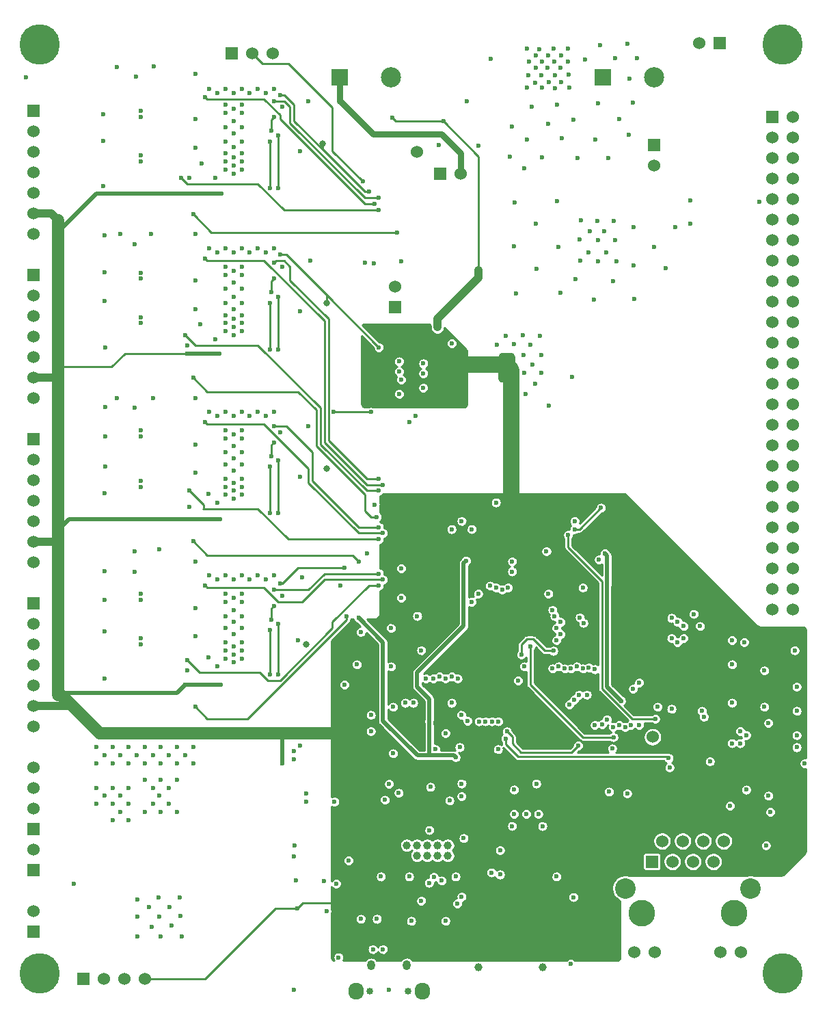
<source format=gbr>
G04 (created by PCBNEW (2013-05-18 BZR 4017)-stable) date Mon 15 Dec 2014 21:42:07 GMT*
%MOIN*%
G04 Gerber Fmt 3.4, Leading zero omitted, Abs format*
%FSLAX34Y34*%
G01*
G70*
G90*
G04 APERTURE LIST*
%ADD10C,0.00590551*%
%ADD11C,0.1969*%
%ADD12R,0.0787X0.0787*%
%ADD13C,0.0984*%
%ADD14O,0.0394X0.0492*%
%ADD15O,0.0748X0.0827*%
%ADD16C,0.0335*%
%ADD17R,0.06X0.06*%
%ADD18C,0.06*%
%ADD19R,0.0394X0.0394*%
%ADD20C,0.0394*%
%ADD21C,0.1299*%
%ADD22C,0.1*%
%ADD23C,0.0315*%
%ADD24C,0.0236*%
%ADD25C,0.04*%
%ADD26C,0.01*%
%ADD27C,0.06*%
%ADD28C,0.02*%
%ADD29C,0.08*%
%ADD30C,0.03*%
G04 APERTURE END LIST*
G54D10*
G54D11*
X2754Y1575D03*
G54D12*
X17390Y45236D03*
G54D13*
X19890Y45236D03*
G54D14*
X18905Y1968D03*
X20657Y1968D03*
G54D15*
X21395Y716D03*
X18167Y716D03*
G54D16*
X20716Y716D03*
X18846Y716D03*
G54D17*
X12114Y46430D03*
G54D18*
X13114Y46430D03*
X14114Y46430D03*
G54D17*
X2429Y43625D03*
G54D18*
X2429Y42625D03*
X2429Y41625D03*
X2429Y40625D03*
X2429Y39625D03*
X2429Y38625D03*
X2429Y37625D03*
G54D17*
X2429Y35625D03*
G54D18*
X2429Y34625D03*
X2429Y33625D03*
X2429Y32625D03*
X2429Y31625D03*
X2429Y30625D03*
X2429Y29625D03*
G54D17*
X2429Y27625D03*
G54D18*
X2429Y26625D03*
X2429Y25625D03*
X2429Y24625D03*
X2429Y23625D03*
X2429Y22625D03*
X2429Y21625D03*
G54D17*
X2429Y19625D03*
G54D18*
X2429Y18625D03*
X2429Y17625D03*
X2429Y16625D03*
X2429Y15625D03*
X2429Y14625D03*
X2429Y13625D03*
G54D17*
X35911Y46929D03*
G54D18*
X34911Y46929D03*
G54D19*
X20651Y7329D03*
G54D20*
X20651Y7829D03*
X21151Y7329D03*
X21151Y7829D03*
X21651Y7329D03*
X21651Y7829D03*
X22151Y7329D03*
X22151Y7829D03*
X22651Y7329D03*
X22651Y7829D03*
X24140Y1870D03*
X27282Y1870D03*
G54D17*
X38474Y43299D03*
G54D18*
X39474Y43299D03*
X38474Y38299D03*
X39474Y42299D03*
X38474Y37299D03*
X39474Y41299D03*
X38474Y36299D03*
X39474Y40299D03*
X38474Y35299D03*
X39474Y39299D03*
X38474Y34299D03*
X39474Y38299D03*
X38474Y33299D03*
X39474Y37299D03*
X38474Y32299D03*
X39474Y36299D03*
X38474Y31299D03*
X39474Y35299D03*
X38474Y30299D03*
X39474Y34299D03*
X38474Y29299D03*
X39474Y33299D03*
X38474Y28299D03*
X39474Y32299D03*
X39474Y31299D03*
X38474Y27299D03*
X39474Y30299D03*
X39474Y28299D03*
X39474Y27299D03*
X39474Y26299D03*
X39474Y25299D03*
X38474Y26299D03*
X38474Y25299D03*
X38474Y42299D03*
X38474Y41299D03*
X38474Y40299D03*
X38474Y39299D03*
X38474Y24299D03*
X39474Y24299D03*
X39474Y29299D03*
X38474Y23299D03*
X39474Y23299D03*
X38474Y22299D03*
X39474Y22299D03*
X38474Y21299D03*
X39474Y21299D03*
X38474Y20299D03*
X39474Y20299D03*
X38474Y19299D03*
X39474Y19299D03*
G54D21*
X32098Y4528D03*
X36598Y4528D03*
G54D18*
X36098Y8028D03*
X35600Y7028D03*
X35098Y8028D03*
X34600Y7028D03*
X34098Y8028D03*
X33600Y7028D03*
X33098Y8028D03*
G54D22*
X31298Y5729D03*
X37398Y5728D03*
G54D18*
X35956Y2599D03*
X32740Y2599D03*
X36956Y2599D03*
X31740Y2599D03*
G54D17*
X32600Y7028D03*
G54D23*
X16730Y26181D03*
X16533Y42028D03*
X16730Y34252D03*
X15746Y17618D03*
G54D17*
X32696Y41944D03*
G54D18*
X32696Y40944D03*
G54D17*
X20089Y34050D03*
G54D18*
X20089Y35050D03*
X32638Y13104D03*
X21148Y41630D03*
G54D17*
X22280Y40558D03*
G54D18*
X23280Y40558D03*
G54D12*
X30205Y45236D03*
G54D13*
X32705Y45236D03*
G54D17*
X4888Y1328D03*
G54D18*
X5888Y1328D03*
X6888Y1328D03*
X7888Y1328D03*
G54D11*
X38974Y46850D03*
X38974Y1575D03*
X2754Y46850D03*
G54D17*
X2429Y8625D03*
G54D18*
X2429Y9625D03*
X2429Y10625D03*
X2429Y11625D03*
G54D17*
X2429Y6625D03*
G54D18*
X2429Y7625D03*
G54D17*
X2429Y3625D03*
G54D18*
X2429Y4625D03*
G54D24*
X32720Y36988D03*
X31700Y37938D03*
X27990Y39198D03*
X28040Y36988D03*
X29510Y36718D03*
X26980Y35918D03*
X29940Y38248D03*
X30740Y38258D03*
X28880Y35428D03*
X25890Y37018D03*
X30860Y36288D03*
X33260Y35958D03*
X26940Y38118D03*
X29100Y36298D03*
X29130Y38278D03*
X30380Y36698D03*
X28130Y34738D03*
X29970Y36288D03*
X25970Y34708D03*
X30820Y37318D03*
X33750Y37938D03*
X29090Y37348D03*
X30270Y37758D03*
X29990Y37318D03*
X29790Y34398D03*
X25910Y39158D03*
X31750Y34458D03*
X30720Y35308D03*
X31700Y36068D03*
X29560Y37758D03*
X20176Y32480D03*
X36218Y11319D03*
X11569Y15650D03*
X30411Y4626D03*
X31159Y10650D03*
X13974Y24016D03*
X13974Y18307D03*
X11605Y39567D03*
X25293Y9350D03*
X9840Y15650D03*
X23129Y30807D03*
X14565Y11811D03*
X22144Y9744D03*
X13974Y34252D03*
X11529Y23720D03*
X25490Y32657D03*
X26773Y31236D03*
X14368Y18602D03*
X27655Y6398D03*
X26683Y32228D03*
X14565Y43799D03*
X26309Y32685D03*
X31396Y15157D03*
X14368Y31988D03*
X14466Y27953D03*
X25522Y30579D03*
X22833Y12697D03*
X15297Y4752D03*
X13974Y42126D03*
X29722Y21555D03*
X13974Y26280D03*
X20372Y12303D03*
X23375Y9725D03*
X26360Y30854D03*
X27195Y31709D03*
X28935Y8366D03*
X18896Y32087D03*
X27262Y8071D03*
X33561Y15846D03*
X14368Y34547D03*
X14368Y24016D03*
X25742Y30890D03*
X14368Y42421D03*
X39663Y13780D03*
X23620Y12106D03*
X26868Y7579D03*
X20766Y3543D03*
X25498Y31232D03*
X14368Y26575D03*
X13974Y16142D03*
X25648Y6496D03*
X14565Y19980D03*
X21750Y9744D03*
X37399Y17323D03*
X25864Y32232D03*
X20372Y9744D03*
X13974Y31988D03*
X13974Y39862D03*
X23029Y21772D03*
X11506Y31791D03*
X22207Y41933D03*
X32911Y10591D03*
X25270Y30882D03*
X24112Y7776D03*
X26435Y29827D03*
X23817Y8465D03*
X26903Y30299D03*
X9742Y23720D03*
X14368Y16142D03*
X27195Y30862D03*
X33955Y15453D03*
X27655Y9350D03*
X18896Y29429D03*
X14565Y36024D03*
X25289Y31630D03*
X39663Y14961D03*
X25057Y32213D03*
X25746Y31626D03*
X9840Y39567D03*
X22045Y13780D03*
X27159Y32661D03*
X26333Y31717D03*
X9939Y31791D03*
X14368Y39862D03*
X33462Y13583D03*
X24148Y35480D03*
X26390Y40813D03*
X22139Y33470D03*
X15746Y9941D03*
X19940Y43294D03*
X22144Y33071D03*
X22431Y43122D03*
X19388Y6299D03*
X24159Y35846D03*
X17124Y9941D03*
X17813Y7087D03*
X23541Y21693D03*
X21750Y12205D03*
X31100Y14862D03*
X21750Y13878D03*
X18305Y18898D03*
X30313Y22047D03*
X23029Y12106D03*
X20374Y36283D03*
X28640Y16437D03*
X29525Y16476D03*
X29821Y16398D03*
X17204Y5946D03*
X25531Y13366D03*
X29014Y12677D03*
X28581Y14685D03*
X28817Y14921D03*
X28344Y16437D03*
X30090Y46798D03*
X27884Y44713D03*
X31510Y45168D03*
X27259Y44731D03*
X27241Y46009D03*
X28541Y45374D03*
X26510Y42228D03*
X27970Y43898D03*
X29850Y42218D03*
X26917Y44996D03*
X26516Y44749D03*
X28780Y43188D03*
X27230Y41338D03*
X28172Y45001D03*
X27530Y42988D03*
X28980Y41308D03*
X28141Y45716D03*
X26935Y45703D03*
X30470Y41318D03*
X26615Y46009D03*
X28172Y46301D03*
X25770Y42858D03*
X31870Y46178D03*
X28523Y46648D03*
X26570Y45334D03*
X31010Y43228D03*
X27205Y45356D03*
X27821Y46639D03*
X28519Y46018D03*
X31490Y42438D03*
X29330Y46128D03*
X31400Y46888D03*
X26930Y46319D03*
X27560Y45010D03*
X28200Y42278D03*
X30800Y46178D03*
X28582Y44740D03*
X26750Y43798D03*
X27124Y46621D03*
X27884Y45347D03*
X26498Y46634D03*
X27853Y46013D03*
X29990Y43978D03*
X27542Y46328D03*
X27518Y45709D03*
X25660Y41378D03*
X31690Y44028D03*
X28525Y22953D03*
X32768Y13982D03*
X18896Y13386D03*
X20962Y14764D03*
X18896Y14173D03*
X20569Y14764D03*
X5510Y12598D03*
X6298Y9843D03*
X8659Y12598D03*
X7085Y9843D03*
X9447Y11811D03*
X6691Y9449D03*
X7872Y11811D03*
X8659Y11024D03*
X8659Y11811D03*
X8266Y12205D03*
X5903Y12205D03*
X6691Y10236D03*
X9447Y11024D03*
X6297Y9055D03*
X7872Y9449D03*
X7478Y12205D03*
X8266Y10630D03*
X5510Y10630D03*
X7085Y10630D03*
X9840Y12205D03*
X10234Y12598D03*
X7872Y11024D03*
X8266Y9843D03*
X9447Y12598D03*
X6297Y10630D03*
X7085Y12598D03*
X6297Y12598D03*
X5903Y10236D03*
X7085Y11811D03*
X9053Y10630D03*
X7085Y9055D03*
X9053Y9843D03*
X6297Y11811D03*
X6691Y12205D03*
X8659Y9449D03*
X8561Y10236D03*
X7872Y12598D03*
X10234Y11811D03*
X9447Y9449D03*
X5510Y11811D03*
X5510Y9843D03*
X9053Y12205D03*
X10825Y20472D03*
X19486Y20768D03*
X19289Y20472D03*
X9939Y16831D03*
X15746Y10335D03*
X19787Y10813D03*
X17616Y21358D03*
X14466Y20571D03*
X19289Y21063D03*
X14171Y20276D03*
X17714Y18996D03*
X10333Y14567D03*
X23108Y4980D03*
X38088Y14567D03*
X37104Y17717D03*
X29230Y20374D03*
X38285Y13780D03*
X38088Y16339D03*
X34939Y18504D03*
X34644Y19094D03*
X39663Y15551D03*
X33856Y17717D03*
X33856Y18701D03*
X33561Y18898D03*
X33561Y17913D03*
X34151Y17913D03*
X34151Y18504D03*
X9660Y3388D03*
X8640Y3378D03*
X8563Y4331D03*
X7520Y4348D03*
X8220Y3848D03*
X8080Y4818D03*
X8540Y5268D03*
X9570Y5288D03*
X9090Y4818D03*
X9190Y3918D03*
X9600Y4378D03*
X7520Y5188D03*
X7500Y3388D03*
X22732Y10004D03*
X15254Y6102D03*
X19573Y10039D03*
X23226Y12598D03*
X5900Y21188D03*
X5900Y19788D03*
X5900Y18238D03*
X5900Y15938D03*
X7675Y27756D03*
X5950Y29188D03*
X5950Y27738D03*
X5950Y26288D03*
X5900Y24988D03*
X7675Y35728D03*
X5900Y35738D03*
X5900Y34338D03*
X5950Y32088D03*
X5900Y37538D03*
X6691Y37598D03*
X5850Y39938D03*
X5850Y42138D03*
X7675Y43602D03*
X5850Y43438D03*
X12596Y40748D03*
X7675Y41437D03*
X12201Y35825D03*
X39663Y13189D03*
X11809Y44685D03*
X11809Y24902D03*
X23325Y10827D03*
X21356Y17323D03*
X12596Y27657D03*
X28640Y2047D03*
X12200Y16735D03*
X15352Y17815D03*
X12596Y16929D03*
X11809Y34252D03*
X12596Y28051D03*
X22045Y12500D03*
X21455Y30118D03*
X18207Y16634D03*
X15155Y7283D03*
X12596Y41535D03*
X12596Y17323D03*
X15155Y12008D03*
X34469Y39243D03*
X12596Y33268D03*
X11809Y20079D03*
X13384Y20965D03*
X22844Y32280D03*
X7675Y28051D03*
X11809Y28051D03*
X7675Y17618D03*
X13777Y20768D03*
X12596Y42126D03*
X12203Y19291D03*
X2090Y45253D03*
X20766Y6299D03*
X12596Y20079D03*
X11415Y20768D03*
X13384Y36909D03*
X28718Y30657D03*
X12203Y26673D03*
X19880Y16535D03*
X8561Y22244D03*
X12202Y40945D03*
X12201Y33071D03*
X7675Y19783D03*
X11809Y26969D03*
X11022Y28937D03*
X40057Y11811D03*
X11809Y33661D03*
X12203Y20768D03*
X38285Y10236D03*
X12596Y25295D03*
X19978Y14567D03*
X13777Y44488D03*
X12200Y17520D03*
X12202Y41339D03*
X8297Y45787D03*
X14171Y36909D03*
X11418Y28737D03*
X15451Y25787D03*
X12990Y20768D03*
X23325Y23622D03*
X11809Y20965D03*
X36514Y14764D03*
X17419Y20472D03*
X7675Y41142D03*
X7380Y21161D03*
X11809Y41535D03*
X24136Y41913D03*
X11809Y27657D03*
X12596Y18996D03*
X11809Y33268D03*
X7675Y35433D03*
X10037Y24311D03*
X11809Y43898D03*
X12203Y35236D03*
X15451Y33858D03*
X13777Y36713D03*
X12200Y25492D03*
X21573Y15945D03*
X11809Y36024D03*
X15943Y36319D03*
X39565Y17323D03*
X33561Y14469D03*
X7675Y43307D03*
X14171Y20965D03*
X12596Y43898D03*
X12201Y33465D03*
X8167Y37598D03*
X12596Y33661D03*
X21356Y5118D03*
X12200Y27851D03*
X18599Y36210D03*
X11809Y25689D03*
X28777Y5295D03*
X12596Y26969D03*
X19880Y18406D03*
X29090Y18923D03*
X21456Y31299D03*
X7380Y37106D03*
X11022Y44685D03*
X11809Y42126D03*
X7675Y25295D03*
X11022Y36909D03*
X12596Y26378D03*
X12596Y20965D03*
X12990Y44488D03*
X7675Y33563D03*
X15844Y28248D03*
X12202Y43700D03*
X12201Y36711D03*
X11809Y18996D03*
X25884Y9350D03*
X11415Y36713D03*
X12596Y41142D03*
X12990Y28740D03*
X38384Y9449D03*
X11809Y16929D03*
X11809Y28937D03*
X11809Y42815D03*
X12596Y17717D03*
X23305Y14173D03*
X12203Y41831D03*
X12200Y24708D03*
X7675Y20079D03*
X12596Y24902D03*
X12203Y34547D03*
X12596Y18406D03*
X20372Y19882D03*
X7380Y29134D03*
X11809Y35630D03*
X15549Y20866D03*
X34469Y38130D03*
X11809Y26378D03*
X24132Y20079D03*
X23325Y5315D03*
X18994Y2756D03*
X11415Y44488D03*
X12596Y28937D03*
X12596Y36024D03*
X12990Y36713D03*
X6494Y29626D03*
X15451Y41634D03*
X14171Y28937D03*
X24782Y6496D03*
X11809Y25295D03*
X12203Y27264D03*
X14171Y44685D03*
X12596Y44685D03*
X11809Y36909D03*
X12596Y32874D03*
X33462Y11614D03*
X15175Y7801D03*
X15155Y787D03*
X37203Y10531D03*
X12596Y35630D03*
X13384Y28937D03*
X7675Y33268D03*
X35431Y11909D03*
X12202Y40552D03*
X12596Y34252D03*
X20273Y29823D03*
X20273Y31398D03*
X9939Y16339D03*
X12596Y34941D03*
X38167Y7815D03*
X13384Y44685D03*
X12203Y18701D03*
X12203Y42520D03*
X19978Y12303D03*
X12203Y43110D03*
X11809Y43504D03*
X21800Y10666D03*
X12203Y33957D03*
X31691Y15453D03*
X27065Y9350D03*
X12596Y36909D03*
X12596Y42815D03*
X9939Y32185D03*
X12203Y26083D03*
X7380Y22146D03*
X11809Y19685D03*
X11809Y17323D03*
X21456Y30807D03*
X11022Y20965D03*
X22833Y14764D03*
X15844Y44094D03*
X32872Y14567D03*
X7427Y45280D03*
X22833Y23228D03*
X17616Y15650D03*
X15155Y12402D03*
X12200Y28737D03*
X11809Y32874D03*
X23620Y13878D03*
X8266Y29626D03*
X36415Y9744D03*
X39663Y12598D03*
X12200Y17126D03*
X19092Y24409D03*
X11809Y34941D03*
X27592Y29252D03*
X12201Y32679D03*
X15451Y12697D03*
X13777Y28740D03*
X6510Y45744D03*
X18403Y18209D03*
X16730Y4626D03*
X11809Y41142D03*
X12200Y25098D03*
X30018Y21752D03*
X11809Y18406D03*
X26474Y9350D03*
X27262Y8760D03*
X12596Y25689D03*
X12202Y44487D03*
X39663Y14370D03*
X7675Y25591D03*
X12203Y18110D03*
X18699Y22047D03*
X12203Y19882D03*
X12596Y43504D03*
X7675Y17913D03*
X12596Y19685D03*
X10037Y40354D03*
X11809Y40748D03*
X11809Y17717D03*
X25195Y6398D03*
X25195Y7579D03*
X31986Y13681D03*
X31986Y15748D03*
X27951Y6299D03*
X14171Y43307D03*
X14053Y42638D03*
X14171Y35433D03*
X14053Y34764D03*
X14053Y18819D03*
X14171Y19488D03*
X14171Y27461D03*
X14053Y26791D03*
X23581Y44075D03*
X24742Y46142D03*
X35037Y14370D03*
X37203Y13189D03*
X36907Y12795D03*
X36514Y16634D03*
X36514Y17815D03*
X36514Y12795D03*
X35136Y14075D03*
X36907Y13386D03*
X19781Y787D03*
X21947Y15945D03*
X27557Y20079D03*
X30510Y10433D03*
X22537Y15945D03*
X21750Y8563D03*
X22833Y16043D03*
X22242Y16043D03*
X25470Y13030D03*
X33423Y12067D03*
X24998Y20374D03*
X24703Y20472D03*
X28836Y23622D03*
X27459Y22146D03*
X27754Y16437D03*
X28049Y16535D03*
X26237Y17114D03*
X16622Y6088D03*
X27798Y17298D03*
X23321Y10207D03*
X29264Y18661D03*
X20255Y10372D03*
X29053Y15157D03*
X29427Y15157D03*
X29821Y13681D03*
X30175Y13720D03*
X30411Y13957D03*
X30707Y13583D03*
X31002Y13681D03*
X31297Y13583D03*
X31592Y13681D03*
X24171Y13858D03*
X27754Y19291D03*
X24486Y13858D03*
X24801Y13858D03*
X25116Y13858D03*
X25096Y12500D03*
X19059Y36195D03*
X20374Y21315D03*
X18494Y40170D03*
X22537Y4134D03*
X17321Y2362D03*
X37829Y39173D03*
X23128Y15945D03*
X25785Y21654D03*
X25588Y20374D03*
X27951Y17815D03*
X28148Y18110D03*
X28148Y18701D03*
X27852Y18996D03*
X27951Y18406D03*
X20766Y28445D03*
X23817Y19685D03*
X23817Y23228D03*
X20273Y30906D03*
X29230Y16437D03*
X21061Y28740D03*
X20372Y30512D03*
X28935Y16535D03*
X25785Y21161D03*
X25293Y20276D03*
X23423Y8169D03*
X22340Y6102D03*
X23029Y6299D03*
X22537Y13287D03*
X26376Y16535D03*
X19486Y2756D03*
X20864Y4134D03*
X21962Y6285D03*
X21733Y5993D03*
X26081Y15846D03*
X21159Y18996D03*
X24998Y24528D03*
X19191Y4232D03*
X18403Y4232D03*
X25884Y10531D03*
X25785Y8760D03*
X4400Y5938D03*
X31396Y10354D03*
X26966Y10827D03*
X30118Y24264D03*
X28836Y23228D03*
X30667Y12539D03*
X10334Y41829D03*
X10333Y18012D03*
X10333Y19390D03*
X10579Y33218D03*
X10333Y25984D03*
X11317Y32480D03*
X10333Y45417D03*
X10333Y35335D03*
X10333Y27362D03*
X10333Y37598D03*
X10972Y16978D03*
X11415Y24508D03*
X10333Y43209D03*
X10333Y33957D03*
X11317Y40354D03*
X11415Y16535D03*
X10333Y29626D03*
X10972Y24951D03*
X10333Y21654D03*
X10628Y41043D03*
X10825Y28445D03*
X19486Y23031D03*
X10037Y25098D03*
X19289Y22736D03*
X18896Y28937D03*
X17065Y28937D03*
X19289Y23327D03*
X14171Y28248D03*
X10234Y22638D03*
X18305Y21654D03*
X19486Y25394D03*
X10825Y36417D03*
X19289Y25098D03*
X9840Y32677D03*
X19289Y32087D03*
X14466Y36614D03*
X19289Y25689D03*
X14171Y36220D03*
X10234Y30610D03*
X19191Y23819D03*
X10825Y44291D03*
X19092Y39075D03*
X9644Y40354D03*
X19289Y38780D03*
X14466Y44390D03*
X18797Y39665D03*
X14171Y44094D03*
X19289Y39370D03*
X10234Y38583D03*
X20175Y37697D03*
X30726Y13091D03*
X26671Y17520D03*
G54D25*
X2429Y14625D02*
X4309Y14625D01*
X4400Y14588D02*
X4400Y14534D01*
X4346Y14588D02*
X4400Y14588D01*
X4309Y14625D02*
X4346Y14588D01*
X2429Y22625D02*
X3640Y22625D01*
X2429Y30625D02*
X3625Y30625D01*
X3625Y30625D02*
X3640Y30610D01*
G54D26*
X9939Y31791D02*
X6903Y31791D01*
X6254Y31142D02*
X3640Y31142D01*
X6903Y31791D02*
X6254Y31142D01*
G54D25*
X2429Y38625D02*
X3302Y38625D01*
G54D27*
X3640Y37996D02*
X3640Y37713D01*
X3640Y38287D02*
X3640Y37996D01*
G54D25*
X3302Y38625D02*
X3640Y38287D01*
G54D27*
X3640Y29134D02*
X3640Y25098D01*
G54D28*
X9447Y15256D02*
X3640Y15256D01*
G54D27*
X3640Y15256D02*
X3678Y15256D01*
G54D28*
X11529Y23720D02*
X9742Y23720D01*
X4183Y23720D02*
X3640Y23177D01*
G54D27*
X3640Y15256D02*
X3640Y15157D01*
G54D26*
X13974Y16142D02*
X13974Y18307D01*
G54D28*
X9840Y15650D02*
X11569Y15650D01*
X9840Y15650D02*
X9840Y15649D01*
G54D27*
X3640Y30118D02*
X3640Y29134D01*
X3640Y25098D02*
X3640Y23177D01*
X14565Y13268D02*
X17478Y13268D01*
G54D26*
X14239Y4752D02*
X15297Y4752D01*
X7888Y1328D02*
X10815Y1328D01*
G54D29*
X25498Y31232D02*
X22746Y31232D01*
G54D28*
X5494Y39567D02*
X3640Y37713D01*
G54D26*
X10815Y1328D02*
X14239Y4752D01*
G54D27*
X3640Y30610D02*
X3640Y30118D01*
X3640Y33169D02*
X3640Y33110D01*
X3640Y33110D02*
X3640Y31142D01*
X3640Y37713D02*
X3640Y33169D01*
G54D26*
X14368Y24016D02*
X14368Y26575D01*
G54D27*
X3640Y22625D02*
X3640Y22146D01*
G54D29*
X25750Y24607D02*
X25750Y30980D01*
G54D26*
X13974Y24016D02*
X13974Y26280D01*
G54D29*
X22746Y31232D02*
X22710Y31268D01*
G54D26*
X13974Y39862D02*
X13974Y42126D01*
G54D27*
X3640Y30625D02*
X3640Y30610D01*
G54D26*
X15297Y4752D02*
X15565Y5020D01*
G54D27*
X3640Y23177D02*
X3640Y22625D01*
X3640Y22146D02*
X3640Y21142D01*
G54D26*
X15565Y5020D02*
X17085Y5020D01*
G54D29*
X22710Y31268D02*
X22710Y31226D01*
G54D28*
X3660Y25118D02*
X3640Y25098D01*
G54D26*
X14368Y31988D02*
X14368Y34547D01*
G54D27*
X5666Y13268D02*
X14565Y13268D01*
G54D28*
X9840Y39567D02*
X5494Y39567D01*
G54D26*
X14368Y16142D02*
X14368Y18602D01*
G54D27*
X3640Y21142D02*
X3640Y15256D01*
X3678Y15256D02*
X4400Y14534D01*
X4400Y14534D02*
X5666Y13268D01*
G54D28*
X11605Y39567D02*
X9840Y39567D01*
X11506Y31791D02*
X9939Y31791D01*
G54D27*
X3640Y31142D02*
X3640Y30610D01*
G54D28*
X9840Y15649D02*
X9447Y15256D01*
G54D26*
X13974Y31988D02*
X13974Y34252D01*
G54D29*
X25750Y30980D02*
X25498Y31232D01*
G54D28*
X14565Y13268D02*
X14565Y11811D01*
X9742Y23720D02*
X4183Y23720D01*
G54D26*
X14368Y39862D02*
X14368Y42421D01*
G54D25*
X22139Y33470D02*
X24159Y35490D01*
X22139Y33470D02*
X22139Y33470D01*
X24159Y35490D02*
X24159Y35846D01*
G54D26*
X19940Y43294D02*
X20112Y43122D01*
X22431Y43122D02*
X24159Y41394D01*
G54D25*
X22139Y33470D02*
X22144Y33070D01*
G54D26*
X24159Y41394D02*
X24159Y35846D01*
X20112Y43122D02*
X22431Y43122D01*
G54D28*
X30407Y15555D02*
X30407Y20468D01*
X19486Y13879D02*
X19486Y17717D01*
X30411Y21949D02*
X30313Y22047D01*
X19486Y17717D02*
X18305Y18898D01*
X21750Y12205D02*
X21750Y13878D01*
X21159Y16240D02*
X23423Y18504D01*
X21750Y12205D02*
X21160Y12205D01*
X22930Y12205D02*
X23029Y12106D01*
X21750Y14961D02*
X21159Y15552D01*
X23423Y18504D02*
X23423Y21575D01*
X21159Y15552D02*
X21159Y16240D01*
X30407Y20468D02*
X30411Y20472D01*
X30411Y20472D02*
X30411Y21949D01*
X21750Y13878D02*
X21750Y14961D01*
X21750Y12205D02*
X22242Y12205D01*
X22242Y12205D02*
X22930Y12205D01*
X23423Y21575D02*
X23541Y21693D01*
X21160Y12205D02*
X19486Y13879D01*
X31100Y14862D02*
X30407Y15555D01*
G54D26*
X25796Y12775D02*
X25796Y13101D01*
X26297Y12352D02*
X26219Y12352D01*
X29014Y12677D02*
X29013Y12677D01*
X26219Y12352D02*
X25796Y12775D01*
X29013Y12677D02*
X28688Y12352D01*
X28688Y12352D02*
X26297Y12352D01*
X26291Y12352D02*
X26273Y12352D01*
X26297Y12352D02*
X26291Y12352D01*
X25796Y13101D02*
X25531Y13366D01*
X32768Y13982D02*
X31827Y13982D01*
X30175Y20461D02*
X30175Y20693D01*
X31827Y13982D02*
X31825Y13980D01*
X31827Y13982D02*
X31641Y13982D01*
X28525Y22343D02*
X28525Y22953D01*
X31641Y13982D02*
X30175Y15448D01*
X30175Y20693D02*
X28525Y22343D01*
X30175Y15448D02*
X30175Y20461D01*
X13679Y20374D02*
X14368Y19685D01*
X10924Y20374D02*
X13679Y20374D01*
X10826Y20472D02*
X10924Y20374D01*
X15549Y19685D02*
X16632Y20768D01*
X16632Y20768D02*
X19486Y20768D01*
X10825Y20472D02*
X10826Y20472D01*
X14368Y19685D02*
X15549Y19685D01*
X10530Y16240D02*
X9939Y16831D01*
X13483Y16240D02*
X10530Y16240D01*
X18796Y20472D02*
X17025Y18701D01*
X19289Y20472D02*
X18796Y20472D01*
X17025Y18405D02*
X14466Y15846D01*
X14466Y15846D02*
X13877Y15846D01*
X13877Y15846D02*
X13483Y16240D01*
X17025Y18701D02*
X17025Y18405D01*
X15352Y21358D02*
X17616Y21358D01*
X14466Y20571D02*
X14565Y20571D01*
X14565Y20571D02*
X15352Y21358D01*
X15845Y20276D02*
X16632Y21063D01*
X16632Y21063D02*
X19289Y21063D01*
X14171Y20276D02*
X15845Y20276D01*
X10923Y13976D02*
X12891Y13976D01*
X17714Y18799D02*
X17714Y18996D01*
X10333Y14567D02*
X10333Y14566D01*
X10333Y14566D02*
X10923Y13976D01*
X12891Y13976D02*
X17714Y18799D01*
X14053Y43189D02*
X14171Y43307D01*
X14053Y42638D02*
X14053Y43189D01*
X14053Y34764D02*
X14053Y35315D01*
X14053Y35315D02*
X14171Y35433D01*
X14053Y18819D02*
X14053Y19370D01*
X14053Y19370D02*
X14171Y19488D01*
X14053Y26791D02*
X14053Y27343D01*
X14053Y27343D02*
X14171Y27461D01*
X26061Y12145D02*
X25470Y12736D01*
X26061Y12145D02*
X33345Y12145D01*
X33345Y12145D02*
X33423Y12067D01*
X25470Y12736D02*
X25470Y13030D01*
X26237Y17599D02*
X26237Y17114D01*
X26818Y17865D02*
X26503Y17865D01*
X27798Y17298D02*
X27385Y17298D01*
X26503Y17865D02*
X26237Y17599D01*
X27385Y17298D02*
X26818Y17865D01*
X17014Y43785D02*
X14879Y45920D01*
X14879Y45920D02*
X13624Y45920D01*
X18494Y40170D02*
X17014Y41650D01*
X13114Y46430D02*
X13624Y45920D01*
X17014Y41650D02*
X17014Y43785D01*
X28836Y23228D02*
X29082Y23228D01*
X29082Y23228D02*
X30118Y24264D01*
G54D30*
X17390Y44098D02*
X17390Y44068D01*
X19004Y42484D02*
X22345Y42484D01*
X23273Y40565D02*
X23280Y40558D01*
X17390Y44098D02*
X19004Y42484D01*
X22345Y42484D02*
X23273Y41556D01*
X23273Y41556D02*
X23273Y40565D01*
X17390Y45236D02*
X17390Y44098D01*
G54D26*
X15844Y25492D02*
X15844Y26182D01*
X10924Y28346D02*
X13680Y28346D01*
X18305Y23031D02*
X15844Y25492D01*
X10825Y28445D02*
X10924Y28346D01*
X15844Y26182D02*
X13680Y28346D01*
X19486Y23031D02*
X18305Y23031D01*
X10726Y24409D02*
X10037Y25098D01*
X14861Y22736D02*
X13384Y24213D01*
X10726Y24213D02*
X10726Y24409D01*
X19289Y22736D02*
X14861Y22736D01*
X10726Y24213D02*
X10725Y24213D01*
X13384Y24213D02*
X10726Y24213D01*
X17065Y28937D02*
X18896Y28937D01*
X19289Y23327D02*
X18305Y23327D01*
X16041Y25591D02*
X16041Y26969D01*
X18305Y23327D02*
X16041Y25591D01*
X14762Y28248D02*
X14171Y28248D01*
X16041Y26969D02*
X14762Y28248D01*
X10923Y21949D02*
X10234Y22638D01*
X18305Y21654D02*
X18010Y21949D01*
X18010Y21949D02*
X10923Y21949D01*
X16632Y27461D02*
X18699Y25394D01*
X10923Y36319D02*
X13679Y36319D01*
X10825Y36417D02*
X10923Y36319D01*
X18699Y25394D02*
X19486Y25394D01*
X16632Y33366D02*
X16632Y27461D01*
X13679Y36319D02*
X16632Y33366D01*
X10332Y32185D02*
X9840Y32677D01*
X18698Y25098D02*
X19289Y25098D01*
X13384Y32185D02*
X10332Y32185D01*
X16435Y29134D02*
X16435Y27361D01*
X13384Y32185D02*
X16435Y29134D01*
X16435Y27361D02*
X18698Y25098D01*
X14466Y36614D02*
X14762Y36614D01*
X14762Y36614D02*
X16730Y34646D01*
X16730Y34252D02*
X16730Y34646D01*
X16730Y34646D02*
X19289Y32087D01*
X16829Y33464D02*
X16829Y27559D01*
X14270Y36319D02*
X14663Y36319D01*
X14663Y36319D02*
X14959Y36023D01*
X14959Y35334D02*
X16829Y33464D01*
X14959Y36023D02*
X14959Y35334D01*
X14171Y36220D02*
X14270Y36319D01*
X18699Y25689D02*
X19289Y25689D01*
X16829Y27559D02*
X18699Y25689D01*
X19191Y23819D02*
X18895Y23819D01*
X15352Y29921D02*
X10923Y29921D01*
X10923Y29921D02*
X10234Y30610D01*
X16238Y29035D02*
X15352Y29921D01*
X19191Y23819D02*
X19191Y23818D01*
X18600Y24902D02*
X16238Y27264D01*
X18895Y23819D02*
X18600Y24114D01*
X18600Y24114D02*
X18600Y24902D01*
X16238Y27264D02*
X16238Y29035D01*
X14466Y43406D02*
X14466Y43209D01*
X14466Y43209D02*
X18600Y39075D01*
X10825Y44291D02*
X10923Y44193D01*
X18600Y39075D02*
X19092Y39075D01*
X10923Y44193D02*
X13679Y44193D01*
X13679Y44193D02*
X14466Y43406D01*
X9939Y40059D02*
X13384Y40059D01*
X14663Y38780D02*
X19289Y38780D01*
X9939Y40059D02*
X9644Y40354D01*
X13384Y40059D02*
X14663Y38780D01*
X14466Y44390D02*
X14663Y44390D01*
X16533Y42028D02*
X16533Y41732D01*
X14663Y44390D02*
X15155Y43898D01*
X15155Y43898D02*
X15155Y43110D01*
X15155Y43110D02*
X16533Y41732D01*
X16730Y41535D02*
X18600Y39665D01*
X18600Y39665D02*
X18797Y39665D01*
X16533Y41732D02*
X16730Y41535D01*
X18600Y39370D02*
X19289Y39370D01*
X14959Y43011D02*
X18600Y39370D01*
X14664Y44094D02*
X14959Y43799D01*
X14171Y44094D02*
X14664Y44094D01*
X14959Y43799D02*
X14959Y43011D01*
X10234Y38583D02*
X10431Y38385D01*
X11120Y37697D02*
X20175Y37697D01*
X10234Y38583D02*
X11120Y37697D01*
X26671Y17520D02*
X26671Y15650D01*
X26671Y15650D02*
X29230Y13091D01*
X30726Y13091D02*
X29230Y13091D01*
X18602Y33218D02*
X21792Y33218D01*
X18520Y33138D02*
X21793Y33138D01*
X18600Y33058D02*
X21794Y33058D01*
X18680Y32978D02*
X21807Y32978D01*
X22479Y32978D02*
X22559Y32978D01*
X18760Y32898D02*
X21840Y32898D01*
X22446Y32898D02*
X22639Y32898D01*
X18840Y32818D02*
X21901Y32818D01*
X22385Y32818D02*
X22719Y32818D01*
X18920Y32738D02*
X22038Y32738D01*
X22249Y32738D02*
X22799Y32738D01*
X19000Y32658D02*
X22879Y32658D01*
X18453Y32578D02*
X18515Y32578D01*
X19080Y32578D02*
X22959Y32578D01*
X18453Y32498D02*
X18595Y32498D01*
X19160Y32498D02*
X22687Y32498D01*
X23000Y32498D02*
X23039Y32498D01*
X18453Y32418D02*
X18675Y32418D01*
X19240Y32418D02*
X22613Y32418D01*
X23074Y32418D02*
X23119Y32418D01*
X18453Y32338D02*
X18755Y32338D01*
X19383Y32338D02*
X22582Y32338D01*
X23105Y32338D02*
X23199Y32338D01*
X18453Y32258D02*
X18835Y32258D01*
X19496Y32258D02*
X22575Y32258D01*
X23111Y32258D02*
X23112Y32258D01*
X23112Y32258D02*
X23279Y32258D01*
X18453Y32178D02*
X18915Y32178D01*
X19541Y32178D02*
X22596Y32178D01*
X23091Y32178D02*
X23112Y32178D01*
X23112Y32178D02*
X23359Y32178D01*
X18453Y32098D02*
X18995Y32098D01*
X19556Y32098D02*
X22647Y32098D01*
X23041Y32098D02*
X23112Y32098D01*
X23112Y32098D02*
X23439Y32098D01*
X18453Y32018D02*
X19029Y32018D01*
X19548Y32018D02*
X22787Y32018D01*
X22901Y32018D02*
X23112Y32018D01*
X23112Y32018D02*
X23519Y32018D01*
X18453Y31938D02*
X19066Y31938D01*
X19511Y31938D02*
X23112Y31938D01*
X23112Y31938D02*
X23566Y31938D01*
X18453Y31858D02*
X19148Y31858D01*
X19428Y31858D02*
X23112Y31858D01*
X23112Y31858D02*
X23570Y31858D01*
X18453Y31778D02*
X23112Y31778D01*
X23112Y31778D02*
X23570Y31778D01*
X18453Y31698D02*
X23112Y31698D01*
X23112Y31698D02*
X23570Y31698D01*
X18453Y31618D02*
X20119Y31618D01*
X20426Y31618D02*
X23112Y31618D01*
X23112Y31618D02*
X23570Y31618D01*
X18453Y31538D02*
X20044Y31538D01*
X20501Y31538D02*
X21332Y31538D01*
X21579Y31538D02*
X23112Y31538D01*
X23112Y31538D02*
X23570Y31538D01*
X18453Y31458D02*
X20011Y31458D01*
X20534Y31458D02*
X21240Y31458D01*
X21672Y31458D02*
X23112Y31458D01*
X23112Y31458D02*
X23570Y31458D01*
X18453Y31378D02*
X20004Y31378D01*
X20540Y31378D02*
X21198Y31378D01*
X21713Y31378D02*
X23112Y31378D01*
X23112Y31378D02*
X23570Y31378D01*
X18453Y31298D02*
X20024Y31298D01*
X20521Y31298D02*
X21187Y31298D01*
X21723Y31298D02*
X23112Y31298D01*
X23112Y31298D02*
X23570Y31298D01*
X18453Y31218D02*
X20074Y31218D01*
X20472Y31218D02*
X21199Y31218D01*
X21712Y31218D02*
X23112Y31218D01*
X23112Y31218D02*
X23570Y31218D01*
X18453Y31138D02*
X20138Y31138D01*
X20408Y31138D02*
X21240Y31138D01*
X21670Y31138D02*
X23112Y31138D01*
X23112Y31138D02*
X23570Y31138D01*
X18453Y31058D02*
X20052Y31058D01*
X20493Y31058D02*
X21338Y31058D01*
X21575Y31058D02*
X23112Y31058D01*
X23112Y31058D02*
X23570Y31058D01*
X18453Y30978D02*
X20014Y30978D01*
X20531Y30978D02*
X21248Y30978D01*
X21663Y30978D02*
X23112Y30978D01*
X23112Y30978D02*
X23570Y30978D01*
X18453Y30898D02*
X20004Y30898D01*
X20540Y30898D02*
X21203Y30898D01*
X21708Y30898D02*
X23112Y30898D01*
X23112Y30898D02*
X23570Y30898D01*
X18453Y30818D02*
X20019Y30818D01*
X20527Y30818D02*
X21188Y30818D01*
X21723Y30818D02*
X21724Y30818D01*
X21724Y30818D02*
X23112Y30818D01*
X23112Y30818D02*
X23570Y30818D01*
X18453Y30738D02*
X20062Y30738D01*
X20516Y30738D02*
X21196Y30738D01*
X21715Y30738D02*
X21724Y30738D01*
X21724Y30738D02*
X23112Y30738D01*
X23112Y30738D02*
X23570Y30738D01*
X18453Y30658D02*
X20147Y30658D01*
X20596Y30658D02*
X21233Y30658D01*
X21678Y30658D02*
X21724Y30658D01*
X21724Y30658D02*
X23112Y30658D01*
X23112Y30658D02*
X23570Y30658D01*
X18453Y30578D02*
X20112Y30578D01*
X20632Y30578D02*
X21315Y30578D01*
X21595Y30578D02*
X21724Y30578D01*
X21724Y30578D02*
X23112Y30578D01*
X23112Y30578D02*
X23570Y30578D01*
X18453Y30498D02*
X20103Y30498D01*
X20639Y30498D02*
X20640Y30498D01*
X20640Y30498D02*
X21724Y30498D01*
X21724Y30498D02*
X23112Y30498D01*
X23112Y30498D02*
X23570Y30498D01*
X18453Y30418D02*
X20120Y30418D01*
X20623Y30418D02*
X20640Y30418D01*
X20640Y30418D02*
X21724Y30418D01*
X21724Y30418D02*
X23112Y30418D01*
X23112Y30418D02*
X23570Y30418D01*
X18453Y30338D02*
X20167Y30338D01*
X20577Y30338D02*
X20640Y30338D01*
X20640Y30338D02*
X21301Y30338D01*
X21608Y30338D02*
X21724Y30338D01*
X21724Y30338D02*
X23112Y30338D01*
X23112Y30338D02*
X23570Y30338D01*
X18453Y30258D02*
X20283Y30258D01*
X20458Y30258D02*
X20640Y30258D01*
X20640Y30258D02*
X21226Y30258D01*
X21683Y30258D02*
X21724Y30258D01*
X21724Y30258D02*
X23112Y30258D01*
X23112Y30258D02*
X23570Y30258D01*
X18453Y30178D02*
X20640Y30178D01*
X20640Y30178D02*
X21193Y30178D01*
X21716Y30178D02*
X21724Y30178D01*
X21724Y30178D02*
X23112Y30178D01*
X23112Y30178D02*
X23570Y30178D01*
X18453Y30098D02*
X20640Y30098D01*
X20640Y30098D02*
X21186Y30098D01*
X21722Y30098D02*
X21723Y30098D01*
X21723Y30098D02*
X21724Y30098D01*
X21724Y30098D02*
X23112Y30098D01*
X23112Y30098D02*
X23570Y30098D01*
X18453Y30018D02*
X20089Y30018D01*
X20457Y30018D02*
X20640Y30018D01*
X20640Y30018D02*
X21206Y30018D01*
X21703Y30018D02*
X21723Y30018D01*
X21723Y30018D02*
X21724Y30018D01*
X21724Y30018D02*
X23112Y30018D01*
X23112Y30018D02*
X23570Y30018D01*
X18453Y29938D02*
X20030Y29938D01*
X20515Y29938D02*
X20640Y29938D01*
X20640Y29938D02*
X21256Y29938D01*
X21654Y29938D02*
X21723Y29938D01*
X21723Y29938D02*
X21724Y29938D01*
X21724Y29938D02*
X23112Y29938D01*
X23112Y29938D02*
X23570Y29938D01*
X18453Y29858D02*
X20006Y29858D01*
X20539Y29858D02*
X20640Y29858D01*
X20640Y29858D02*
X21389Y29858D01*
X21523Y29858D02*
X21723Y29858D01*
X21723Y29858D02*
X21724Y29858D01*
X21724Y29858D02*
X23112Y29858D01*
X23112Y29858D02*
X23570Y29858D01*
X18453Y29778D02*
X20008Y29778D01*
X20537Y29778D02*
X20541Y29778D01*
X20541Y29778D02*
X20640Y29778D01*
X20640Y29778D02*
X21723Y29778D01*
X21723Y29778D02*
X21724Y29778D01*
X21724Y29778D02*
X23112Y29778D01*
X23112Y29778D02*
X23570Y29778D01*
X18453Y29698D02*
X20034Y29698D01*
X20510Y29698D02*
X20541Y29698D01*
X20541Y29698D02*
X20640Y29698D01*
X20640Y29698D02*
X21723Y29698D01*
X21723Y29698D02*
X21724Y29698D01*
X21724Y29698D02*
X23112Y29698D01*
X23112Y29698D02*
X23570Y29698D01*
X18453Y29618D02*
X20098Y29618D01*
X20446Y29618D02*
X20541Y29618D01*
X20541Y29618D02*
X20640Y29618D01*
X20640Y29618D02*
X21723Y29618D01*
X21723Y29618D02*
X21724Y29618D01*
X21724Y29618D02*
X23112Y29618D01*
X23112Y29618D02*
X23570Y29618D01*
X18453Y29538D02*
X20541Y29538D01*
X20541Y29538D02*
X20640Y29538D01*
X20640Y29538D02*
X21723Y29538D01*
X21723Y29538D02*
X21724Y29538D01*
X21724Y29538D02*
X23112Y29538D01*
X23112Y29538D02*
X23570Y29538D01*
X18453Y29458D02*
X20541Y29458D01*
X20541Y29458D02*
X20640Y29458D01*
X20640Y29458D02*
X21723Y29458D01*
X21723Y29458D02*
X21724Y29458D01*
X21724Y29458D02*
X23112Y29458D01*
X23112Y29458D02*
X23570Y29458D01*
X18453Y29378D02*
X20541Y29378D01*
X20541Y29378D02*
X20640Y29378D01*
X20640Y29378D02*
X21723Y29378D01*
X21723Y29378D02*
X21724Y29378D01*
X21724Y29378D02*
X23112Y29378D01*
X23112Y29378D02*
X23570Y29378D01*
X18457Y29298D02*
X20541Y29298D01*
X20541Y29298D02*
X20640Y29298D01*
X20640Y29298D02*
X21723Y29298D01*
X21723Y29298D02*
X21724Y29298D01*
X21724Y29298D02*
X23112Y29298D01*
X23112Y29298D02*
X23565Y29298D01*
X18506Y29218D02*
X20541Y29218D01*
X20541Y29218D02*
X20640Y29218D01*
X20640Y29218D02*
X21723Y29218D01*
X21723Y29218D02*
X21724Y29218D01*
X21724Y29218D02*
X23112Y29218D01*
X23112Y29218D02*
X23516Y29218D01*
X23570Y29333D02*
X23567Y29305D01*
X23560Y29280D01*
X23550Y29257D01*
X23535Y29236D01*
X23517Y29218D01*
X23496Y29203D01*
X23473Y29193D01*
X23448Y29186D01*
X23420Y29184D01*
X23112Y29184D01*
X23112Y32306D01*
X23101Y32357D01*
X23081Y32406D01*
X23052Y32450D01*
X23015Y32487D01*
X22972Y32516D01*
X22923Y32537D01*
X22872Y32547D01*
X22819Y32548D01*
X22767Y32538D01*
X22719Y32518D01*
X22675Y32489D01*
X22637Y32453D01*
X22608Y32409D01*
X22587Y32361D01*
X22576Y32310D01*
X22575Y32257D01*
X22585Y32205D01*
X22604Y32156D01*
X22632Y32112D01*
X22669Y32074D01*
X22712Y32044D01*
X22760Y32023D01*
X22812Y32012D01*
X22864Y32011D01*
X22916Y32020D01*
X22965Y32039D01*
X23009Y32067D01*
X23047Y32104D01*
X23078Y32146D01*
X23099Y32194D01*
X23111Y32246D01*
X23112Y32306D01*
X23112Y29184D01*
X21724Y29184D01*
X21724Y30833D01*
X21713Y30884D01*
X21693Y30933D01*
X21664Y30977D01*
X21627Y31014D01*
X21584Y31043D01*
X21562Y31052D01*
X21577Y31058D01*
X21621Y31086D01*
X21659Y31123D01*
X21690Y31165D01*
X21711Y31213D01*
X21723Y31265D01*
X21724Y31325D01*
X21713Y31376D01*
X21693Y31425D01*
X21664Y31469D01*
X21627Y31506D01*
X21584Y31535D01*
X21535Y31556D01*
X21484Y31566D01*
X21431Y31567D01*
X21379Y31557D01*
X21331Y31537D01*
X21287Y31508D01*
X21249Y31472D01*
X21220Y31428D01*
X21199Y31380D01*
X21188Y31329D01*
X21187Y31276D01*
X21197Y31224D01*
X21216Y31175D01*
X21244Y31131D01*
X21281Y31093D01*
X21324Y31063D01*
X21349Y31053D01*
X21331Y31045D01*
X21287Y31016D01*
X21249Y30980D01*
X21220Y30936D01*
X21199Y30888D01*
X21188Y30837D01*
X21187Y30784D01*
X21197Y30732D01*
X21216Y30683D01*
X21244Y30639D01*
X21281Y30601D01*
X21324Y30571D01*
X21372Y30550D01*
X21424Y30539D01*
X21476Y30538D01*
X21528Y30547D01*
X21577Y30566D01*
X21621Y30594D01*
X21659Y30631D01*
X21690Y30673D01*
X21711Y30721D01*
X21723Y30773D01*
X21724Y30833D01*
X21724Y29184D01*
X21723Y29184D01*
X21723Y30144D01*
X21712Y30195D01*
X21692Y30244D01*
X21663Y30288D01*
X21626Y30325D01*
X21583Y30354D01*
X21534Y30375D01*
X21483Y30385D01*
X21430Y30386D01*
X21378Y30376D01*
X21330Y30356D01*
X21286Y30327D01*
X21248Y30291D01*
X21219Y30247D01*
X21198Y30199D01*
X21187Y30148D01*
X21186Y30095D01*
X21196Y30043D01*
X21215Y29994D01*
X21243Y29950D01*
X21280Y29912D01*
X21323Y29882D01*
X21371Y29861D01*
X21423Y29850D01*
X21475Y29849D01*
X21527Y29858D01*
X21576Y29877D01*
X21620Y29905D01*
X21658Y29942D01*
X21689Y29984D01*
X21710Y30032D01*
X21722Y30084D01*
X21723Y30144D01*
X21723Y29184D01*
X20640Y29184D01*
X20640Y30538D01*
X20629Y30589D01*
X20609Y30638D01*
X20580Y30682D01*
X20543Y30719D01*
X20500Y30748D01*
X20492Y30752D01*
X20507Y30772D01*
X20528Y30820D01*
X20540Y30872D01*
X20541Y30932D01*
X20530Y30983D01*
X20510Y31032D01*
X20481Y31076D01*
X20444Y31113D01*
X20401Y31142D01*
X20379Y31151D01*
X20394Y31157D01*
X20438Y31185D01*
X20476Y31222D01*
X20507Y31264D01*
X20528Y31312D01*
X20540Y31364D01*
X20541Y31424D01*
X20530Y31475D01*
X20510Y31524D01*
X20481Y31568D01*
X20444Y31605D01*
X20401Y31634D01*
X20352Y31655D01*
X20301Y31665D01*
X20248Y31666D01*
X20196Y31656D01*
X20148Y31636D01*
X20104Y31607D01*
X20066Y31571D01*
X20037Y31527D01*
X20016Y31479D01*
X20005Y31428D01*
X20004Y31375D01*
X20014Y31323D01*
X20033Y31274D01*
X20061Y31230D01*
X20098Y31192D01*
X20141Y31162D01*
X20166Y31152D01*
X20148Y31144D01*
X20104Y31115D01*
X20066Y31079D01*
X20037Y31035D01*
X20016Y30987D01*
X20005Y30936D01*
X20004Y30883D01*
X20014Y30831D01*
X20033Y30782D01*
X20061Y30738D01*
X20098Y30700D01*
X20141Y30670D01*
X20152Y30666D01*
X20136Y30641D01*
X20115Y30593D01*
X20104Y30542D01*
X20103Y30489D01*
X20113Y30437D01*
X20132Y30388D01*
X20160Y30344D01*
X20197Y30306D01*
X20240Y30276D01*
X20288Y30255D01*
X20340Y30244D01*
X20392Y30243D01*
X20444Y30252D01*
X20493Y30271D01*
X20537Y30299D01*
X20575Y30336D01*
X20606Y30378D01*
X20627Y30426D01*
X20639Y30478D01*
X20640Y30538D01*
X20640Y29184D01*
X20541Y29184D01*
X20541Y29849D01*
X20530Y29900D01*
X20510Y29949D01*
X20481Y29993D01*
X20444Y30030D01*
X20401Y30059D01*
X20352Y30080D01*
X20301Y30090D01*
X20248Y30091D01*
X20196Y30081D01*
X20148Y30061D01*
X20104Y30032D01*
X20066Y29996D01*
X20037Y29952D01*
X20016Y29904D01*
X20005Y29853D01*
X20004Y29800D01*
X20014Y29748D01*
X20033Y29699D01*
X20061Y29655D01*
X20098Y29617D01*
X20141Y29587D01*
X20189Y29566D01*
X20241Y29555D01*
X20293Y29554D01*
X20345Y29563D01*
X20394Y29582D01*
X20438Y29610D01*
X20476Y29647D01*
X20507Y29689D01*
X20528Y29737D01*
X20540Y29789D01*
X20541Y29849D01*
X20541Y29184D01*
X19000Y29184D01*
X18975Y29194D01*
X18924Y29204D01*
X18871Y29205D01*
X18819Y29195D01*
X18791Y29184D01*
X18602Y29184D01*
X18574Y29186D01*
X18549Y29193D01*
X18526Y29203D01*
X18505Y29218D01*
X18487Y29236D01*
X18472Y29257D01*
X18462Y29280D01*
X18455Y29305D01*
X18453Y29333D01*
X18453Y32640D01*
X19020Y32072D01*
X19020Y32064D01*
X19030Y32012D01*
X19049Y31963D01*
X19077Y31919D01*
X19114Y31881D01*
X19157Y31851D01*
X19205Y31830D01*
X19257Y31819D01*
X19309Y31818D01*
X19361Y31827D01*
X19410Y31846D01*
X19454Y31874D01*
X19492Y31911D01*
X19523Y31953D01*
X19544Y32001D01*
X19556Y32053D01*
X19557Y32113D01*
X19546Y32164D01*
X19526Y32213D01*
X19497Y32257D01*
X19460Y32294D01*
X19417Y32323D01*
X19368Y32344D01*
X19317Y32354D01*
X19303Y32354D01*
X18490Y33168D01*
X18505Y33183D01*
X18526Y33198D01*
X18549Y33208D01*
X18574Y33215D01*
X18602Y33218D01*
X21792Y33218D01*
X21793Y33065D01*
X21801Y32997D01*
X21821Y32932D01*
X21854Y32872D01*
X21898Y32820D01*
X21951Y32777D01*
X22012Y32745D01*
X22077Y32726D01*
X22145Y32720D01*
X22213Y32727D01*
X22278Y32747D01*
X22339Y32779D01*
X22391Y32822D01*
X22435Y32875D01*
X22467Y32936D01*
X22487Y33001D01*
X22491Y33045D01*
X23525Y32012D01*
X23545Y31987D01*
X23558Y31962D01*
X23566Y31935D01*
X23570Y31903D01*
X23570Y29333D01*
X25303Y31773D02*
X25720Y31773D01*
X25170Y31693D02*
X25852Y31693D01*
X25154Y31613D02*
X25869Y31613D01*
X25154Y31533D02*
X25869Y31533D01*
X25154Y31453D02*
X25870Y31453D01*
X25154Y31373D02*
X25870Y31373D01*
X25154Y31293D02*
X25870Y31293D01*
X25154Y31213D02*
X25870Y31213D01*
X25154Y31133D02*
X25870Y31133D01*
X25154Y31053D02*
X25871Y31053D01*
X25154Y30973D02*
X25871Y30973D01*
X25154Y30893D02*
X25871Y30893D01*
X25154Y30813D02*
X25871Y30813D01*
X25154Y30733D02*
X25872Y30733D01*
X25154Y30653D02*
X25872Y30653D01*
X25155Y30573D02*
X25871Y30573D01*
X25188Y30493D02*
X25838Y30493D01*
X25872Y30589D02*
X25870Y30561D01*
X25863Y30537D01*
X25852Y30513D01*
X25838Y30492D01*
X25819Y30474D01*
X25798Y30459D01*
X25775Y30449D01*
X25750Y30442D01*
X25723Y30440D01*
X25303Y30440D01*
X25275Y30442D01*
X25250Y30449D01*
X25227Y30459D01*
X25206Y30474D01*
X25188Y30492D01*
X25173Y30513D01*
X25163Y30536D01*
X25156Y30561D01*
X25154Y30589D01*
X25154Y31623D01*
X25156Y31651D01*
X25163Y31676D01*
X25173Y31699D01*
X25188Y31720D01*
X25206Y31738D01*
X25227Y31753D01*
X25250Y31763D01*
X25275Y31770D01*
X25303Y31773D01*
X25720Y31773D01*
X25751Y31769D01*
X25778Y31761D01*
X25803Y31748D01*
X25826Y31729D01*
X25844Y31707D01*
X25858Y31682D01*
X25866Y31654D01*
X25869Y31623D01*
X25872Y30589D01*
X19512Y24950D02*
X31213Y24950D01*
X19429Y24870D02*
X31356Y24870D01*
X19339Y24790D02*
X24941Y24790D01*
X25054Y24790D02*
X31436Y24790D01*
X19339Y24710D02*
X24800Y24710D01*
X25194Y24710D02*
X31516Y24710D01*
X19339Y24630D02*
X24750Y24630D01*
X25245Y24630D02*
X31596Y24630D01*
X19339Y24550D02*
X24730Y24550D01*
X25265Y24550D02*
X25266Y24550D01*
X25266Y24550D02*
X31676Y24550D01*
X19353Y24470D02*
X24736Y24470D01*
X25259Y24470D02*
X25266Y24470D01*
X25266Y24470D02*
X29945Y24470D01*
X30291Y24470D02*
X31756Y24470D01*
X19359Y24390D02*
X24768Y24390D01*
X25228Y24390D02*
X25266Y24390D01*
X25266Y24390D02*
X29880Y24390D01*
X30355Y24390D02*
X31836Y24390D01*
X19341Y24310D02*
X24842Y24310D01*
X25154Y24310D02*
X25266Y24310D01*
X25266Y24310D02*
X29853Y24310D01*
X30382Y24310D02*
X31916Y24310D01*
X19339Y24230D02*
X25266Y24230D01*
X25266Y24230D02*
X29801Y24230D01*
X30385Y24230D02*
X31996Y24230D01*
X19339Y24150D02*
X25266Y24150D01*
X25266Y24150D02*
X29721Y24150D01*
X30360Y24150D02*
X32076Y24150D01*
X19339Y24070D02*
X25266Y24070D01*
X25266Y24070D02*
X29641Y24070D01*
X30302Y24070D02*
X32156Y24070D01*
X19398Y23990D02*
X25266Y23990D01*
X25266Y23990D02*
X29561Y23990D01*
X30126Y23990D02*
X32236Y23990D01*
X19443Y23910D02*
X25266Y23910D01*
X25266Y23910D02*
X29481Y23910D01*
X30046Y23910D02*
X32316Y23910D01*
X19458Y23830D02*
X23154Y23830D01*
X23495Y23830D02*
X25266Y23830D01*
X25266Y23830D02*
X28665Y23830D01*
X29006Y23830D02*
X29401Y23830D01*
X29966Y23830D02*
X32396Y23830D01*
X19450Y23750D02*
X23088Y23750D01*
X23561Y23750D02*
X25266Y23750D01*
X25266Y23750D02*
X28599Y23750D01*
X29072Y23750D02*
X29321Y23750D01*
X29886Y23750D02*
X32476Y23750D01*
X19413Y23670D02*
X23061Y23670D01*
X23588Y23670D02*
X25266Y23670D01*
X25266Y23670D02*
X28572Y23670D01*
X29099Y23670D02*
X29241Y23670D01*
X29806Y23670D02*
X32556Y23670D01*
X19340Y23590D02*
X23058Y23590D01*
X23592Y23590D02*
X23593Y23590D01*
X23593Y23590D02*
X25266Y23590D01*
X25266Y23590D02*
X28569Y23590D01*
X29103Y23590D02*
X29161Y23590D01*
X29726Y23590D02*
X32636Y23590D01*
X19484Y23510D02*
X23081Y23510D01*
X23568Y23510D02*
X23593Y23510D01*
X23593Y23510D02*
X25266Y23510D01*
X25266Y23510D02*
X28592Y23510D01*
X29079Y23510D02*
X29081Y23510D01*
X29646Y23510D02*
X32716Y23510D01*
X19536Y23430D02*
X22656Y23430D01*
X23010Y23430D02*
X23137Y23430D01*
X23512Y23430D02*
X23593Y23430D01*
X23593Y23430D02*
X23640Y23430D01*
X23994Y23430D02*
X25266Y23430D01*
X25266Y23430D02*
X28648Y23430D01*
X29566Y23430D02*
X32796Y23430D01*
X19556Y23350D02*
X22593Y23350D01*
X23072Y23350D02*
X23577Y23350D01*
X24056Y23350D02*
X25266Y23350D01*
X25266Y23350D02*
X28596Y23350D01*
X29486Y23350D02*
X32876Y23350D01*
X19609Y23270D02*
X22567Y23270D01*
X23097Y23270D02*
X23551Y23270D01*
X24081Y23270D02*
X25266Y23270D01*
X25266Y23270D02*
X28570Y23270D01*
X29406Y23270D02*
X32956Y23270D01*
X19702Y23190D02*
X22567Y23190D01*
X23099Y23190D02*
X23101Y23190D01*
X23101Y23190D02*
X23551Y23190D01*
X24083Y23190D02*
X24085Y23190D01*
X24085Y23190D02*
X25266Y23190D01*
X25266Y23190D02*
X28397Y23190D01*
X29326Y23190D02*
X33036Y23190D01*
X19743Y23110D02*
X22591Y23110D01*
X23073Y23110D02*
X23101Y23110D01*
X23101Y23110D02*
X23575Y23110D01*
X24057Y23110D02*
X24085Y23110D01*
X24085Y23110D02*
X25266Y23110D01*
X25266Y23110D02*
X28307Y23110D01*
X29246Y23110D02*
X33116Y23110D01*
X19753Y23030D02*
X22651Y23030D01*
X23013Y23030D02*
X23101Y23030D01*
X23101Y23030D02*
X23635Y23030D01*
X23997Y23030D02*
X24085Y23030D01*
X24085Y23030D02*
X25266Y23030D01*
X25266Y23030D02*
X28267Y23030D01*
X29102Y23030D02*
X33196Y23030D01*
X19742Y22950D02*
X23101Y22950D01*
X23101Y22950D02*
X24085Y22950D01*
X24085Y22950D02*
X25266Y22950D01*
X25266Y22950D02*
X28256Y22950D01*
X28792Y22950D02*
X33276Y22950D01*
X19700Y22870D02*
X23101Y22870D01*
X23101Y22870D02*
X24085Y22870D01*
X24085Y22870D02*
X25266Y22870D01*
X25266Y22870D02*
X28269Y22870D01*
X28780Y22870D02*
X33356Y22870D01*
X19605Y22790D02*
X23101Y22790D01*
X23101Y22790D02*
X24085Y22790D01*
X24085Y22790D02*
X25266Y22790D01*
X25266Y22790D02*
X28311Y22790D01*
X28738Y22790D02*
X33436Y22790D01*
X19556Y22710D02*
X23101Y22710D01*
X23101Y22710D02*
X24085Y22710D01*
X24085Y22710D02*
X25266Y22710D01*
X25266Y22710D02*
X28325Y22710D01*
X28725Y22710D02*
X33516Y22710D01*
X19535Y22630D02*
X23101Y22630D01*
X23101Y22630D02*
X24085Y22630D01*
X24085Y22630D02*
X25266Y22630D01*
X25266Y22630D02*
X28325Y22630D01*
X28725Y22630D02*
X33596Y22630D01*
X19482Y22550D02*
X23101Y22550D01*
X23101Y22550D02*
X24085Y22550D01*
X24085Y22550D02*
X25266Y22550D01*
X25266Y22550D02*
X28325Y22550D01*
X28725Y22550D02*
X33676Y22550D01*
X19339Y22470D02*
X23101Y22470D01*
X23101Y22470D02*
X24085Y22470D01*
X24085Y22470D02*
X25266Y22470D01*
X25266Y22470D02*
X28325Y22470D01*
X28725Y22470D02*
X33756Y22470D01*
X19339Y22390D02*
X23101Y22390D01*
X23101Y22390D02*
X24085Y22390D01*
X24085Y22390D02*
X25266Y22390D01*
X25266Y22390D02*
X27347Y22390D01*
X27570Y22390D02*
X28325Y22390D01*
X28760Y22390D02*
X33836Y22390D01*
X19339Y22310D02*
X23101Y22310D01*
X23101Y22310D02*
X24085Y22310D01*
X24085Y22310D02*
X25266Y22310D01*
X25266Y22310D02*
X27246Y22310D01*
X27671Y22310D02*
X28328Y22310D01*
X28840Y22310D02*
X30261Y22310D01*
X30364Y22310D02*
X33916Y22310D01*
X19339Y22230D02*
X23101Y22230D01*
X23101Y22230D02*
X24085Y22230D01*
X24085Y22230D02*
X25266Y22230D01*
X25266Y22230D02*
X27203Y22230D01*
X27714Y22230D02*
X28360Y22230D01*
X28920Y22230D02*
X30116Y22230D01*
X30508Y22230D02*
X33996Y22230D01*
X19339Y22150D02*
X23101Y22150D01*
X23101Y22150D02*
X24085Y22150D01*
X24085Y22150D02*
X25266Y22150D01*
X25266Y22150D02*
X27191Y22150D01*
X27726Y22150D02*
X27727Y22150D01*
X27727Y22150D02*
X28435Y22150D01*
X29000Y22150D02*
X30065Y22150D01*
X30563Y22150D02*
X34076Y22150D01*
X19339Y22070D02*
X23101Y22070D01*
X23101Y22070D02*
X24085Y22070D01*
X24085Y22070D02*
X25266Y22070D01*
X25266Y22070D02*
X27200Y22070D01*
X27716Y22070D02*
X27727Y22070D01*
X27727Y22070D02*
X28515Y22070D01*
X29080Y22070D02*
X30045Y22070D01*
X30628Y22070D02*
X34156Y22070D01*
X19339Y21990D02*
X23101Y21990D01*
X23101Y21990D02*
X24085Y21990D01*
X24085Y21990D02*
X25266Y21990D01*
X25266Y21990D02*
X27240Y21990D01*
X27676Y21990D02*
X27727Y21990D01*
X27727Y21990D02*
X28595Y21990D01*
X29160Y21990D02*
X29892Y21990D01*
X30657Y21990D02*
X34236Y21990D01*
X19339Y21910D02*
X23101Y21910D01*
X23101Y21910D02*
X23383Y21910D01*
X23698Y21910D02*
X24085Y21910D01*
X24085Y21910D02*
X25266Y21910D01*
X25266Y21910D02*
X25703Y21910D01*
X25867Y21910D02*
X27329Y21910D01*
X27587Y21910D02*
X27727Y21910D01*
X27727Y21910D02*
X28675Y21910D01*
X29240Y21910D02*
X29801Y21910D01*
X30661Y21910D02*
X34316Y21910D01*
X19339Y21830D02*
X23101Y21830D01*
X23101Y21830D02*
X23309Y21830D01*
X23771Y21830D02*
X24085Y21830D01*
X24085Y21830D02*
X25266Y21830D01*
X25266Y21830D02*
X25581Y21830D01*
X25987Y21830D02*
X27727Y21830D01*
X27727Y21830D02*
X28755Y21830D01*
X29320Y21830D02*
X29760Y21830D01*
X30661Y21830D02*
X34396Y21830D01*
X19339Y21750D02*
X23101Y21750D01*
X23101Y21750D02*
X23244Y21750D01*
X23802Y21750D02*
X24085Y21750D01*
X24085Y21750D02*
X25266Y21750D01*
X25266Y21750D02*
X25534Y21750D01*
X26035Y21750D02*
X27727Y21750D01*
X27727Y21750D02*
X28835Y21750D01*
X29400Y21750D02*
X29749Y21750D01*
X30661Y21750D02*
X34476Y21750D01*
X19339Y21670D02*
X23101Y21670D01*
X23101Y21670D02*
X23191Y21670D01*
X23808Y21670D02*
X24085Y21670D01*
X24085Y21670D02*
X25266Y21670D01*
X25266Y21670D02*
X25517Y21670D01*
X26052Y21670D02*
X27727Y21670D01*
X27727Y21670D02*
X28915Y21670D01*
X29480Y21670D02*
X29762Y21670D01*
X30661Y21670D02*
X34556Y21670D01*
X19339Y21590D02*
X23101Y21590D01*
X23101Y21590D02*
X23174Y21590D01*
X23788Y21590D02*
X24085Y21590D01*
X24085Y21590D02*
X25266Y21590D01*
X25266Y21590D02*
X25524Y21590D01*
X26045Y21590D02*
X27727Y21590D01*
X27727Y21590D02*
X28995Y21590D01*
X29560Y21590D02*
X29803Y21590D01*
X30661Y21590D02*
X34636Y21590D01*
X19339Y21510D02*
X20190Y21510D01*
X20558Y21510D02*
X23101Y21510D01*
X23101Y21510D02*
X23173Y21510D01*
X23737Y21510D02*
X24085Y21510D01*
X24085Y21510D02*
X25266Y21510D01*
X25266Y21510D02*
X25558Y21510D01*
X26011Y21510D02*
X27727Y21510D01*
X27727Y21510D02*
X29075Y21510D01*
X29640Y21510D02*
X29902Y21510D01*
X30135Y21510D02*
X30161Y21510D01*
X30661Y21510D02*
X34716Y21510D01*
X19339Y21430D02*
X20131Y21430D01*
X20616Y21430D02*
X23101Y21430D01*
X23101Y21430D02*
X23173Y21430D01*
X23673Y21430D02*
X24085Y21430D01*
X24085Y21430D02*
X25266Y21430D01*
X25266Y21430D02*
X25637Y21430D01*
X25932Y21430D02*
X27727Y21430D01*
X27727Y21430D02*
X29155Y21430D01*
X29720Y21430D02*
X30161Y21430D01*
X30661Y21430D02*
X34796Y21430D01*
X19339Y21350D02*
X20107Y21350D01*
X20640Y21350D02*
X23101Y21350D01*
X23101Y21350D02*
X23173Y21350D01*
X23673Y21350D02*
X24085Y21350D01*
X24085Y21350D02*
X25266Y21350D01*
X25266Y21350D02*
X25594Y21350D01*
X25975Y21350D02*
X27727Y21350D01*
X27727Y21350D02*
X29235Y21350D01*
X29800Y21350D02*
X30161Y21350D01*
X30661Y21350D02*
X34876Y21350D01*
X19461Y21270D02*
X20109Y21270D01*
X20638Y21270D02*
X20642Y21270D01*
X20642Y21270D02*
X23101Y21270D01*
X23101Y21270D02*
X23173Y21270D01*
X23673Y21270D02*
X24085Y21270D01*
X24085Y21270D02*
X25266Y21270D01*
X25266Y21270D02*
X25540Y21270D01*
X26029Y21270D02*
X27727Y21270D01*
X27727Y21270D02*
X29315Y21270D01*
X29880Y21270D02*
X30161Y21270D01*
X30661Y21270D02*
X34956Y21270D01*
X19526Y21190D02*
X20135Y21190D01*
X20611Y21190D02*
X20642Y21190D01*
X20642Y21190D02*
X23101Y21190D01*
X23101Y21190D02*
X23173Y21190D01*
X23673Y21190D02*
X24085Y21190D01*
X24085Y21190D02*
X25266Y21190D01*
X25266Y21190D02*
X25517Y21190D01*
X26052Y21190D02*
X27727Y21190D01*
X27727Y21190D02*
X29395Y21190D01*
X29960Y21190D02*
X30161Y21190D01*
X30661Y21190D02*
X35036Y21190D01*
X19552Y21110D02*
X20199Y21110D01*
X20547Y21110D02*
X20642Y21110D01*
X20642Y21110D02*
X23101Y21110D01*
X23101Y21110D02*
X23173Y21110D01*
X23673Y21110D02*
X24085Y21110D01*
X24085Y21110D02*
X25266Y21110D01*
X25266Y21110D02*
X25521Y21110D01*
X26048Y21110D02*
X26053Y21110D01*
X26053Y21110D02*
X27727Y21110D01*
X27727Y21110D02*
X29475Y21110D01*
X30040Y21110D02*
X30161Y21110D01*
X30661Y21110D02*
X35116Y21110D01*
X19556Y21030D02*
X20642Y21030D01*
X20642Y21030D02*
X23101Y21030D01*
X23101Y21030D02*
X23173Y21030D01*
X23673Y21030D02*
X24085Y21030D01*
X24085Y21030D02*
X25266Y21030D01*
X25266Y21030D02*
X25550Y21030D01*
X26020Y21030D02*
X26053Y21030D01*
X26053Y21030D02*
X27727Y21030D01*
X27727Y21030D02*
X29555Y21030D01*
X30120Y21030D02*
X30161Y21030D01*
X30661Y21030D02*
X35196Y21030D01*
X19682Y20950D02*
X20642Y20950D01*
X20642Y20950D02*
X23101Y20950D01*
X23101Y20950D02*
X23173Y20950D01*
X23673Y20950D02*
X24085Y20950D01*
X24085Y20950D02*
X25266Y20950D01*
X25266Y20950D02*
X25618Y20950D01*
X25952Y20950D02*
X26053Y20950D01*
X26053Y20950D02*
X27727Y20950D01*
X27727Y20950D02*
X29635Y20950D01*
X30661Y20950D02*
X35276Y20950D01*
X19733Y20870D02*
X20642Y20870D01*
X20642Y20870D02*
X23101Y20870D01*
X23101Y20870D02*
X23173Y20870D01*
X23673Y20870D02*
X24085Y20870D01*
X24085Y20870D02*
X25266Y20870D01*
X25266Y20870D02*
X26053Y20870D01*
X26053Y20870D02*
X27727Y20870D01*
X27727Y20870D02*
X29715Y20870D01*
X30661Y20870D02*
X35356Y20870D01*
X19753Y20790D02*
X20642Y20790D01*
X20642Y20790D02*
X23101Y20790D01*
X23101Y20790D02*
X23173Y20790D01*
X23673Y20790D02*
X24085Y20790D01*
X24085Y20790D02*
X25266Y20790D01*
X25266Y20790D02*
X26053Y20790D01*
X26053Y20790D02*
X27727Y20790D01*
X27727Y20790D02*
X29795Y20790D01*
X30661Y20790D02*
X35436Y20790D01*
X19747Y20710D02*
X20642Y20710D01*
X20642Y20710D02*
X23101Y20710D01*
X23101Y20710D02*
X23173Y20710D01*
X23673Y20710D02*
X24085Y20710D01*
X24085Y20710D02*
X24577Y20710D01*
X24828Y20710D02*
X25266Y20710D01*
X25266Y20710D02*
X26053Y20710D01*
X26053Y20710D02*
X27727Y20710D01*
X27727Y20710D02*
X29875Y20710D01*
X30661Y20710D02*
X35516Y20710D01*
X19716Y20630D02*
X20642Y20630D01*
X20642Y20630D02*
X23101Y20630D01*
X23101Y20630D02*
X23173Y20630D01*
X23673Y20630D02*
X24085Y20630D01*
X24085Y20630D02*
X24486Y20630D01*
X25080Y20630D02*
X25266Y20630D01*
X25266Y20630D02*
X25506Y20630D01*
X25670Y20630D02*
X26053Y20630D01*
X26053Y20630D02*
X27727Y20630D01*
X27727Y20630D02*
X29148Y20630D01*
X29312Y20630D02*
X29955Y20630D01*
X30661Y20630D02*
X35596Y20630D01*
X19642Y20550D02*
X20642Y20550D01*
X20642Y20550D02*
X23101Y20550D01*
X23101Y20550D02*
X23173Y20550D01*
X23673Y20550D02*
X24085Y20550D01*
X24085Y20550D02*
X24445Y20550D01*
X25200Y20550D02*
X25266Y20550D01*
X25266Y20550D02*
X25384Y20550D01*
X25790Y20550D02*
X26053Y20550D01*
X26053Y20550D02*
X27727Y20550D01*
X27727Y20550D02*
X29026Y20550D01*
X29432Y20550D02*
X29975Y20550D01*
X30661Y20550D02*
X35676Y20550D01*
X19556Y20470D02*
X20642Y20470D01*
X20642Y20470D02*
X23101Y20470D01*
X23101Y20470D02*
X23173Y20470D01*
X23673Y20470D02*
X24085Y20470D01*
X24085Y20470D02*
X24434Y20470D01*
X25838Y20470D02*
X26053Y20470D01*
X26053Y20470D02*
X27727Y20470D01*
X27727Y20470D02*
X28979Y20470D01*
X29480Y20470D02*
X29975Y20470D01*
X30660Y20470D02*
X35756Y20470D01*
X19545Y20390D02*
X20642Y20390D01*
X20642Y20390D02*
X23101Y20390D01*
X23101Y20390D02*
X23173Y20390D01*
X23673Y20390D02*
X24085Y20390D01*
X24085Y20390D02*
X24447Y20390D01*
X25855Y20390D02*
X25856Y20390D01*
X25856Y20390D02*
X26053Y20390D01*
X26053Y20390D02*
X27727Y20390D01*
X27727Y20390D02*
X28962Y20390D01*
X29497Y20390D02*
X29498Y20390D01*
X29498Y20390D02*
X29975Y20390D01*
X30657Y20390D02*
X35836Y20390D01*
X19502Y20310D02*
X20642Y20310D01*
X20642Y20310D02*
X23101Y20310D01*
X23101Y20310D02*
X23173Y20310D01*
X23673Y20310D02*
X23995Y20310D01*
X24268Y20310D02*
X24488Y20310D01*
X25848Y20310D02*
X25856Y20310D01*
X25856Y20310D02*
X26053Y20310D01*
X26053Y20310D02*
X27420Y20310D01*
X27693Y20310D02*
X27727Y20310D01*
X27727Y20310D02*
X28969Y20310D01*
X29490Y20310D02*
X29498Y20310D01*
X29498Y20310D02*
X29975Y20310D01*
X30657Y20310D02*
X35916Y20310D01*
X19406Y20230D02*
X20642Y20230D01*
X20642Y20230D02*
X23101Y20230D01*
X23101Y20230D02*
X23173Y20230D01*
X23673Y20230D02*
X23910Y20230D01*
X24353Y20230D02*
X24587Y20230D01*
X25814Y20230D02*
X25856Y20230D01*
X25856Y20230D02*
X26053Y20230D01*
X26053Y20230D02*
X27335Y20230D01*
X27778Y20230D02*
X29003Y20230D01*
X29456Y20230D02*
X29498Y20230D01*
X29498Y20230D02*
X29975Y20230D01*
X30657Y20230D02*
X35996Y20230D01*
X19339Y20150D02*
X20346Y20150D01*
X20374Y20150D02*
X20642Y20150D01*
X20642Y20150D02*
X23101Y20150D01*
X23101Y20150D02*
X23173Y20150D01*
X23673Y20150D02*
X23873Y20150D01*
X24391Y20150D02*
X24850Y20150D01*
X25735Y20150D02*
X25856Y20150D01*
X25856Y20150D02*
X26053Y20150D01*
X26053Y20150D02*
X27298Y20150D01*
X27816Y20150D02*
X29082Y20150D01*
X29377Y20150D02*
X29498Y20150D01*
X29498Y20150D02*
X29975Y20150D01*
X30657Y20150D02*
X36076Y20150D01*
X19339Y20070D02*
X20180Y20070D01*
X20563Y20070D02*
X20642Y20070D01*
X20642Y20070D02*
X23101Y20070D01*
X23101Y20070D02*
X23173Y20070D01*
X23673Y20070D02*
X23863Y20070D01*
X24399Y20070D02*
X25119Y20070D01*
X25465Y20070D02*
X25856Y20070D01*
X25856Y20070D02*
X26053Y20070D01*
X26053Y20070D02*
X27288Y20070D01*
X27824Y20070D02*
X27825Y20070D01*
X27825Y20070D02*
X29498Y20070D01*
X29498Y20070D02*
X29975Y20070D01*
X30657Y20070D02*
X36156Y20070D01*
X19339Y19990D02*
X20126Y19990D01*
X20617Y19990D02*
X20642Y19990D01*
X20642Y19990D02*
X23101Y19990D01*
X23101Y19990D02*
X23173Y19990D01*
X23673Y19990D02*
X23878Y19990D01*
X24385Y19990D02*
X25856Y19990D01*
X25856Y19990D02*
X26053Y19990D01*
X26053Y19990D02*
X27303Y19990D01*
X27810Y19990D02*
X27825Y19990D01*
X27825Y19990D02*
X29498Y19990D01*
X29498Y19990D02*
X29975Y19990D01*
X30657Y19990D02*
X36236Y19990D01*
X19339Y19910D02*
X20104Y19910D01*
X20639Y19910D02*
X20642Y19910D01*
X20642Y19910D02*
X23101Y19910D01*
X23101Y19910D02*
X23173Y19910D01*
X24340Y19910D02*
X25856Y19910D01*
X25856Y19910D02*
X26053Y19910D01*
X26053Y19910D02*
X27347Y19910D01*
X27765Y19910D02*
X27825Y19910D01*
X27825Y19910D02*
X29498Y19910D01*
X29498Y19910D02*
X29975Y19910D01*
X30657Y19910D02*
X36316Y19910D01*
X19339Y19830D02*
X20109Y19830D01*
X20635Y19830D02*
X20640Y19830D01*
X20640Y19830D02*
X20642Y19830D01*
X20642Y19830D02*
X23101Y19830D01*
X23101Y19830D02*
X23173Y19830D01*
X24231Y19830D02*
X25856Y19830D01*
X25856Y19830D02*
X26053Y19830D01*
X26053Y19830D02*
X27457Y19830D01*
X27656Y19830D02*
X27825Y19830D01*
X27825Y19830D02*
X29498Y19830D01*
X29498Y19830D02*
X29975Y19830D01*
X30657Y19830D02*
X36396Y19830D01*
X19339Y19750D02*
X20138Y19750D01*
X20606Y19750D02*
X20640Y19750D01*
X20640Y19750D02*
X20642Y19750D01*
X20642Y19750D02*
X23101Y19750D01*
X23101Y19750D02*
X23173Y19750D01*
X24077Y19750D02*
X25856Y19750D01*
X25856Y19750D02*
X26053Y19750D01*
X26053Y19750D02*
X27825Y19750D01*
X27825Y19750D02*
X29498Y19750D01*
X29498Y19750D02*
X29975Y19750D01*
X30657Y19750D02*
X36476Y19750D01*
X19339Y19670D02*
X20207Y19670D01*
X20538Y19670D02*
X20640Y19670D01*
X20640Y19670D02*
X20642Y19670D01*
X20642Y19670D02*
X23101Y19670D01*
X23101Y19670D02*
X23173Y19670D01*
X24084Y19670D02*
X25856Y19670D01*
X25856Y19670D02*
X26053Y19670D01*
X26053Y19670D02*
X27825Y19670D01*
X27825Y19670D02*
X29498Y19670D01*
X29498Y19670D02*
X29975Y19670D01*
X30657Y19670D02*
X36556Y19670D01*
X19339Y19590D02*
X20640Y19590D01*
X20640Y19590D02*
X20642Y19590D01*
X20642Y19590D02*
X23101Y19590D01*
X23101Y19590D02*
X23173Y19590D01*
X24068Y19590D02*
X25856Y19590D01*
X25856Y19590D02*
X26053Y19590D01*
X26053Y19590D02*
X27825Y19590D01*
X27825Y19590D02*
X29498Y19590D01*
X29498Y19590D02*
X29975Y19590D01*
X30657Y19590D02*
X36636Y19590D01*
X19339Y19510D02*
X20640Y19510D01*
X20640Y19510D02*
X20642Y19510D01*
X20642Y19510D02*
X23101Y19510D01*
X23101Y19510D02*
X23173Y19510D01*
X24021Y19510D02*
X25856Y19510D01*
X25856Y19510D02*
X26053Y19510D01*
X26053Y19510D02*
X27599Y19510D01*
X27908Y19510D02*
X29498Y19510D01*
X29498Y19510D02*
X29975Y19510D01*
X30657Y19510D02*
X36716Y19510D01*
X19339Y19430D02*
X20640Y19430D01*
X20640Y19430D02*
X20642Y19430D01*
X20642Y19430D02*
X23101Y19430D01*
X23101Y19430D02*
X23173Y19430D01*
X23673Y19430D02*
X23731Y19430D01*
X23900Y19430D02*
X25856Y19430D01*
X25856Y19430D02*
X26053Y19430D01*
X26053Y19430D02*
X27524Y19430D01*
X27983Y19430D02*
X29498Y19430D01*
X29498Y19430D02*
X29975Y19430D01*
X30657Y19430D02*
X36796Y19430D01*
X19339Y19350D02*
X20640Y19350D01*
X20640Y19350D02*
X20642Y19350D01*
X20642Y19350D02*
X23101Y19350D01*
X23101Y19350D02*
X23173Y19350D01*
X23673Y19350D02*
X25856Y19350D01*
X25856Y19350D02*
X26053Y19350D01*
X26053Y19350D02*
X27492Y19350D01*
X28015Y19350D02*
X29498Y19350D01*
X29498Y19350D02*
X29975Y19350D01*
X30657Y19350D02*
X34562Y19350D01*
X34726Y19350D02*
X36876Y19350D01*
X19339Y19270D02*
X20640Y19270D01*
X20640Y19270D02*
X20642Y19270D01*
X20642Y19270D02*
X23101Y19270D01*
X23101Y19270D02*
X23173Y19270D01*
X23673Y19270D02*
X25856Y19270D01*
X25856Y19270D02*
X26053Y19270D01*
X26053Y19270D02*
X27485Y19270D01*
X28021Y19270D02*
X29498Y19270D01*
X29498Y19270D02*
X29975Y19270D01*
X30657Y19270D02*
X34440Y19270D01*
X34846Y19270D02*
X36956Y19270D01*
X19339Y19190D02*
X20640Y19190D01*
X20640Y19190D02*
X20642Y19190D01*
X20642Y19190D02*
X20974Y19190D01*
X21344Y19190D02*
X23101Y19190D01*
X23101Y19190D02*
X23173Y19190D01*
X23673Y19190D02*
X25856Y19190D01*
X25856Y19190D02*
X26053Y19190D01*
X26053Y19190D02*
X27505Y19190D01*
X28037Y19190D02*
X29059Y19190D01*
X29122Y19190D02*
X29498Y19190D01*
X29498Y19190D02*
X29975Y19190D01*
X30657Y19190D02*
X34393Y19190D01*
X34894Y19190D02*
X37036Y19190D01*
X19339Y19110D02*
X20640Y19110D01*
X20640Y19110D02*
X20642Y19110D01*
X20642Y19110D02*
X20916Y19110D01*
X21401Y19110D02*
X23101Y19110D01*
X23101Y19110D02*
X23173Y19110D01*
X23673Y19110D02*
X25856Y19110D01*
X25856Y19110D02*
X26053Y19110D01*
X26053Y19110D02*
X27556Y19110D01*
X28094Y19110D02*
X28897Y19110D01*
X29282Y19110D02*
X29498Y19110D01*
X29498Y19110D02*
X29975Y19110D01*
X30657Y19110D02*
X33395Y19110D01*
X33725Y19110D02*
X34376Y19110D01*
X34911Y19110D02*
X34912Y19110D01*
X34912Y19110D02*
X37116Y19110D01*
X19329Y19030D02*
X20640Y19030D01*
X20640Y19030D02*
X20642Y19030D01*
X20642Y19030D02*
X20892Y19030D01*
X21425Y19030D02*
X23101Y19030D01*
X23101Y19030D02*
X23173Y19030D01*
X23673Y19030D02*
X25856Y19030D01*
X25856Y19030D02*
X26053Y19030D01*
X26053Y19030D02*
X27585Y19030D01*
X28118Y19030D02*
X28844Y19030D01*
X29335Y19030D02*
X29498Y19030D01*
X29498Y19030D02*
X29975Y19030D01*
X30657Y19030D02*
X33326Y19030D01*
X33795Y19030D02*
X34383Y19030D01*
X34904Y19030D02*
X34912Y19030D01*
X34912Y19030D02*
X37196Y19030D01*
X19291Y18950D02*
X20640Y18950D01*
X20640Y18950D02*
X20642Y18950D01*
X20642Y18950D02*
X20894Y18950D01*
X21423Y18950D02*
X21427Y18950D01*
X21427Y18950D02*
X23101Y18950D01*
X23101Y18950D02*
X23173Y18950D01*
X23673Y18950D02*
X25856Y18950D01*
X25856Y18950D02*
X26053Y18950D01*
X26053Y18950D02*
X27587Y18950D01*
X28247Y18950D02*
X28822Y18950D01*
X29357Y18950D02*
X29498Y18950D01*
X29498Y18950D02*
X29975Y18950D01*
X30657Y18950D02*
X33298Y18950D01*
X33955Y18950D02*
X34417Y18950D01*
X34870Y18950D02*
X34912Y18950D01*
X34912Y18950D02*
X37276Y18950D01*
X19192Y18870D02*
X20640Y18870D01*
X20640Y18870D02*
X20642Y18870D01*
X20642Y18870D02*
X20921Y18870D01*
X21396Y18870D02*
X21427Y18870D01*
X21427Y18870D02*
X23101Y18870D01*
X23101Y18870D02*
X23173Y18870D01*
X23673Y18870D02*
X25856Y18870D01*
X25856Y18870D02*
X26053Y18870D01*
X26053Y18870D02*
X27614Y18870D01*
X28357Y18870D02*
X28827Y18870D01*
X29433Y18870D02*
X29498Y18870D01*
X29498Y18870D02*
X29975Y18870D01*
X30657Y18870D02*
X33293Y18870D01*
X34065Y18870D02*
X34496Y18870D01*
X34791Y18870D02*
X34912Y18870D01*
X34912Y18870D02*
X37356Y18870D01*
X17913Y18790D02*
X18059Y18790D01*
X18766Y18790D02*
X20640Y18790D01*
X20640Y18790D02*
X20642Y18790D01*
X20642Y18790D02*
X20985Y18790D01*
X21331Y18790D02*
X21427Y18790D01*
X21427Y18790D02*
X23101Y18790D01*
X23101Y18790D02*
X23173Y18790D01*
X23673Y18790D02*
X25856Y18790D01*
X25856Y18790D02*
X26053Y18790D01*
X26053Y18790D02*
X27678Y18790D01*
X28401Y18790D02*
X28856Y18790D01*
X29500Y18790D02*
X29975Y18790D01*
X30657Y18790D02*
X33315Y18790D01*
X34109Y18790D02*
X34912Y18790D01*
X34912Y18790D02*
X37436Y18790D01*
X17892Y18710D02*
X18113Y18710D01*
X18846Y18710D02*
X20640Y18710D01*
X20640Y18710D02*
X20642Y18710D01*
X20642Y18710D02*
X21427Y18710D01*
X21427Y18710D02*
X23101Y18710D01*
X23101Y18710D02*
X23173Y18710D01*
X23673Y18710D02*
X25856Y18710D01*
X25856Y18710D02*
X26053Y18710D01*
X26053Y18710D02*
X27880Y18710D01*
X28415Y18710D02*
X28926Y18710D01*
X29527Y18710D02*
X29975Y18710D01*
X30657Y18710D02*
X33369Y18710D01*
X34324Y18710D02*
X34766Y18710D01*
X35112Y18710D02*
X37516Y18710D01*
X17827Y18630D02*
X18219Y18630D01*
X18926Y18630D02*
X19732Y18630D01*
X20027Y18630D02*
X20640Y18630D01*
X20640Y18630D02*
X20642Y18630D01*
X20642Y18630D02*
X21427Y18630D01*
X21427Y18630D02*
X23101Y18630D01*
X23101Y18630D02*
X23173Y18630D01*
X23673Y18630D02*
X25856Y18630D01*
X25856Y18630D02*
X26053Y18630D01*
X26053Y18630D02*
X27803Y18630D01*
X28406Y18630D02*
X28997Y18630D01*
X29531Y18630D02*
X29532Y18630D01*
X29532Y18630D02*
X29975Y18630D01*
X30657Y18630D02*
X33557Y18630D01*
X33584Y18630D02*
X33596Y18630D01*
X34388Y18630D02*
X34701Y18630D01*
X35176Y18630D02*
X37596Y18630D01*
X17747Y18550D02*
X18299Y18550D01*
X19006Y18550D02*
X19653Y18550D01*
X20106Y18550D02*
X20640Y18550D01*
X20640Y18550D02*
X20642Y18550D01*
X20642Y18550D02*
X21427Y18550D01*
X21427Y18550D02*
X23101Y18550D01*
X23101Y18550D02*
X23115Y18550D01*
X23673Y18550D02*
X25856Y18550D01*
X25856Y18550D02*
X26053Y18550D01*
X26053Y18550D02*
X27724Y18550D01*
X28369Y18550D02*
X29019Y18550D01*
X29507Y18550D02*
X29532Y18550D01*
X29532Y18550D02*
X29975Y18550D01*
X30657Y18550D02*
X33634Y18550D01*
X34415Y18550D02*
X34674Y18550D01*
X35203Y18550D02*
X37676Y18550D01*
X17667Y18470D02*
X18340Y18470D01*
X19086Y18470D02*
X19619Y18470D01*
X20140Y18470D02*
X20640Y18470D01*
X20640Y18470D02*
X20642Y18470D01*
X20642Y18470D02*
X21427Y18470D01*
X21427Y18470D02*
X23035Y18470D01*
X23669Y18470D02*
X25856Y18470D01*
X25856Y18470D02*
X26053Y18470D01*
X26053Y18470D02*
X27690Y18470D01*
X28284Y18470D02*
X29075Y18470D01*
X29452Y18470D02*
X29532Y18470D01*
X29532Y18470D02*
X29975Y18470D01*
X30657Y18470D02*
X33718Y18470D01*
X34418Y18470D02*
X34419Y18470D01*
X34419Y18470D02*
X34672Y18470D01*
X35206Y18470D02*
X35207Y18470D01*
X35207Y18470D02*
X37788Y18470D01*
X17587Y18390D02*
X18204Y18390D01*
X19166Y18390D02*
X19611Y18390D01*
X20147Y18390D02*
X20148Y18390D01*
X20148Y18390D02*
X20640Y18390D01*
X20640Y18390D02*
X20642Y18390D01*
X20642Y18390D02*
X21427Y18390D01*
X21427Y18390D02*
X22955Y18390D01*
X23644Y18390D02*
X25856Y18390D01*
X25856Y18390D02*
X26053Y18390D01*
X26053Y18390D02*
X27682Y18390D01*
X28218Y18390D02*
X29532Y18390D01*
X29532Y18390D02*
X29975Y18390D01*
X30657Y18390D02*
X33907Y18390D01*
X34393Y18390D02*
X34419Y18390D01*
X34419Y18390D02*
X34695Y18390D01*
X35181Y18390D02*
X35207Y18390D01*
X35207Y18390D02*
X40078Y18390D01*
X17507Y18310D02*
X18154Y18310D01*
X19246Y18310D02*
X19629Y18310D01*
X20130Y18310D02*
X20148Y18310D01*
X20148Y18310D02*
X20640Y18310D01*
X20640Y18310D02*
X20642Y18310D01*
X20642Y18310D02*
X21427Y18310D01*
X21427Y18310D02*
X22875Y18310D01*
X23582Y18310D02*
X25856Y18310D01*
X25856Y18310D02*
X26053Y18310D01*
X26053Y18310D02*
X27700Y18310D01*
X28327Y18310D02*
X29532Y18310D01*
X29532Y18310D02*
X29975Y18310D01*
X30657Y18310D02*
X33965Y18310D01*
X34335Y18310D02*
X34419Y18310D01*
X34419Y18310D02*
X34753Y18310D01*
X35123Y18310D02*
X35207Y18310D01*
X35207Y18310D02*
X40104Y18310D01*
X17427Y18230D02*
X18135Y18230D01*
X19326Y18230D02*
X19677Y18230D01*
X20083Y18230D02*
X20148Y18230D01*
X20148Y18230D02*
X20640Y18230D01*
X20640Y18230D02*
X20642Y18230D01*
X20642Y18230D02*
X21427Y18230D01*
X21427Y18230D02*
X22795Y18230D01*
X23502Y18230D02*
X25856Y18230D01*
X25856Y18230D02*
X26053Y18230D01*
X26053Y18230D02*
X27748Y18230D01*
X28388Y18230D02*
X29532Y18230D01*
X29532Y18230D02*
X29975Y18230D01*
X30657Y18230D02*
X34419Y18230D01*
X34419Y18230D02*
X35207Y18230D01*
X35207Y18230D02*
X40105Y18230D01*
X17347Y18150D02*
X18141Y18150D01*
X18664Y18150D02*
X18699Y18150D01*
X19406Y18150D02*
X19796Y18150D01*
X19961Y18150D02*
X20148Y18150D01*
X20148Y18150D02*
X20640Y18150D01*
X20640Y18150D02*
X20642Y18150D01*
X20642Y18150D02*
X21427Y18150D01*
X21427Y18150D02*
X22715Y18150D01*
X23422Y18150D02*
X25856Y18150D01*
X25856Y18150D02*
X26053Y18150D01*
X26053Y18150D02*
X27867Y18150D01*
X28413Y18150D02*
X29532Y18150D01*
X29532Y18150D02*
X29975Y18150D01*
X30657Y18150D02*
X33433Y18150D01*
X33688Y18150D02*
X34023Y18150D01*
X34278Y18150D02*
X34419Y18150D01*
X34419Y18150D02*
X35207Y18150D01*
X35207Y18150D02*
X40105Y18150D01*
X17267Y18070D02*
X18173Y18070D01*
X18632Y18070D02*
X18779Y18070D01*
X19486Y18070D02*
X20148Y18070D01*
X20148Y18070D02*
X20640Y18070D01*
X20640Y18070D02*
X20642Y18070D01*
X20642Y18070D02*
X21427Y18070D01*
X21427Y18070D02*
X22635Y18070D01*
X23342Y18070D02*
X25856Y18070D01*
X25856Y18070D02*
X26053Y18070D01*
X26053Y18070D02*
X27866Y18070D01*
X28413Y18070D02*
X28416Y18070D01*
X28416Y18070D02*
X29532Y18070D01*
X29532Y18070D02*
X29975Y18070D01*
X30657Y18070D02*
X33343Y18070D01*
X33778Y18070D02*
X33933Y18070D01*
X34368Y18070D02*
X34419Y18070D01*
X34419Y18070D02*
X35207Y18070D01*
X35207Y18070D02*
X36429Y18070D01*
X36598Y18070D02*
X40105Y18070D01*
X17187Y17990D02*
X18248Y17990D01*
X18558Y17990D02*
X18859Y17990D01*
X19566Y17990D02*
X20148Y17990D01*
X20148Y17990D02*
X20640Y17990D01*
X20640Y17990D02*
X20642Y17990D01*
X20642Y17990D02*
X21427Y17990D01*
X21427Y17990D02*
X22555Y17990D01*
X23262Y17990D02*
X25856Y17990D01*
X25856Y17990D02*
X26053Y17990D01*
X26053Y17990D02*
X26345Y17990D01*
X26975Y17990D02*
X27746Y17990D01*
X28387Y17990D02*
X28416Y17990D01*
X28416Y17990D02*
X29532Y17990D01*
X29532Y17990D02*
X29975Y17990D01*
X30657Y17990D02*
X33303Y17990D01*
X33818Y17990D02*
X33893Y17990D01*
X34408Y17990D02*
X34419Y17990D01*
X34419Y17990D02*
X35207Y17990D01*
X35207Y17990D02*
X36309Y17990D01*
X36717Y17990D02*
X40105Y17990D01*
X17107Y17910D02*
X18939Y17910D01*
X19646Y17910D02*
X20148Y17910D01*
X20148Y17910D02*
X20640Y17910D01*
X20640Y17910D02*
X20642Y17910D01*
X20642Y17910D02*
X21427Y17910D01*
X21427Y17910D02*
X22475Y17910D01*
X23182Y17910D02*
X25856Y17910D01*
X25856Y17910D02*
X26053Y17910D01*
X26053Y17910D02*
X26265Y17910D01*
X27055Y17910D02*
X27700Y17910D01*
X28326Y17910D02*
X28416Y17910D01*
X28416Y17910D02*
X29532Y17910D01*
X29532Y17910D02*
X29975Y17910D01*
X30657Y17910D02*
X33292Y17910D01*
X34418Y17910D02*
X34419Y17910D01*
X34419Y17910D02*
X35207Y17910D01*
X35207Y17910D02*
X36263Y17910D01*
X36764Y17910D02*
X36918Y17910D01*
X37290Y17910D02*
X40105Y17910D01*
X17027Y17830D02*
X19019Y17830D01*
X19707Y17830D02*
X20148Y17830D01*
X20148Y17830D02*
X20640Y17830D01*
X20640Y17830D02*
X20642Y17830D01*
X20642Y17830D02*
X21427Y17830D01*
X21427Y17830D02*
X22395Y17830D01*
X23102Y17830D02*
X25856Y17830D01*
X25856Y17830D02*
X26053Y17830D01*
X26053Y17830D02*
X26185Y17830D01*
X27135Y17830D02*
X27683Y17830D01*
X28218Y17830D02*
X28416Y17830D01*
X28416Y17830D02*
X29532Y17830D01*
X29532Y17830D02*
X29975Y17830D01*
X30657Y17830D02*
X33305Y17830D01*
X34406Y17830D02*
X34419Y17830D01*
X34419Y17830D02*
X35207Y17830D01*
X35207Y17830D02*
X36246Y17830D01*
X36781Y17830D02*
X36782Y17830D01*
X36782Y17830D02*
X36860Y17830D01*
X37347Y17830D02*
X40105Y17830D01*
X16977Y17750D02*
X19099Y17750D01*
X19732Y17750D02*
X20148Y17750D01*
X20148Y17750D02*
X20640Y17750D01*
X20640Y17750D02*
X20642Y17750D01*
X20642Y17750D02*
X21427Y17750D01*
X21427Y17750D02*
X22315Y17750D01*
X23022Y17750D02*
X25856Y17750D01*
X25856Y17750D02*
X26053Y17750D01*
X26053Y17750D02*
X26105Y17750D01*
X27215Y17750D02*
X27690Y17750D01*
X28211Y17750D02*
X28416Y17750D01*
X28416Y17750D02*
X29532Y17750D01*
X29532Y17750D02*
X29975Y17750D01*
X30657Y17750D02*
X33347Y17750D01*
X34364Y17750D02*
X34419Y17750D01*
X34419Y17750D02*
X35207Y17750D01*
X35207Y17750D02*
X36253Y17750D01*
X36774Y17750D02*
X36782Y17750D01*
X36782Y17750D02*
X36837Y17750D01*
X37370Y17750D02*
X40105Y17750D01*
X16977Y17670D02*
X19179Y17670D01*
X19736Y17670D02*
X20148Y17670D01*
X20148Y17670D02*
X20640Y17670D01*
X20640Y17670D02*
X20642Y17670D01*
X20642Y17670D02*
X21427Y17670D01*
X21427Y17670D02*
X22235Y17670D01*
X22942Y17670D02*
X25856Y17670D01*
X25856Y17670D02*
X26050Y17670D01*
X27295Y17670D02*
X27725Y17670D01*
X28176Y17670D02*
X28416Y17670D01*
X28416Y17670D02*
X29532Y17670D01*
X29532Y17670D02*
X29975Y17670D01*
X30657Y17670D02*
X33447Y17670D01*
X34265Y17670D02*
X34419Y17670D01*
X34419Y17670D02*
X35207Y17670D01*
X35207Y17670D02*
X36288Y17670D01*
X36739Y17670D02*
X36782Y17670D01*
X36782Y17670D02*
X36840Y17670D01*
X37368Y17670D02*
X37372Y17670D01*
X37372Y17670D02*
X40105Y17670D01*
X16977Y17590D02*
X19236Y17590D01*
X19736Y17590D02*
X20148Y17590D01*
X20148Y17590D02*
X20640Y17590D01*
X20640Y17590D02*
X20642Y17590D01*
X20642Y17590D02*
X21325Y17590D01*
X21388Y17590D02*
X21427Y17590D01*
X21427Y17590D02*
X22155Y17590D01*
X22862Y17590D02*
X25856Y17590D01*
X25856Y17590D02*
X26037Y17590D01*
X27375Y17590D02*
X27805Y17590D01*
X28096Y17590D02*
X28416Y17590D01*
X28416Y17590D02*
X29532Y17590D01*
X29532Y17590D02*
X29975Y17590D01*
X30657Y17590D02*
X33619Y17590D01*
X34092Y17590D02*
X34419Y17590D01*
X34419Y17590D02*
X35207Y17590D01*
X35207Y17590D02*
X36368Y17590D01*
X36659Y17590D02*
X36782Y17590D01*
X36782Y17590D02*
X36867Y17590D01*
X37340Y17590D02*
X37372Y17590D01*
X37372Y17590D02*
X39534Y17590D01*
X39597Y17590D02*
X40105Y17590D01*
X16977Y17510D02*
X19236Y17510D01*
X19736Y17510D02*
X20148Y17510D01*
X20148Y17510D02*
X20640Y17510D01*
X20640Y17510D02*
X20642Y17510D01*
X20642Y17510D02*
X21163Y17510D01*
X21548Y17510D02*
X22075Y17510D01*
X22782Y17510D02*
X25856Y17510D01*
X25856Y17510D02*
X26037Y17510D01*
X27455Y17510D02*
X27632Y17510D01*
X27962Y17510D02*
X28416Y17510D01*
X28416Y17510D02*
X29532Y17510D01*
X29532Y17510D02*
X29975Y17510D01*
X30657Y17510D02*
X33684Y17510D01*
X34027Y17510D02*
X34419Y17510D01*
X34419Y17510D02*
X35207Y17510D01*
X35207Y17510D02*
X36782Y17510D01*
X36782Y17510D02*
X36932Y17510D01*
X37275Y17510D02*
X37372Y17510D01*
X37372Y17510D02*
X39372Y17510D01*
X39757Y17510D02*
X40105Y17510D01*
X16977Y17430D02*
X19236Y17430D01*
X19736Y17430D02*
X20148Y17430D01*
X20148Y17430D02*
X20640Y17430D01*
X20640Y17430D02*
X20642Y17430D01*
X20642Y17430D02*
X21110Y17430D01*
X21601Y17430D02*
X21995Y17430D01*
X22702Y17430D02*
X25856Y17430D01*
X25856Y17430D02*
X26037Y17430D01*
X26924Y17430D02*
X26970Y17430D01*
X28032Y17430D02*
X28416Y17430D01*
X28416Y17430D02*
X29532Y17430D01*
X29532Y17430D02*
X29975Y17430D01*
X30657Y17430D02*
X34419Y17430D01*
X34419Y17430D02*
X35207Y17430D01*
X35207Y17430D02*
X36782Y17430D01*
X36782Y17430D02*
X37372Y17430D01*
X37372Y17430D02*
X39319Y17430D01*
X39810Y17430D02*
X40105Y17430D01*
X16977Y17350D02*
X19236Y17350D01*
X19736Y17350D02*
X20148Y17350D01*
X20148Y17350D02*
X20640Y17350D01*
X20640Y17350D02*
X20642Y17350D01*
X20642Y17350D02*
X21088Y17350D01*
X21623Y17350D02*
X21915Y17350D01*
X22622Y17350D02*
X25856Y17350D01*
X25856Y17350D02*
X26037Y17350D01*
X26879Y17350D02*
X27050Y17350D01*
X28060Y17350D02*
X28416Y17350D01*
X28416Y17350D02*
X29532Y17350D01*
X29532Y17350D02*
X29975Y17350D01*
X30657Y17350D02*
X34419Y17350D01*
X34419Y17350D02*
X35207Y17350D01*
X35207Y17350D02*
X36782Y17350D01*
X36782Y17350D02*
X37372Y17350D01*
X37372Y17350D02*
X39297Y17350D01*
X39832Y17350D02*
X40105Y17350D01*
X16977Y17270D02*
X19236Y17270D01*
X19736Y17270D02*
X20148Y17270D01*
X20148Y17270D02*
X20640Y17270D01*
X20640Y17270D02*
X20642Y17270D01*
X20642Y17270D02*
X21093Y17270D01*
X21618Y17270D02*
X21624Y17270D01*
X21624Y17270D02*
X21835Y17270D01*
X22542Y17270D02*
X25856Y17270D01*
X25856Y17270D02*
X26018Y17270D01*
X26871Y17270D02*
X27130Y17270D01*
X28065Y17270D02*
X28416Y17270D01*
X28416Y17270D02*
X29532Y17270D01*
X29532Y17270D02*
X29975Y17270D01*
X30657Y17270D02*
X34419Y17270D01*
X34419Y17270D02*
X35207Y17270D01*
X35207Y17270D02*
X36782Y17270D01*
X36782Y17270D02*
X37372Y17270D01*
X37372Y17270D02*
X39302Y17270D01*
X39827Y17270D02*
X39833Y17270D01*
X39833Y17270D02*
X40105Y17270D01*
X16977Y17190D02*
X19236Y17190D01*
X19736Y17190D02*
X20148Y17190D01*
X20148Y17190D02*
X20640Y17190D01*
X20640Y17190D02*
X20642Y17190D01*
X20642Y17190D02*
X21122Y17190D01*
X21590Y17190D02*
X21624Y17190D01*
X21624Y17190D02*
X21755Y17190D01*
X22462Y17190D02*
X25856Y17190D01*
X25856Y17190D02*
X25979Y17190D01*
X26871Y17190D02*
X27210Y17190D01*
X28043Y17190D02*
X28416Y17190D01*
X28416Y17190D02*
X29532Y17190D01*
X29532Y17190D02*
X29975Y17190D01*
X30657Y17190D02*
X34419Y17190D01*
X34419Y17190D02*
X35207Y17190D01*
X35207Y17190D02*
X36782Y17190D01*
X36782Y17190D02*
X37372Y17190D01*
X37372Y17190D02*
X39331Y17190D01*
X39799Y17190D02*
X39833Y17190D01*
X39833Y17190D02*
X40105Y17190D01*
X16977Y17110D02*
X19236Y17110D01*
X19736Y17110D02*
X20148Y17110D01*
X20148Y17110D02*
X20640Y17110D01*
X20640Y17110D02*
X20642Y17110D01*
X20642Y17110D02*
X21192Y17110D01*
X21520Y17110D02*
X21624Y17110D01*
X21624Y17110D02*
X21675Y17110D01*
X22382Y17110D02*
X25856Y17110D01*
X25856Y17110D02*
X25968Y17110D01*
X26871Y17110D02*
X27319Y17110D01*
X27989Y17110D02*
X28416Y17110D01*
X28416Y17110D02*
X29532Y17110D01*
X29532Y17110D02*
X29975Y17110D01*
X30657Y17110D02*
X34419Y17110D01*
X34419Y17110D02*
X35207Y17110D01*
X35207Y17110D02*
X36782Y17110D01*
X36782Y17110D02*
X37372Y17110D01*
X37372Y17110D02*
X39401Y17110D01*
X39729Y17110D02*
X39833Y17110D01*
X39833Y17110D02*
X40105Y17110D01*
X16977Y17030D02*
X19236Y17030D01*
X19736Y17030D02*
X20148Y17030D01*
X20148Y17030D02*
X20640Y17030D01*
X20640Y17030D02*
X20642Y17030D01*
X20642Y17030D02*
X21595Y17030D01*
X22302Y17030D02*
X25856Y17030D01*
X25856Y17030D02*
X25982Y17030D01*
X26871Y17030D02*
X27794Y17030D01*
X27821Y17030D02*
X28416Y17030D01*
X28416Y17030D02*
X29532Y17030D01*
X29532Y17030D02*
X29975Y17030D01*
X30657Y17030D02*
X34419Y17030D01*
X34419Y17030D02*
X35207Y17030D01*
X35207Y17030D02*
X36782Y17030D01*
X36782Y17030D02*
X37372Y17030D01*
X37372Y17030D02*
X39833Y17030D01*
X39833Y17030D02*
X40105Y17030D01*
X16977Y16950D02*
X19236Y16950D01*
X19736Y16950D02*
X20148Y16950D01*
X20148Y16950D02*
X20640Y16950D01*
X20640Y16950D02*
X20642Y16950D01*
X20642Y16950D02*
X21515Y16950D01*
X22222Y16950D02*
X25856Y16950D01*
X25856Y16950D02*
X26023Y16950D01*
X26449Y16950D02*
X26471Y16950D01*
X26871Y16950D02*
X28416Y16950D01*
X28416Y16950D02*
X29532Y16950D01*
X29532Y16950D02*
X29975Y16950D01*
X30657Y16950D02*
X34419Y16950D01*
X34419Y16950D02*
X35207Y16950D01*
X35207Y16950D02*
X36782Y16950D01*
X36782Y16950D02*
X37372Y16950D01*
X37372Y16950D02*
X39833Y16950D01*
X39833Y16950D02*
X40105Y16950D01*
X16977Y16870D02*
X18078Y16870D01*
X18336Y16870D02*
X19236Y16870D01*
X19736Y16870D02*
X20148Y16870D01*
X20148Y16870D02*
X20640Y16870D01*
X20640Y16870D02*
X20642Y16870D01*
X20642Y16870D02*
X21435Y16870D01*
X22142Y16870D02*
X25856Y16870D01*
X25856Y16870D02*
X26126Y16870D01*
X26349Y16870D02*
X26471Y16870D01*
X26871Y16870D02*
X28416Y16870D01*
X28416Y16870D02*
X29532Y16870D01*
X29532Y16870D02*
X29975Y16870D01*
X30657Y16870D02*
X34419Y16870D01*
X34419Y16870D02*
X35207Y16870D01*
X35207Y16870D02*
X36385Y16870D01*
X36643Y16870D02*
X36782Y16870D01*
X36782Y16870D02*
X37372Y16870D01*
X37372Y16870D02*
X39833Y16870D01*
X39833Y16870D02*
X40105Y16870D01*
X16977Y16790D02*
X17988Y16790D01*
X18425Y16790D02*
X19236Y16790D01*
X19736Y16790D02*
X19795Y16790D01*
X19964Y16790D02*
X20148Y16790D01*
X20148Y16790D02*
X20640Y16790D01*
X20640Y16790D02*
X20642Y16790D01*
X20642Y16790D02*
X21355Y16790D01*
X22062Y16790D02*
X25856Y16790D01*
X25856Y16790D02*
X26291Y16790D01*
X26460Y16790D02*
X26471Y16790D01*
X26871Y16790D02*
X27964Y16790D01*
X28133Y16790D02*
X28416Y16790D01*
X28416Y16790D02*
X28850Y16790D01*
X29019Y16790D02*
X29532Y16790D01*
X29532Y16790D02*
X29975Y16790D01*
X30657Y16790D02*
X34419Y16790D01*
X34419Y16790D02*
X35207Y16790D01*
X35207Y16790D02*
X36295Y16790D01*
X36732Y16790D02*
X36782Y16790D01*
X36782Y16790D02*
X37372Y16790D01*
X37372Y16790D02*
X39833Y16790D01*
X39833Y16790D02*
X40105Y16790D01*
X16977Y16710D02*
X17949Y16710D01*
X18465Y16710D02*
X19236Y16710D01*
X20083Y16710D02*
X20148Y16710D01*
X20148Y16710D02*
X20640Y16710D01*
X20640Y16710D02*
X20642Y16710D01*
X20642Y16710D02*
X21275Y16710D01*
X21982Y16710D02*
X25856Y16710D01*
X25856Y16710D02*
X26171Y16710D01*
X26871Y16710D02*
X27844Y16710D01*
X28252Y16710D02*
X28416Y16710D01*
X28416Y16710D02*
X28730Y16710D01*
X29138Y16710D02*
X29393Y16710D01*
X29657Y16710D02*
X29975Y16710D01*
X30657Y16710D02*
X34419Y16710D01*
X34419Y16710D02*
X35207Y16710D01*
X35207Y16710D02*
X36256Y16710D01*
X36772Y16710D02*
X36782Y16710D01*
X36782Y16710D02*
X37372Y16710D01*
X37372Y16710D02*
X39833Y16710D01*
X39833Y16710D02*
X40105Y16710D01*
X16977Y16630D02*
X17938Y16630D01*
X18474Y16630D02*
X18475Y16630D01*
X18475Y16630D02*
X19236Y16630D01*
X20130Y16630D02*
X20148Y16630D01*
X20148Y16630D02*
X20640Y16630D01*
X20640Y16630D02*
X20642Y16630D01*
X20642Y16630D02*
X21195Y16630D01*
X21902Y16630D02*
X25856Y16630D01*
X25856Y16630D02*
X26125Y16630D01*
X26871Y16630D02*
X27568Y16630D01*
X29956Y16630D02*
X29975Y16630D01*
X30657Y16630D02*
X34419Y16630D01*
X34419Y16630D02*
X35207Y16630D01*
X35207Y16630D02*
X36245Y16630D01*
X36781Y16630D02*
X36782Y16630D01*
X36782Y16630D02*
X37372Y16630D01*
X37372Y16630D02*
X39833Y16630D01*
X39833Y16630D02*
X40105Y16630D01*
X16977Y16550D02*
X17952Y16550D01*
X18462Y16550D02*
X18475Y16550D01*
X18475Y16550D02*
X19236Y16550D01*
X20147Y16550D02*
X20640Y16550D01*
X20640Y16550D02*
X20642Y16550D01*
X20642Y16550D02*
X21115Y16550D01*
X21822Y16550D02*
X25856Y16550D01*
X25856Y16550D02*
X26108Y16550D01*
X26871Y16550D02*
X27510Y16550D01*
X30657Y16550D02*
X34419Y16550D01*
X34419Y16550D02*
X35207Y16550D01*
X35207Y16550D02*
X36259Y16550D01*
X36769Y16550D02*
X36782Y16550D01*
X36782Y16550D02*
X37372Y16550D01*
X37372Y16550D02*
X37920Y16550D01*
X38254Y16550D02*
X39833Y16550D01*
X39833Y16550D02*
X40105Y16550D01*
X16977Y16470D02*
X17993Y16470D01*
X18419Y16470D02*
X18475Y16470D01*
X18475Y16470D02*
X19236Y16470D01*
X20140Y16470D02*
X20640Y16470D01*
X20640Y16470D02*
X20642Y16470D01*
X20642Y16470D02*
X21035Y16470D01*
X21742Y16470D02*
X25856Y16470D01*
X25856Y16470D02*
X26115Y16470D01*
X26871Y16470D02*
X27487Y16470D01*
X30657Y16470D02*
X34419Y16470D01*
X34419Y16470D02*
X35207Y16470D01*
X35207Y16470D02*
X36300Y16470D01*
X36726Y16470D02*
X36782Y16470D01*
X36782Y16470D02*
X37372Y16470D01*
X37372Y16470D02*
X37852Y16470D01*
X38322Y16470D02*
X39833Y16470D01*
X39833Y16470D02*
X40105Y16470D01*
X16977Y16390D02*
X18096Y16390D01*
X18319Y16390D02*
X18475Y16390D01*
X18475Y16390D02*
X19236Y16390D01*
X20105Y16390D02*
X20640Y16390D01*
X20640Y16390D02*
X20642Y16390D01*
X20642Y16390D02*
X20960Y16390D01*
X21662Y16390D02*
X25856Y16390D01*
X25856Y16390D02*
X26150Y16390D01*
X26871Y16390D02*
X27490Y16390D01*
X30657Y16390D02*
X34419Y16390D01*
X34419Y16390D02*
X35207Y16390D01*
X35207Y16390D02*
X36403Y16390D01*
X36626Y16390D02*
X36782Y16390D01*
X36782Y16390D02*
X37372Y16390D01*
X37372Y16390D02*
X37824Y16390D01*
X38351Y16390D02*
X39833Y16390D01*
X39833Y16390D02*
X40105Y16390D01*
X16977Y16310D02*
X18475Y16310D01*
X18475Y16310D02*
X19236Y16310D01*
X20025Y16310D02*
X20640Y16310D01*
X20640Y16310D02*
X20642Y16310D01*
X20642Y16310D02*
X20920Y16310D01*
X21582Y16310D02*
X22211Y16310D01*
X22274Y16310D02*
X22802Y16310D01*
X22865Y16310D02*
X25856Y16310D01*
X25856Y16310D02*
X26230Y16310D01*
X26871Y16310D02*
X27517Y16310D01*
X30657Y16310D02*
X34419Y16310D01*
X34419Y16310D02*
X35207Y16310D01*
X35207Y16310D02*
X36782Y16310D01*
X36782Y16310D02*
X37372Y16310D01*
X37372Y16310D02*
X37820Y16310D01*
X38355Y16310D02*
X38356Y16310D01*
X38356Y16310D02*
X39833Y16310D01*
X39833Y16310D02*
X40105Y16310D01*
X16977Y16230D02*
X18475Y16230D01*
X18475Y16230D02*
X19236Y16230D01*
X19736Y16230D02*
X20640Y16230D01*
X20640Y16230D02*
X20642Y16230D01*
X20642Y16230D02*
X20909Y16230D01*
X21502Y16230D02*
X22049Y16230D01*
X22434Y16230D02*
X22640Y16230D01*
X23025Y16230D02*
X25856Y16230D01*
X25856Y16230D02*
X26471Y16230D01*
X26871Y16230D02*
X27582Y16230D01*
X27925Y16230D02*
X28172Y16230D01*
X28811Y16230D02*
X29058Y16230D01*
X29401Y16230D02*
X29418Y16230D01*
X30657Y16230D02*
X34419Y16230D01*
X34419Y16230D02*
X35207Y16230D01*
X35207Y16230D02*
X36782Y16230D01*
X36782Y16230D02*
X37372Y16230D01*
X37372Y16230D02*
X37842Y16230D01*
X38332Y16230D02*
X38356Y16230D01*
X38356Y16230D02*
X39833Y16230D01*
X39833Y16230D02*
X40105Y16230D01*
X16977Y16150D02*
X18475Y16150D01*
X18475Y16150D02*
X19236Y16150D01*
X19736Y16150D02*
X20640Y16150D01*
X20640Y16150D02*
X20642Y16150D01*
X20642Y16150D02*
X20909Y16150D01*
X21747Y16150D02*
X21773Y16150D01*
X23302Y16150D02*
X25856Y16150D01*
X25856Y16150D02*
X26471Y16150D01*
X26871Y16150D02*
X29719Y16150D01*
X29922Y16150D02*
X29975Y16150D01*
X30657Y16150D02*
X34419Y16150D01*
X34419Y16150D02*
X35207Y16150D01*
X35207Y16150D02*
X36782Y16150D01*
X36782Y16150D02*
X37372Y16150D01*
X37372Y16150D02*
X37897Y16150D01*
X38278Y16150D02*
X38356Y16150D01*
X38356Y16150D02*
X39833Y16150D01*
X39833Y16150D02*
X40105Y16150D01*
X16977Y16070D02*
X18475Y16070D01*
X18475Y16070D02*
X19236Y16070D01*
X19736Y16070D02*
X20640Y16070D01*
X20640Y16070D02*
X20642Y16070D01*
X20642Y16070D02*
X20909Y16070D01*
X23366Y16070D02*
X25856Y16070D01*
X25856Y16070D02*
X25933Y16070D01*
X26228Y16070D02*
X26471Y16070D01*
X26871Y16070D02*
X29975Y16070D01*
X30657Y16070D02*
X34419Y16070D01*
X34419Y16070D02*
X35207Y16070D01*
X35207Y16070D02*
X36782Y16070D01*
X36782Y16070D02*
X37372Y16070D01*
X37372Y16070D02*
X38356Y16070D01*
X38356Y16070D02*
X39833Y16070D01*
X39833Y16070D02*
X40105Y16070D01*
X16977Y15990D02*
X18475Y15990D01*
X18475Y15990D02*
X19236Y15990D01*
X19736Y15990D02*
X20640Y15990D01*
X20640Y15990D02*
X20642Y15990D01*
X20642Y15990D02*
X20909Y15990D01*
X23392Y15990D02*
X25854Y15990D01*
X26307Y15990D02*
X26471Y15990D01*
X26871Y15990D02*
X29975Y15990D01*
X30657Y15990D02*
X31869Y15990D01*
X32101Y15990D02*
X34419Y15990D01*
X34419Y15990D02*
X35207Y15990D01*
X35207Y15990D02*
X36782Y15990D01*
X36782Y15990D02*
X37372Y15990D01*
X37372Y15990D02*
X38356Y15990D01*
X38356Y15990D02*
X39833Y15990D01*
X39833Y15990D02*
X40105Y15990D01*
X16977Y15910D02*
X17548Y15910D01*
X17682Y15910D02*
X18475Y15910D01*
X18475Y15910D02*
X19236Y15910D01*
X19736Y15910D02*
X20640Y15910D01*
X20640Y15910D02*
X20642Y15910D01*
X20642Y15910D02*
X20909Y15910D01*
X23394Y15910D02*
X25820Y15910D01*
X26341Y15910D02*
X26471Y15910D01*
X26871Y15910D02*
X29975Y15910D01*
X30657Y15910D02*
X31772Y15910D01*
X32200Y15910D02*
X34419Y15910D01*
X34419Y15910D02*
X35207Y15910D01*
X35207Y15910D02*
X36782Y15910D01*
X36782Y15910D02*
X37372Y15910D01*
X37372Y15910D02*
X38356Y15910D01*
X38356Y15910D02*
X39833Y15910D01*
X39833Y15910D02*
X40105Y15910D01*
X16977Y15830D02*
X17416Y15830D01*
X17814Y15830D02*
X18475Y15830D01*
X18475Y15830D02*
X19236Y15830D01*
X19736Y15830D02*
X20640Y15830D01*
X20640Y15830D02*
X20642Y15830D01*
X20642Y15830D02*
X20909Y15830D01*
X23370Y15830D02*
X25812Y15830D01*
X26348Y15830D02*
X26349Y15830D01*
X26349Y15830D02*
X26471Y15830D01*
X26871Y15830D02*
X29975Y15830D01*
X30657Y15830D02*
X31729Y15830D01*
X32242Y15830D02*
X34419Y15830D01*
X34419Y15830D02*
X35207Y15830D01*
X35207Y15830D02*
X36782Y15830D01*
X36782Y15830D02*
X37372Y15830D01*
X37372Y15830D02*
X38356Y15830D01*
X38356Y15830D02*
X39833Y15830D01*
X39833Y15830D02*
X40105Y15830D01*
X16977Y15750D02*
X17367Y15750D01*
X17864Y15750D02*
X18475Y15750D01*
X18475Y15750D02*
X19236Y15750D01*
X19736Y15750D02*
X20640Y15750D01*
X20640Y15750D02*
X20642Y15750D01*
X20642Y15750D02*
X20909Y15750D01*
X21756Y15750D02*
X21762Y15750D01*
X22130Y15750D02*
X22352Y15750D01*
X22720Y15750D02*
X22943Y15750D01*
X23311Y15750D02*
X25830Y15750D01*
X26331Y15750D02*
X26349Y15750D01*
X26349Y15750D02*
X26471Y15750D01*
X26871Y15750D02*
X29975Y15750D01*
X30657Y15750D02*
X31717Y15750D01*
X32253Y15750D02*
X32254Y15750D01*
X32254Y15750D02*
X34419Y15750D01*
X34419Y15750D02*
X35207Y15750D01*
X35207Y15750D02*
X36782Y15750D01*
X36782Y15750D02*
X37372Y15750D01*
X37372Y15750D02*
X38356Y15750D01*
X38356Y15750D02*
X39483Y15750D01*
X39843Y15750D02*
X40105Y15750D01*
X16977Y15670D02*
X17348Y15670D01*
X17883Y15670D02*
X17884Y15670D01*
X17884Y15670D02*
X18475Y15670D01*
X18475Y15670D02*
X19236Y15670D01*
X19736Y15670D02*
X20640Y15670D01*
X20640Y15670D02*
X20642Y15670D01*
X20642Y15670D02*
X20909Y15670D01*
X21409Y15670D02*
X25878Y15670D01*
X26284Y15670D02*
X26349Y15670D01*
X26349Y15670D02*
X26471Y15670D01*
X26933Y15670D02*
X29975Y15670D01*
X30657Y15670D02*
X31533Y15670D01*
X32243Y15670D02*
X32254Y15670D01*
X32254Y15670D02*
X34419Y15670D01*
X34419Y15670D02*
X35207Y15670D01*
X35207Y15670D02*
X36782Y15670D01*
X36782Y15670D02*
X37372Y15670D01*
X37372Y15670D02*
X38356Y15670D01*
X38356Y15670D02*
X39422Y15670D01*
X39903Y15670D02*
X40105Y15670D01*
X16977Y15590D02*
X17354Y15590D01*
X17877Y15590D02*
X17884Y15590D01*
X17884Y15590D02*
X18475Y15590D01*
X18475Y15590D02*
X19236Y15590D01*
X19736Y15590D02*
X20640Y15590D01*
X20640Y15590D02*
X20642Y15590D01*
X20642Y15590D02*
X20909Y15590D01*
X21474Y15590D02*
X25997Y15590D01*
X26162Y15590D02*
X26349Y15590D01*
X26349Y15590D02*
X26481Y15590D01*
X27013Y15590D02*
X29975Y15590D01*
X30725Y15590D02*
X31459Y15590D01*
X32202Y15590D02*
X32254Y15590D01*
X32254Y15590D02*
X34419Y15590D01*
X34419Y15590D02*
X35207Y15590D01*
X35207Y15590D02*
X36782Y15590D01*
X36782Y15590D02*
X37372Y15590D01*
X37372Y15590D02*
X38356Y15590D01*
X38356Y15590D02*
X39397Y15590D01*
X39928Y15590D02*
X40105Y15590D01*
X16977Y15510D02*
X17387Y15510D01*
X17845Y15510D02*
X17884Y15510D01*
X17884Y15510D02*
X18475Y15510D01*
X18475Y15510D02*
X19236Y15510D01*
X19736Y15510D02*
X20640Y15510D01*
X20640Y15510D02*
X20642Y15510D01*
X20642Y15510D02*
X20912Y15510D01*
X21554Y15510D02*
X26349Y15510D01*
X26349Y15510D02*
X26528Y15510D01*
X27093Y15510D02*
X29975Y15510D01*
X30805Y15510D02*
X31429Y15510D01*
X32111Y15510D02*
X32254Y15510D01*
X32254Y15510D02*
X34419Y15510D01*
X34419Y15510D02*
X35207Y15510D01*
X35207Y15510D02*
X36782Y15510D01*
X36782Y15510D02*
X37372Y15510D01*
X37372Y15510D02*
X38356Y15510D01*
X38356Y15510D02*
X39398Y15510D01*
X39928Y15510D02*
X39931Y15510D01*
X39931Y15510D02*
X40105Y15510D01*
X16977Y15430D02*
X17462Y15430D01*
X17769Y15430D02*
X17884Y15430D01*
X17884Y15430D02*
X18475Y15430D01*
X18475Y15430D02*
X19236Y15430D01*
X19736Y15430D02*
X20640Y15430D01*
X20640Y15430D02*
X20642Y15430D01*
X20642Y15430D02*
X20941Y15430D01*
X21634Y15430D02*
X26349Y15430D01*
X26349Y15430D02*
X26608Y15430D01*
X27173Y15430D02*
X29976Y15430D01*
X30885Y15430D02*
X31422Y15430D01*
X31958Y15430D02*
X32254Y15430D01*
X32254Y15430D02*
X34419Y15430D01*
X34419Y15430D02*
X35207Y15430D01*
X35207Y15430D02*
X36782Y15430D01*
X36782Y15430D02*
X37372Y15430D01*
X37372Y15430D02*
X38356Y15430D01*
X38356Y15430D02*
X39422Y15430D01*
X39902Y15430D02*
X39931Y15430D01*
X39931Y15430D02*
X40105Y15430D01*
X16977Y15350D02*
X17884Y15350D01*
X17884Y15350D02*
X18475Y15350D01*
X18475Y15350D02*
X19236Y15350D01*
X19736Y15350D02*
X20640Y15350D01*
X20640Y15350D02*
X20642Y15350D01*
X20642Y15350D02*
X21007Y15350D01*
X21714Y15350D02*
X26349Y15350D01*
X26349Y15350D02*
X26688Y15350D01*
X27253Y15350D02*
X28867Y15350D01*
X29239Y15350D02*
X29241Y15350D01*
X29613Y15350D02*
X30001Y15350D01*
X30965Y15350D02*
X31443Y15350D01*
X31938Y15350D02*
X32254Y15350D01*
X32254Y15350D02*
X34419Y15350D01*
X34419Y15350D02*
X35207Y15350D01*
X35207Y15350D02*
X36782Y15350D01*
X36782Y15350D02*
X37372Y15350D01*
X37372Y15350D02*
X38356Y15350D01*
X38356Y15350D02*
X39484Y15350D01*
X39840Y15350D02*
X39931Y15350D01*
X39931Y15350D02*
X40105Y15350D01*
X16977Y15270D02*
X17884Y15270D01*
X17884Y15270D02*
X18475Y15270D01*
X18475Y15270D02*
X19236Y15270D01*
X19736Y15270D02*
X20640Y15270D01*
X20640Y15270D02*
X20642Y15270D01*
X20642Y15270D02*
X21087Y15270D01*
X21794Y15270D02*
X26349Y15270D01*
X26349Y15270D02*
X26768Y15270D01*
X27333Y15270D02*
X28809Y15270D01*
X29670Y15270D02*
X30070Y15270D01*
X31045Y15270D02*
X31495Y15270D01*
X31887Y15270D02*
X32254Y15270D01*
X32254Y15270D02*
X34419Y15270D01*
X34419Y15270D02*
X35207Y15270D01*
X35207Y15270D02*
X36782Y15270D01*
X36782Y15270D02*
X37372Y15270D01*
X37372Y15270D02*
X38356Y15270D01*
X38356Y15270D02*
X39931Y15270D01*
X39931Y15270D02*
X40105Y15270D01*
X16977Y15190D02*
X17884Y15190D01*
X17884Y15190D02*
X18475Y15190D01*
X18475Y15190D02*
X19236Y15190D01*
X19736Y15190D02*
X20640Y15190D01*
X20640Y15190D02*
X20642Y15190D01*
X20642Y15190D02*
X21167Y15190D01*
X21874Y15190D02*
X26349Y15190D01*
X26349Y15190D02*
X26848Y15190D01*
X27413Y15190D02*
X28786Y15190D01*
X29693Y15190D02*
X30150Y15190D01*
X31125Y15190D02*
X31639Y15190D01*
X31742Y15190D02*
X32254Y15190D01*
X32254Y15190D02*
X34419Y15190D01*
X34419Y15190D02*
X35207Y15190D01*
X35207Y15190D02*
X36782Y15190D01*
X36782Y15190D02*
X37372Y15190D01*
X37372Y15190D02*
X38356Y15190D01*
X38356Y15190D02*
X39931Y15190D01*
X39931Y15190D02*
X40105Y15190D01*
X16977Y15110D02*
X17884Y15110D01*
X17884Y15110D02*
X18475Y15110D01*
X18475Y15110D02*
X19236Y15110D01*
X19736Y15110D02*
X20640Y15110D01*
X20640Y15110D02*
X20642Y15110D01*
X20642Y15110D02*
X21247Y15110D01*
X21949Y15110D02*
X26349Y15110D01*
X26349Y15110D02*
X26928Y15110D01*
X27493Y15110D02*
X28626Y15110D01*
X29691Y15110D02*
X29695Y15110D01*
X29695Y15110D02*
X30230Y15110D01*
X31205Y15110D02*
X32254Y15110D01*
X32254Y15110D02*
X34419Y15110D01*
X34419Y15110D02*
X35207Y15110D01*
X35207Y15110D02*
X36782Y15110D01*
X36782Y15110D02*
X37372Y15110D01*
X37372Y15110D02*
X38356Y15110D01*
X38356Y15110D02*
X39931Y15110D01*
X39931Y15110D02*
X40105Y15110D01*
X16977Y15030D02*
X17884Y15030D01*
X17884Y15030D02*
X18475Y15030D01*
X18475Y15030D02*
X19236Y15030D01*
X19736Y15030D02*
X20533Y15030D01*
X20606Y15030D02*
X20640Y15030D01*
X20640Y15030D02*
X20642Y15030D01*
X20642Y15030D02*
X20926Y15030D01*
X20999Y15030D02*
X21327Y15030D01*
X21989Y15030D02*
X22797Y15030D01*
X22870Y15030D02*
X26349Y15030D01*
X26349Y15030D02*
X27008Y15030D01*
X27573Y15030D02*
X28572Y15030D01*
X29663Y15030D02*
X29695Y15030D01*
X29695Y15030D02*
X30310Y15030D01*
X31310Y15030D02*
X32254Y15030D01*
X32254Y15030D02*
X34419Y15030D01*
X34419Y15030D02*
X35207Y15030D01*
X35207Y15030D02*
X36478Y15030D01*
X36551Y15030D02*
X36782Y15030D01*
X36782Y15030D02*
X37372Y15030D01*
X37372Y15030D02*
X38356Y15030D01*
X38356Y15030D02*
X39931Y15030D01*
X39931Y15030D02*
X40105Y15030D01*
X16977Y14950D02*
X17884Y14950D01*
X17884Y14950D02*
X18475Y14950D01*
X18475Y14950D02*
X19236Y14950D01*
X19736Y14950D02*
X20375Y14950D01*
X20762Y14950D02*
X20768Y14950D01*
X21155Y14950D02*
X21407Y14950D01*
X22000Y14950D02*
X22639Y14950D01*
X23026Y14950D02*
X26349Y14950D01*
X26349Y14950D02*
X27088Y14950D01*
X27653Y14950D02*
X28539Y14950D01*
X29224Y14950D02*
X29255Y14950D01*
X29598Y14950D02*
X29695Y14950D01*
X29695Y14950D02*
X30390Y14950D01*
X31353Y14950D02*
X32254Y14950D01*
X32254Y14950D02*
X34419Y14950D01*
X34419Y14950D02*
X35207Y14950D01*
X35207Y14950D02*
X36320Y14950D01*
X36707Y14950D02*
X36782Y14950D01*
X36782Y14950D02*
X37372Y14950D01*
X37372Y14950D02*
X38356Y14950D01*
X38356Y14950D02*
X39931Y14950D01*
X39931Y14950D02*
X40105Y14950D01*
X16977Y14870D02*
X17884Y14870D01*
X17884Y14870D02*
X18475Y14870D01*
X18475Y14870D02*
X19236Y14870D01*
X19736Y14870D02*
X20322Y14870D01*
X21208Y14870D02*
X21487Y14870D01*
X22000Y14870D02*
X22586Y14870D01*
X23079Y14870D02*
X26349Y14870D01*
X26349Y14870D02*
X27168Y14870D01*
X27733Y14870D02*
X28386Y14870D01*
X29080Y14870D02*
X29695Y14870D01*
X29695Y14870D02*
X30470Y14870D01*
X31367Y14870D02*
X32254Y14870D01*
X32254Y14870D02*
X34419Y14870D01*
X34419Y14870D02*
X35207Y14870D01*
X35207Y14870D02*
X36267Y14870D01*
X36760Y14870D02*
X36782Y14870D01*
X36782Y14870D02*
X37372Y14870D01*
X37372Y14870D02*
X38356Y14870D01*
X38356Y14870D02*
X39931Y14870D01*
X39931Y14870D02*
X40105Y14870D01*
X16977Y14790D02*
X17884Y14790D01*
X17884Y14790D02*
X18475Y14790D01*
X18475Y14790D02*
X19236Y14790D01*
X19736Y14790D02*
X19829Y14790D01*
X20126Y14790D02*
X20301Y14790D01*
X21230Y14790D02*
X21230Y14790D01*
X21230Y14790D02*
X21500Y14790D01*
X22000Y14790D02*
X22565Y14790D01*
X23101Y14790D02*
X23101Y14790D01*
X23101Y14790D02*
X26349Y14790D01*
X26349Y14790D02*
X27248Y14790D01*
X27813Y14790D02*
X28334Y14790D01*
X29052Y14790D02*
X29695Y14790D01*
X29695Y14790D02*
X30550Y14790D01*
X31358Y14790D02*
X32254Y14790D01*
X32254Y14790D02*
X32723Y14790D01*
X33020Y14790D02*
X34419Y14790D01*
X34419Y14790D02*
X35207Y14790D01*
X35207Y14790D02*
X36246Y14790D01*
X36782Y14790D02*
X36782Y14790D01*
X36782Y14790D02*
X37372Y14790D01*
X37372Y14790D02*
X37939Y14790D01*
X38236Y14790D02*
X38356Y14790D01*
X38356Y14790D02*
X39931Y14790D01*
X39931Y14790D02*
X40105Y14790D01*
X16977Y14710D02*
X17884Y14710D01*
X17884Y14710D02*
X18475Y14710D01*
X18475Y14710D02*
X19236Y14710D01*
X19736Y14710D02*
X19751Y14710D01*
X20204Y14710D02*
X20306Y14710D01*
X21224Y14710D02*
X21230Y14710D01*
X21230Y14710D02*
X21500Y14710D01*
X22000Y14710D02*
X22570Y14710D01*
X23095Y14710D02*
X23101Y14710D01*
X23101Y14710D02*
X26349Y14710D01*
X26349Y14710D02*
X27328Y14710D01*
X27893Y14710D02*
X28313Y14710D01*
X28984Y14710D02*
X29695Y14710D01*
X29695Y14710D02*
X30630Y14710D01*
X31320Y14710D02*
X32254Y14710D01*
X32254Y14710D02*
X32645Y14710D01*
X33098Y14710D02*
X33442Y14710D01*
X33679Y14710D02*
X34419Y14710D01*
X34419Y14710D02*
X35207Y14710D01*
X35207Y14710D02*
X36251Y14710D01*
X36776Y14710D02*
X36782Y14710D01*
X36782Y14710D02*
X37372Y14710D01*
X37372Y14710D02*
X37861Y14710D01*
X38314Y14710D02*
X38356Y14710D01*
X38356Y14710D02*
X39931Y14710D01*
X39931Y14710D02*
X40105Y14710D01*
X16977Y14630D02*
X17884Y14630D01*
X17884Y14630D02*
X18475Y14630D01*
X18475Y14630D02*
X19236Y14630D01*
X20238Y14630D02*
X20336Y14630D01*
X21195Y14630D02*
X21230Y14630D01*
X21230Y14630D02*
X21500Y14630D01*
X22000Y14630D02*
X22600Y14630D01*
X23066Y14630D02*
X23101Y14630D01*
X23101Y14630D02*
X26349Y14630D01*
X26349Y14630D02*
X27408Y14630D01*
X27973Y14630D02*
X28318Y14630D01*
X28843Y14630D02*
X29695Y14630D01*
X29695Y14630D02*
X30710Y14630D01*
X31275Y14630D02*
X32254Y14630D01*
X32254Y14630D02*
X32611Y14630D01*
X33132Y14630D02*
X33346Y14630D01*
X33775Y14630D02*
X34419Y14630D01*
X34419Y14630D02*
X34969Y14630D01*
X35103Y14630D02*
X35207Y14630D01*
X35207Y14630D02*
X36281Y14630D01*
X36747Y14630D02*
X36782Y14630D01*
X36782Y14630D02*
X37372Y14630D01*
X37372Y14630D02*
X37827Y14630D01*
X38348Y14630D02*
X38356Y14630D01*
X38356Y14630D02*
X39595Y14630D01*
X39729Y14630D02*
X39931Y14630D01*
X39931Y14630D02*
X40105Y14630D01*
X16977Y14550D02*
X17884Y14550D01*
X17884Y14550D02*
X18475Y14550D01*
X18475Y14550D02*
X19236Y14550D01*
X20245Y14550D02*
X20407Y14550D01*
X20731Y14550D02*
X20800Y14550D01*
X21124Y14550D02*
X21230Y14550D01*
X21230Y14550D02*
X21500Y14550D01*
X22000Y14550D02*
X22671Y14550D01*
X22995Y14550D02*
X23101Y14550D01*
X23101Y14550D02*
X26349Y14550D01*
X26349Y14550D02*
X27488Y14550D01*
X28053Y14550D02*
X28349Y14550D01*
X28813Y14550D02*
X29695Y14550D01*
X29695Y14550D02*
X30790Y14550D01*
X31355Y14550D02*
X32254Y14550D01*
X32254Y14550D02*
X32603Y14550D01*
X33139Y14550D02*
X33140Y14550D01*
X33140Y14550D02*
X33304Y14550D01*
X33817Y14550D02*
X34419Y14550D01*
X34419Y14550D02*
X34837Y14550D01*
X35235Y14550D02*
X36352Y14550D01*
X36676Y14550D02*
X36782Y14550D01*
X36782Y14550D02*
X37372Y14550D01*
X37372Y14550D02*
X37819Y14550D01*
X38355Y14550D02*
X38356Y14550D01*
X38356Y14550D02*
X39463Y14550D01*
X39861Y14550D02*
X39931Y14550D01*
X39931Y14550D02*
X40105Y14550D01*
X16977Y14470D02*
X17884Y14470D01*
X17884Y14470D02*
X18475Y14470D01*
X18475Y14470D02*
X19236Y14470D01*
X20228Y14470D02*
X21230Y14470D01*
X21230Y14470D02*
X21500Y14470D01*
X22000Y14470D02*
X23101Y14470D01*
X23101Y14470D02*
X26349Y14470D01*
X26349Y14470D02*
X27568Y14470D01*
X28133Y14470D02*
X28420Y14470D01*
X28742Y14470D02*
X29695Y14470D01*
X29695Y14470D02*
X30870Y14470D01*
X31435Y14470D02*
X32254Y14470D01*
X32254Y14470D02*
X32622Y14470D01*
X33122Y14470D02*
X33140Y14470D01*
X33140Y14470D02*
X33292Y14470D01*
X33828Y14470D02*
X33829Y14470D01*
X33829Y14470D02*
X34419Y14470D01*
X34419Y14470D02*
X34788Y14470D01*
X35285Y14470D02*
X36782Y14470D01*
X36782Y14470D02*
X37372Y14470D01*
X37372Y14470D02*
X37838Y14470D01*
X38338Y14470D02*
X38356Y14470D01*
X38356Y14470D02*
X39414Y14470D01*
X39911Y14470D02*
X39931Y14470D01*
X39931Y14470D02*
X40105Y14470D01*
X16977Y14390D02*
X17884Y14390D01*
X17884Y14390D02*
X18475Y14390D01*
X18475Y14390D02*
X18738Y14390D01*
X19053Y14390D02*
X19236Y14390D01*
X19736Y14390D02*
X19776Y14390D01*
X20180Y14390D02*
X21230Y14390D01*
X21230Y14390D02*
X21500Y14390D01*
X22000Y14390D02*
X23101Y14390D01*
X23101Y14390D02*
X23147Y14390D01*
X23462Y14390D02*
X26349Y14390D01*
X26349Y14390D02*
X27648Y14390D01*
X28213Y14390D02*
X29695Y14390D01*
X29695Y14390D02*
X30950Y14390D01*
X31515Y14390D02*
X32254Y14390D01*
X32254Y14390D02*
X32670Y14390D01*
X33074Y14390D02*
X33140Y14390D01*
X33140Y14390D02*
X33304Y14390D01*
X33817Y14390D02*
X33829Y14390D01*
X33829Y14390D02*
X34419Y14390D01*
X34419Y14390D02*
X34769Y14390D01*
X35304Y14390D02*
X36782Y14390D01*
X36782Y14390D02*
X37372Y14390D01*
X37372Y14390D02*
X37886Y14390D01*
X38290Y14390D02*
X38356Y14390D01*
X38356Y14390D02*
X39395Y14390D01*
X39930Y14390D02*
X39931Y14390D01*
X39931Y14390D02*
X40105Y14390D01*
X16977Y14310D02*
X17884Y14310D01*
X17884Y14310D02*
X18475Y14310D01*
X18475Y14310D02*
X18664Y14310D01*
X19126Y14310D02*
X19236Y14310D01*
X19736Y14310D02*
X19898Y14310D01*
X20056Y14310D02*
X21230Y14310D01*
X21230Y14310D02*
X21500Y14310D01*
X22000Y14310D02*
X23073Y14310D01*
X23535Y14310D02*
X26349Y14310D01*
X26349Y14310D02*
X27728Y14310D01*
X28293Y14310D02*
X29695Y14310D01*
X29695Y14310D02*
X31030Y14310D01*
X31595Y14310D02*
X32254Y14310D01*
X32254Y14310D02*
X32792Y14310D01*
X32950Y14310D02*
X33140Y14310D01*
X33140Y14310D02*
X33344Y14310D01*
X33776Y14310D02*
X33829Y14310D01*
X33829Y14310D02*
X34419Y14310D01*
X34419Y14310D02*
X34775Y14310D01*
X35298Y14310D02*
X36782Y14310D01*
X36782Y14310D02*
X37372Y14310D01*
X37372Y14310D02*
X38008Y14310D01*
X38166Y14310D02*
X38356Y14310D01*
X38356Y14310D02*
X39401Y14310D01*
X39924Y14310D02*
X39931Y14310D01*
X39931Y14310D02*
X40105Y14310D01*
X16977Y14230D02*
X17884Y14230D01*
X17884Y14230D02*
X18475Y14230D01*
X18475Y14230D02*
X18634Y14230D01*
X19157Y14230D02*
X19236Y14230D01*
X19736Y14230D02*
X21230Y14230D01*
X21230Y14230D02*
X21500Y14230D01*
X22000Y14230D02*
X23043Y14230D01*
X23566Y14230D02*
X26349Y14230D01*
X26349Y14230D02*
X27808Y14230D01*
X28373Y14230D02*
X29695Y14230D01*
X29695Y14230D02*
X31110Y14230D01*
X31675Y14230D02*
X32254Y14230D01*
X32254Y14230D02*
X32666Y14230D01*
X32869Y14230D02*
X33140Y14230D01*
X33140Y14230D02*
X33438Y14230D01*
X33684Y14230D02*
X33829Y14230D01*
X33829Y14230D02*
X34419Y14230D01*
X34419Y14230D02*
X34808Y14230D01*
X35354Y14230D02*
X36782Y14230D01*
X36782Y14230D02*
X37372Y14230D01*
X37372Y14230D02*
X38356Y14230D01*
X38356Y14230D02*
X39434Y14230D01*
X39892Y14230D02*
X39931Y14230D01*
X39931Y14230D02*
X40105Y14230D01*
X16977Y14150D02*
X17884Y14150D01*
X17884Y14150D02*
X18475Y14150D01*
X18475Y14150D02*
X18627Y14150D01*
X19163Y14150D02*
X19164Y14150D01*
X19164Y14150D02*
X19236Y14150D01*
X19736Y14150D02*
X21230Y14150D01*
X21230Y14150D02*
X21500Y14150D01*
X22000Y14150D02*
X23036Y14150D01*
X23572Y14150D02*
X26349Y14150D01*
X26349Y14150D02*
X27888Y14150D01*
X28453Y14150D02*
X29695Y14150D01*
X29695Y14150D02*
X30225Y14150D01*
X30597Y14150D02*
X31190Y14150D01*
X32978Y14150D02*
X33140Y14150D01*
X33140Y14150D02*
X33829Y14150D01*
X33829Y14150D02*
X34419Y14150D01*
X34419Y14150D02*
X34877Y14150D01*
X35394Y14150D02*
X36782Y14150D01*
X36782Y14150D02*
X37372Y14150D01*
X37372Y14150D02*
X38356Y14150D01*
X38356Y14150D02*
X39509Y14150D01*
X39816Y14150D02*
X39931Y14150D01*
X39931Y14150D02*
X40105Y14150D01*
X16977Y14070D02*
X17884Y14070D01*
X17884Y14070D02*
X18475Y14070D01*
X18475Y14070D02*
X18648Y14070D01*
X19143Y14070D02*
X19164Y14070D01*
X19164Y14070D02*
X19236Y14070D01*
X19736Y14070D02*
X21230Y14070D01*
X21230Y14070D02*
X21500Y14070D01*
X22000Y14070D02*
X23057Y14070D01*
X23807Y14070D02*
X24005Y14070D01*
X25280Y14070D02*
X26349Y14070D01*
X26349Y14070D02*
X27968Y14070D01*
X28533Y14070D02*
X29695Y14070D01*
X29695Y14070D02*
X30167Y14070D01*
X30654Y14070D02*
X31270Y14070D01*
X33021Y14070D02*
X33140Y14070D01*
X33140Y14070D02*
X33829Y14070D01*
X33829Y14070D02*
X34419Y14070D01*
X34419Y14070D02*
X34867Y14070D01*
X35403Y14070D02*
X35404Y14070D01*
X35404Y14070D02*
X36782Y14070D01*
X36782Y14070D02*
X37372Y14070D01*
X37372Y14070D02*
X38356Y14070D01*
X38356Y14070D02*
X39931Y14070D01*
X39931Y14070D02*
X40105Y14070D01*
X16977Y13990D02*
X17884Y13990D01*
X17884Y13990D02*
X18475Y13990D01*
X18475Y13990D02*
X18700Y13990D01*
X19092Y13990D02*
X19164Y13990D01*
X19164Y13990D02*
X19236Y13990D01*
X19736Y13990D02*
X21230Y13990D01*
X21230Y13990D02*
X21500Y13990D01*
X22000Y13990D02*
X23109Y13990D01*
X23863Y13990D02*
X23936Y13990D01*
X25350Y13990D02*
X26349Y13990D01*
X26349Y13990D02*
X28048Y13990D01*
X28613Y13990D02*
X29695Y13990D01*
X29695Y13990D02*
X30144Y13990D01*
X30677Y13990D02*
X31350Y13990D01*
X33035Y13990D02*
X33140Y13990D01*
X33140Y13990D02*
X33829Y13990D01*
X33829Y13990D02*
X34419Y13990D01*
X34419Y13990D02*
X34881Y13990D01*
X35391Y13990D02*
X35404Y13990D01*
X35404Y13990D02*
X36782Y13990D01*
X36782Y13990D02*
X37372Y13990D01*
X37372Y13990D02*
X38116Y13990D01*
X38452Y13990D02*
X39931Y13990D01*
X39931Y13990D02*
X40105Y13990D01*
X16977Y13910D02*
X17884Y13910D01*
X17884Y13910D02*
X18475Y13910D01*
X18475Y13910D02*
X18844Y13910D01*
X18947Y13910D02*
X19164Y13910D01*
X19164Y13910D02*
X19236Y13910D01*
X19808Y13910D02*
X21230Y13910D01*
X21230Y13910D02*
X21482Y13910D01*
X22016Y13910D02*
X23253Y13910D01*
X23886Y13910D02*
X23908Y13910D01*
X25378Y13910D02*
X26349Y13910D01*
X26349Y13910D02*
X28128Y13910D01*
X28693Y13910D02*
X29681Y13910D01*
X29960Y13910D02*
X29985Y13910D01*
X30675Y13910D02*
X30862Y13910D01*
X31141Y13910D02*
X31430Y13910D01*
X33026Y13910D02*
X33140Y13910D01*
X33140Y13910D02*
X33829Y13910D01*
X33829Y13910D02*
X34419Y13910D01*
X34419Y13910D02*
X34923Y13910D01*
X35347Y13910D02*
X35404Y13910D01*
X35404Y13910D02*
X36782Y13910D01*
X36782Y13910D02*
X37372Y13910D01*
X37372Y13910D02*
X38049Y13910D01*
X38520Y13910D02*
X39931Y13910D01*
X39931Y13910D02*
X40105Y13910D01*
X16977Y13830D02*
X17884Y13830D01*
X17884Y13830D02*
X18475Y13830D01*
X18475Y13830D02*
X19164Y13830D01*
X19164Y13830D02*
X19240Y13830D01*
X19888Y13830D02*
X21230Y13830D01*
X21230Y13830D02*
X21486Y13830D01*
X22013Y13830D02*
X23356Y13830D01*
X23883Y13830D02*
X23888Y13830D01*
X23888Y13830D02*
X23903Y13830D01*
X25383Y13830D02*
X25384Y13830D01*
X25384Y13830D02*
X26349Y13830D01*
X26349Y13830D02*
X28208Y13830D01*
X28773Y13830D02*
X29598Y13830D01*
X32988Y13830D02*
X33140Y13830D01*
X33140Y13830D02*
X33829Y13830D01*
X33829Y13830D02*
X34419Y13830D01*
X34419Y13830D02*
X35027Y13830D01*
X35245Y13830D02*
X35404Y13830D01*
X35404Y13830D02*
X36782Y13830D01*
X36782Y13830D02*
X37372Y13830D01*
X37372Y13830D02*
X38021Y13830D01*
X38548Y13830D02*
X39931Y13830D01*
X39931Y13830D02*
X40105Y13830D01*
X16977Y13750D02*
X17884Y13750D01*
X17884Y13750D02*
X18475Y13750D01*
X18475Y13750D02*
X19164Y13750D01*
X19164Y13750D02*
X19272Y13750D01*
X19968Y13750D02*
X21230Y13750D01*
X21230Y13750D02*
X21500Y13750D01*
X22000Y13750D02*
X23383Y13750D01*
X23856Y13750D02*
X23888Y13750D01*
X23888Y13750D02*
X23925Y13750D01*
X25361Y13750D02*
X25384Y13750D01*
X25384Y13750D02*
X26349Y13750D01*
X26349Y13750D02*
X28288Y13750D01*
X28853Y13750D02*
X29561Y13750D01*
X32245Y13750D02*
X32632Y13750D01*
X32902Y13750D02*
X33140Y13750D01*
X33140Y13750D02*
X33829Y13750D01*
X33829Y13750D02*
X34419Y13750D01*
X34419Y13750D02*
X35404Y13750D01*
X35404Y13750D02*
X36782Y13750D01*
X36782Y13750D02*
X37372Y13750D01*
X37372Y13750D02*
X38018Y13750D01*
X38552Y13750D02*
X38553Y13750D01*
X38553Y13750D02*
X39931Y13750D01*
X39931Y13750D02*
X40105Y13750D01*
X16977Y13670D02*
X17884Y13670D01*
X17884Y13670D02*
X18475Y13670D01*
X18475Y13670D02*
X19164Y13670D01*
X19164Y13670D02*
X19341Y13670D01*
X20048Y13670D02*
X21230Y13670D01*
X21230Y13670D02*
X21500Y13670D01*
X22000Y13670D02*
X23449Y13670D01*
X23790Y13670D02*
X23888Y13670D01*
X23888Y13670D02*
X23979Y13670D01*
X25307Y13670D02*
X25384Y13670D01*
X25384Y13670D02*
X26349Y13670D01*
X26349Y13670D02*
X28368Y13670D01*
X28933Y13670D02*
X29552Y13670D01*
X30438Y13670D02*
X30452Y13670D01*
X32253Y13670D02*
X33140Y13670D01*
X33140Y13670D02*
X33829Y13670D01*
X33829Y13670D02*
X34419Y13670D01*
X34419Y13670D02*
X35404Y13670D01*
X35404Y13670D02*
X36782Y13670D01*
X36782Y13670D02*
X37372Y13670D01*
X37372Y13670D02*
X38040Y13670D01*
X38529Y13670D02*
X38553Y13670D01*
X38553Y13670D02*
X39931Y13670D01*
X39931Y13670D02*
X40105Y13670D01*
X16977Y13590D02*
X17884Y13590D01*
X17884Y13590D02*
X18475Y13590D01*
X18475Y13590D02*
X18721Y13590D01*
X19071Y13590D02*
X19164Y13590D01*
X19164Y13590D02*
X19421Y13590D01*
X20128Y13590D02*
X21230Y13590D01*
X21230Y13590D02*
X21500Y13590D01*
X22000Y13590D02*
X23888Y13590D01*
X23888Y13590D02*
X24167Y13590D01*
X24194Y13590D02*
X24482Y13590D01*
X24509Y13590D02*
X24797Y13590D01*
X24824Y13590D02*
X25112Y13590D01*
X25139Y13590D02*
X25383Y13590D01*
X25678Y13590D02*
X26349Y13590D01*
X26349Y13590D02*
X28448Y13590D01*
X29013Y13590D02*
X29568Y13590D01*
X30410Y13590D02*
X30439Y13590D01*
X32238Y13590D02*
X33140Y13590D01*
X33140Y13590D02*
X33829Y13590D01*
X33829Y13590D02*
X34419Y13590D01*
X34419Y13590D02*
X35404Y13590D01*
X35404Y13590D02*
X36732Y13590D01*
X37082Y13590D02*
X37372Y13590D01*
X37372Y13590D02*
X38095Y13590D01*
X38474Y13590D02*
X38553Y13590D01*
X38553Y13590D02*
X39931Y13590D01*
X39931Y13590D02*
X40105Y13590D01*
X16977Y13510D02*
X17884Y13510D01*
X17884Y13510D02*
X18475Y13510D01*
X18475Y13510D02*
X18657Y13510D01*
X19134Y13510D02*
X19164Y13510D01*
X19164Y13510D02*
X19501Y13510D01*
X20208Y13510D02*
X21230Y13510D01*
X21230Y13510D02*
X21500Y13510D01*
X22000Y13510D02*
X22388Y13510D01*
X22685Y13510D02*
X23888Y13510D01*
X23888Y13510D02*
X25304Y13510D01*
X25757Y13510D02*
X26349Y13510D01*
X26349Y13510D02*
X28528Y13510D01*
X29093Y13510D02*
X29613Y13510D01*
X30343Y13510D02*
X30447Y13510D01*
X32193Y13510D02*
X32441Y13510D01*
X32833Y13510D02*
X33140Y13510D01*
X33140Y13510D02*
X33829Y13510D01*
X33829Y13510D02*
X34419Y13510D01*
X34419Y13510D02*
X35404Y13510D01*
X35404Y13510D02*
X36668Y13510D01*
X37145Y13510D02*
X37372Y13510D01*
X37372Y13510D02*
X38553Y13510D01*
X38553Y13510D02*
X39931Y13510D01*
X39931Y13510D02*
X40105Y13510D01*
X16977Y13430D02*
X17884Y13430D01*
X17884Y13430D02*
X18475Y13430D01*
X18475Y13430D02*
X18631Y13430D01*
X19160Y13430D02*
X19164Y13430D01*
X19164Y13430D02*
X19581Y13430D01*
X20288Y13430D02*
X21230Y13430D01*
X21230Y13430D02*
X21500Y13430D01*
X22000Y13430D02*
X22310Y13430D01*
X22763Y13430D02*
X23888Y13430D01*
X23888Y13430D02*
X25270Y13430D01*
X25791Y13430D02*
X26349Y13430D01*
X26349Y13430D02*
X28608Y13430D01*
X29173Y13430D02*
X29726Y13430D01*
X29915Y13430D02*
X30486Y13430D01*
X31686Y13430D02*
X31891Y13430D01*
X32080Y13430D02*
X32327Y13430D01*
X32948Y13430D02*
X33140Y13430D01*
X33140Y13430D02*
X33829Y13430D01*
X33829Y13430D02*
X34419Y13430D01*
X34419Y13430D02*
X35404Y13430D01*
X35404Y13430D02*
X36642Y13430D01*
X37321Y13430D02*
X37372Y13430D01*
X37372Y13430D02*
X38553Y13430D01*
X38553Y13430D02*
X39544Y13430D01*
X39781Y13430D02*
X39931Y13430D01*
X39931Y13430D02*
X40105Y13430D01*
X16977Y13350D02*
X17884Y13350D01*
X17884Y13350D02*
X18475Y13350D01*
X18475Y13350D02*
X18630Y13350D01*
X19162Y13350D02*
X19164Y13350D01*
X19164Y13350D02*
X19661Y13350D01*
X20368Y13350D02*
X21230Y13350D01*
X21230Y13350D02*
X21500Y13350D01*
X22000Y13350D02*
X22276Y13350D01*
X22797Y13350D02*
X23888Y13350D01*
X23888Y13350D02*
X25262Y13350D01*
X25829Y13350D02*
X26349Y13350D01*
X26349Y13350D02*
X28688Y13350D01*
X29253Y13350D02*
X30572Y13350D01*
X30840Y13350D02*
X31162Y13350D01*
X31430Y13350D02*
X32261Y13350D01*
X33014Y13350D02*
X33140Y13350D01*
X33140Y13350D02*
X33829Y13350D01*
X33829Y13350D02*
X34419Y13350D01*
X34419Y13350D02*
X35404Y13350D01*
X35404Y13350D02*
X36641Y13350D01*
X37417Y13350D02*
X38553Y13350D01*
X38553Y13350D02*
X39448Y13350D01*
X39877Y13350D02*
X39931Y13350D01*
X39931Y13350D02*
X40105Y13350D01*
X16977Y13270D02*
X17884Y13270D01*
X17884Y13270D02*
X18475Y13270D01*
X18475Y13270D02*
X18653Y13270D01*
X19137Y13270D02*
X19164Y13270D01*
X19164Y13270D02*
X19741Y13270D01*
X20448Y13270D02*
X21230Y13270D01*
X21230Y13270D02*
X21500Y13270D01*
X22000Y13270D02*
X22268Y13270D01*
X22804Y13270D02*
X22805Y13270D01*
X22805Y13270D02*
X23888Y13270D01*
X23888Y13270D02*
X25280Y13270D01*
X25909Y13270D02*
X26349Y13270D01*
X26349Y13270D02*
X28768Y13270D01*
X30925Y13270D02*
X32219Y13270D01*
X33056Y13270D02*
X33140Y13270D01*
X33140Y13270D02*
X33829Y13270D01*
X33829Y13270D02*
X34419Y13270D01*
X34419Y13270D02*
X35404Y13270D01*
X35404Y13270D02*
X36664Y13270D01*
X37459Y13270D02*
X38553Y13270D01*
X38553Y13270D02*
X39406Y13270D01*
X39919Y13270D02*
X39931Y13270D01*
X39931Y13270D02*
X40105Y13270D01*
X16977Y13190D02*
X17884Y13190D01*
X17884Y13190D02*
X18475Y13190D01*
X18475Y13190D02*
X18712Y13190D01*
X19078Y13190D02*
X19164Y13190D01*
X19164Y13190D02*
X19821Y13190D01*
X20528Y13190D02*
X21230Y13190D01*
X21230Y13190D02*
X21500Y13190D01*
X22000Y13190D02*
X22287Y13190D01*
X22787Y13190D02*
X22805Y13190D01*
X22805Y13190D02*
X23888Y13190D01*
X23888Y13190D02*
X25254Y13190D01*
X25974Y13190D02*
X26349Y13190D01*
X26349Y13190D02*
X28848Y13190D01*
X30975Y13190D02*
X32196Y13190D01*
X33079Y13190D02*
X33140Y13190D01*
X33140Y13190D02*
X33829Y13190D01*
X33829Y13190D02*
X34419Y13190D01*
X34419Y13190D02*
X35404Y13190D01*
X35404Y13190D02*
X36723Y13190D01*
X37470Y13190D02*
X37471Y13190D01*
X37471Y13190D02*
X38553Y13190D01*
X38553Y13190D02*
X39394Y13190D01*
X39930Y13190D02*
X39931Y13190D01*
X39931Y13190D02*
X40105Y13190D01*
X16977Y13110D02*
X17884Y13110D01*
X17884Y13110D02*
X18475Y13110D01*
X18475Y13110D02*
X19164Y13110D01*
X19164Y13110D02*
X19901Y13110D01*
X20608Y13110D02*
X21230Y13110D01*
X21230Y13110D02*
X21500Y13110D01*
X22000Y13110D02*
X22335Y13110D01*
X22739Y13110D02*
X22805Y13110D01*
X22805Y13110D02*
X23888Y13110D01*
X23888Y13110D02*
X25213Y13110D01*
X25995Y13110D02*
X26349Y13110D01*
X26349Y13110D02*
X28928Y13110D01*
X30993Y13110D02*
X32188Y13110D01*
X33087Y13110D02*
X33088Y13110D01*
X33088Y13110D02*
X33140Y13110D01*
X33140Y13110D02*
X33829Y13110D01*
X33829Y13110D02*
X34419Y13110D01*
X34419Y13110D02*
X35404Y13110D01*
X35404Y13110D02*
X36946Y13110D01*
X37459Y13110D02*
X37471Y13110D01*
X37471Y13110D02*
X38553Y13110D01*
X38553Y13110D02*
X39406Y13110D01*
X39919Y13110D02*
X39931Y13110D01*
X39931Y13110D02*
X40105Y13110D01*
X16977Y13030D02*
X17884Y13030D01*
X17884Y13030D02*
X18475Y13030D01*
X18475Y13030D02*
X19164Y13030D01*
X19164Y13030D02*
X19981Y13030D01*
X20688Y13030D02*
X21230Y13030D01*
X21230Y13030D02*
X21500Y13030D01*
X22000Y13030D02*
X22457Y13030D01*
X22615Y13030D02*
X22805Y13030D01*
X22805Y13030D02*
X23888Y13030D01*
X23888Y13030D02*
X25201Y13030D01*
X25996Y13030D02*
X26349Y13030D01*
X26349Y13030D02*
X29008Y13030D01*
X30986Y13030D02*
X32194Y13030D01*
X33082Y13030D02*
X33088Y13030D01*
X33088Y13030D02*
X33140Y13030D01*
X33140Y13030D02*
X33829Y13030D01*
X33829Y13030D02*
X34419Y13030D01*
X34419Y13030D02*
X35404Y13030D01*
X35404Y13030D02*
X36383Y13030D01*
X36644Y13030D02*
X36776Y13030D01*
X37418Y13030D02*
X37471Y13030D01*
X37471Y13030D02*
X38553Y13030D01*
X38553Y13030D02*
X39446Y13030D01*
X39878Y13030D02*
X39931Y13030D01*
X39931Y13030D02*
X40105Y13030D01*
X16977Y12950D02*
X17884Y12950D01*
X17884Y12950D02*
X18475Y12950D01*
X18475Y12950D02*
X19164Y12950D01*
X19164Y12950D02*
X20061Y12950D01*
X20768Y12950D02*
X21230Y12950D01*
X21230Y12950D02*
X21500Y12950D01*
X22000Y12950D02*
X22805Y12950D01*
X22805Y12950D02*
X23888Y12950D01*
X23888Y12950D02*
X25213Y12950D01*
X25996Y12950D02*
X26349Y12950D01*
X26349Y12950D02*
X29088Y12950D01*
X30954Y12950D02*
X32214Y12950D01*
X33062Y12950D02*
X33088Y12950D01*
X33088Y12950D02*
X33140Y12950D01*
X33140Y12950D02*
X33829Y12950D01*
X33829Y12950D02*
X34419Y12950D01*
X34419Y12950D02*
X35404Y12950D01*
X35404Y12950D02*
X36295Y12950D01*
X37326Y12950D02*
X37471Y12950D01*
X37471Y12950D02*
X38553Y12950D01*
X38553Y12950D02*
X39540Y12950D01*
X39786Y12950D02*
X39931Y12950D01*
X39931Y12950D02*
X40105Y12950D01*
X16977Y12870D02*
X17884Y12870D01*
X17884Y12870D02*
X18475Y12870D01*
X18475Y12870D02*
X19164Y12870D01*
X19164Y12870D02*
X20141Y12870D01*
X20848Y12870D02*
X21230Y12870D01*
X21230Y12870D02*
X21500Y12870D01*
X22000Y12870D02*
X22805Y12870D01*
X22805Y12870D02*
X23888Y12870D01*
X23888Y12870D02*
X25254Y12870D01*
X25996Y12870D02*
X26349Y12870D01*
X26349Y12870D02*
X28828Y12870D01*
X29200Y12870D02*
X30574Y12870D01*
X30877Y12870D02*
X32253Y12870D01*
X33023Y12870D02*
X33088Y12870D01*
X33088Y12870D02*
X33140Y12870D01*
X33140Y12870D02*
X33829Y12870D01*
X33829Y12870D02*
X34419Y12870D01*
X34419Y12870D02*
X35404Y12870D01*
X35404Y12870D02*
X36255Y12870D01*
X37165Y12870D02*
X37471Y12870D01*
X37471Y12870D02*
X38553Y12870D01*
X38553Y12870D02*
X39931Y12870D01*
X39931Y12870D02*
X40105Y12870D01*
X16977Y12790D02*
X17884Y12790D01*
X17884Y12790D02*
X18475Y12790D01*
X18475Y12790D02*
X19164Y12790D01*
X19164Y12790D02*
X20221Y12790D01*
X20928Y12790D02*
X21230Y12790D01*
X21230Y12790D02*
X21500Y12790D01*
X22000Y12790D02*
X22805Y12790D01*
X22805Y12790D02*
X23039Y12790D01*
X23413Y12790D02*
X23888Y12790D01*
X23888Y12790D02*
X25270Y12790D01*
X26063Y12790D02*
X26349Y12790D01*
X26349Y12790D02*
X28770Y12790D01*
X29257Y12790D02*
X30572Y12790D01*
X30761Y12790D02*
X32315Y12790D01*
X32960Y12790D02*
X33088Y12790D01*
X33088Y12790D02*
X33140Y12790D01*
X33140Y12790D02*
X33829Y12790D01*
X33829Y12790D02*
X34419Y12790D01*
X34419Y12790D02*
X35404Y12790D01*
X35404Y12790D02*
X36245Y12790D01*
X37174Y12790D02*
X37471Y12790D01*
X37471Y12790D02*
X38553Y12790D01*
X38553Y12790D02*
X39476Y12790D01*
X39850Y12790D02*
X39931Y12790D01*
X39931Y12790D02*
X40105Y12790D01*
X16977Y12710D02*
X17884Y12710D01*
X17884Y12710D02*
X18475Y12710D01*
X18475Y12710D02*
X19164Y12710D01*
X19164Y12710D02*
X20301Y12710D01*
X21008Y12710D02*
X21230Y12710D01*
X21230Y12710D02*
X21500Y12710D01*
X22212Y12710D02*
X22805Y12710D01*
X22805Y12710D02*
X22982Y12710D01*
X23469Y12710D02*
X23888Y12710D01*
X23888Y12710D02*
X24927Y12710D01*
X25263Y12710D02*
X25272Y12710D01*
X26143Y12710D02*
X26349Y12710D01*
X26349Y12710D02*
X28747Y12710D01*
X29280Y12710D02*
X30459Y12710D01*
X30874Y12710D02*
X32416Y12710D01*
X32857Y12710D02*
X33088Y12710D01*
X33088Y12710D02*
X33140Y12710D01*
X33140Y12710D02*
X33829Y12710D01*
X33829Y12710D02*
X34419Y12710D01*
X34419Y12710D02*
X35404Y12710D01*
X35404Y12710D02*
X36259Y12710D01*
X37162Y12710D02*
X37471Y12710D01*
X37471Y12710D02*
X38553Y12710D01*
X38553Y12710D02*
X39419Y12710D01*
X39906Y12710D02*
X39931Y12710D01*
X39931Y12710D02*
X40105Y12710D01*
X16977Y12630D02*
X17884Y12630D01*
X17884Y12630D02*
X18475Y12630D01*
X18475Y12630D02*
X19164Y12630D01*
X19164Y12630D02*
X20381Y12630D01*
X21088Y12630D02*
X21230Y12630D01*
X21230Y12630D02*
X21500Y12630D01*
X22280Y12630D02*
X22805Y12630D01*
X22805Y12630D02*
X22958Y12630D01*
X23492Y12630D02*
X23888Y12630D01*
X23888Y12630D02*
X24860Y12630D01*
X26223Y12630D02*
X26349Y12630D01*
X26349Y12630D02*
X28683Y12630D01*
X29278Y12630D02*
X30414Y12630D01*
X30919Y12630D02*
X33088Y12630D01*
X33088Y12630D02*
X33140Y12630D01*
X33140Y12630D02*
X33829Y12630D01*
X33829Y12630D02*
X34419Y12630D01*
X34419Y12630D02*
X35404Y12630D01*
X35404Y12630D02*
X36301Y12630D01*
X37118Y12630D02*
X37471Y12630D01*
X37471Y12630D02*
X38553Y12630D01*
X38553Y12630D02*
X39395Y12630D01*
X39929Y12630D02*
X39931Y12630D01*
X39931Y12630D02*
X40105Y12630D01*
X16977Y12550D02*
X17884Y12550D01*
X17884Y12550D02*
X18475Y12550D01*
X18475Y12550D02*
X19164Y12550D01*
X19164Y12550D02*
X19873Y12550D01*
X20082Y12550D02*
X20461Y12550D01*
X21168Y12550D02*
X21230Y12550D01*
X21230Y12550D02*
X21500Y12550D01*
X22308Y12550D02*
X22805Y12550D01*
X22805Y12550D02*
X22962Y12550D01*
X23489Y12550D02*
X23888Y12550D01*
X23888Y12550D02*
X24832Y12550D01*
X25359Y12550D02*
X25373Y12550D01*
X29250Y12550D02*
X30399Y12550D01*
X30934Y12550D02*
X33088Y12550D01*
X33088Y12550D02*
X33140Y12550D01*
X33140Y12550D02*
X33829Y12550D01*
X33829Y12550D02*
X34419Y12550D01*
X34419Y12550D02*
X35404Y12550D01*
X35404Y12550D02*
X36405Y12550D01*
X36623Y12550D02*
X36798Y12550D01*
X37016Y12550D02*
X37471Y12550D01*
X37471Y12550D02*
X38553Y12550D01*
X38553Y12550D02*
X39399Y12550D01*
X39926Y12550D02*
X39931Y12550D01*
X39931Y12550D02*
X40105Y12550D01*
X16977Y12470D02*
X17884Y12470D01*
X17884Y12470D02*
X18475Y12470D01*
X18475Y12470D02*
X19164Y12470D01*
X19164Y12470D02*
X19767Y12470D01*
X20188Y12470D02*
X20541Y12470D01*
X21248Y12470D02*
X21500Y12470D01*
X22312Y12470D02*
X22805Y12470D01*
X22805Y12470D02*
X22989Y12470D01*
X23462Y12470D02*
X23888Y12470D01*
X23888Y12470D02*
X24829Y12470D01*
X25363Y12470D02*
X25453Y12470D01*
X29185Y12470D02*
X30407Y12470D01*
X30926Y12470D02*
X33088Y12470D01*
X33088Y12470D02*
X33140Y12470D01*
X33140Y12470D02*
X33829Y12470D01*
X33829Y12470D02*
X34419Y12470D01*
X34419Y12470D02*
X35404Y12470D01*
X35404Y12470D02*
X37471Y12470D01*
X37471Y12470D02*
X38553Y12470D01*
X38553Y12470D02*
X39426Y12470D01*
X39899Y12470D02*
X39931Y12470D01*
X39931Y12470D02*
X40105Y12470D01*
X16977Y12390D02*
X17884Y12390D01*
X17884Y12390D02*
X18475Y12390D01*
X18475Y12390D02*
X19164Y12390D01*
X19164Y12390D02*
X19723Y12390D01*
X20232Y12390D02*
X20621Y12390D01*
X23396Y12390D02*
X23888Y12390D01*
X23888Y12390D02*
X24851Y12390D01*
X25340Y12390D02*
X25533Y12390D01*
X29008Y12390D02*
X30444Y12390D01*
X30889Y12390D02*
X33088Y12390D01*
X33088Y12390D02*
X33140Y12390D01*
X33140Y12390D02*
X33829Y12390D01*
X33829Y12390D02*
X34419Y12390D01*
X34419Y12390D02*
X35404Y12390D01*
X35404Y12390D02*
X37471Y12390D01*
X37471Y12390D02*
X38553Y12390D01*
X38553Y12390D02*
X39492Y12390D01*
X39833Y12390D02*
X39931Y12390D01*
X39931Y12390D02*
X40105Y12390D01*
X16977Y12310D02*
X17884Y12310D01*
X17884Y12310D02*
X18475Y12310D01*
X18475Y12310D02*
X19164Y12310D01*
X19164Y12310D02*
X19710Y12310D01*
X20245Y12310D02*
X20246Y12310D01*
X20246Y12310D02*
X20701Y12310D01*
X23204Y12310D02*
X23888Y12310D01*
X23888Y12310D02*
X24906Y12310D01*
X25285Y12310D02*
X25613Y12310D01*
X33536Y12310D02*
X33829Y12310D01*
X33829Y12310D02*
X34419Y12310D01*
X34419Y12310D02*
X35404Y12310D01*
X35404Y12310D02*
X37471Y12310D01*
X37471Y12310D02*
X38553Y12310D01*
X38553Y12310D02*
X39931Y12310D01*
X39931Y12310D02*
X40105Y12310D01*
X16977Y12230D02*
X17884Y12230D01*
X17884Y12230D02*
X18475Y12230D01*
X18475Y12230D02*
X19164Y12230D01*
X19164Y12230D02*
X19718Y12230D01*
X20236Y12230D02*
X20246Y12230D01*
X20246Y12230D02*
X20781Y12230D01*
X23267Y12230D02*
X23888Y12230D01*
X23888Y12230D02*
X25693Y12230D01*
X33636Y12230D02*
X33829Y12230D01*
X33829Y12230D02*
X34419Y12230D01*
X34419Y12230D02*
X35404Y12230D01*
X35404Y12230D02*
X37471Y12230D01*
X37471Y12230D02*
X38553Y12230D01*
X38553Y12230D02*
X39931Y12230D01*
X39931Y12230D02*
X40105Y12230D01*
X16977Y12150D02*
X17884Y12150D01*
X17884Y12150D02*
X18475Y12150D01*
X18475Y12150D02*
X19164Y12150D01*
X19164Y12150D02*
X19757Y12150D01*
X20198Y12150D02*
X20246Y12150D01*
X20246Y12150D02*
X20861Y12150D01*
X23293Y12150D02*
X23888Y12150D01*
X23888Y12150D02*
X25773Y12150D01*
X33678Y12150D02*
X33829Y12150D01*
X33829Y12150D02*
X34419Y12150D01*
X34419Y12150D02*
X35312Y12150D01*
X35549Y12150D02*
X37471Y12150D01*
X37471Y12150D02*
X38553Y12150D01*
X38553Y12150D02*
X39931Y12150D01*
X39931Y12150D02*
X40105Y12150D01*
X16977Y12070D02*
X17884Y12070D01*
X17884Y12070D02*
X18475Y12070D01*
X18475Y12070D02*
X19164Y12070D01*
X19164Y12070D02*
X19843Y12070D01*
X20111Y12070D02*
X20246Y12070D01*
X20246Y12070D02*
X20941Y12070D01*
X23295Y12070D02*
X23888Y12070D01*
X23888Y12070D02*
X25853Y12070D01*
X33690Y12070D02*
X33829Y12070D01*
X33829Y12070D02*
X34419Y12070D01*
X34419Y12070D02*
X35216Y12070D01*
X35645Y12070D02*
X37471Y12070D01*
X37471Y12070D02*
X38553Y12070D01*
X38553Y12070D02*
X39931Y12070D01*
X39931Y12070D02*
X39984Y12070D01*
X16977Y11990D02*
X17884Y11990D01*
X17884Y11990D02*
X18475Y11990D01*
X18475Y11990D02*
X19164Y11990D01*
X19164Y11990D02*
X20246Y11990D01*
X20246Y11990D02*
X21034Y11990D01*
X23270Y11990D02*
X23888Y11990D01*
X23888Y11990D02*
X25936Y11990D01*
X33680Y11990D02*
X33829Y11990D01*
X33829Y11990D02*
X34419Y11990D01*
X34419Y11990D02*
X35174Y11990D01*
X35687Y11990D02*
X37471Y11990D01*
X37471Y11990D02*
X38553Y11990D01*
X38553Y11990D02*
X39856Y11990D01*
X16977Y11910D02*
X17884Y11910D01*
X17884Y11910D02*
X18475Y11910D01*
X18475Y11910D02*
X19164Y11910D01*
X19164Y11910D02*
X20246Y11910D01*
X20246Y11910D02*
X22845Y11910D01*
X23211Y11910D02*
X23888Y11910D01*
X23888Y11910D02*
X33205Y11910D01*
X33640Y11910D02*
X33829Y11910D01*
X33829Y11910D02*
X34419Y11910D01*
X34419Y11910D02*
X35162Y11910D01*
X35698Y11910D02*
X35699Y11910D01*
X35699Y11910D02*
X37471Y11910D01*
X37471Y11910D02*
X38553Y11910D01*
X38553Y11910D02*
X39807Y11910D01*
X16977Y11830D02*
X17884Y11830D01*
X17884Y11830D02*
X18475Y11830D01*
X18475Y11830D02*
X19164Y11830D01*
X19164Y11830D02*
X20246Y11830D01*
X20246Y11830D02*
X23888Y11830D01*
X23888Y11830D02*
X33296Y11830D01*
X33621Y11830D02*
X33829Y11830D01*
X33829Y11830D02*
X34419Y11830D01*
X34419Y11830D02*
X35174Y11830D01*
X35687Y11830D02*
X35699Y11830D01*
X35699Y11830D02*
X37471Y11830D01*
X37471Y11830D02*
X38553Y11830D01*
X38553Y11830D02*
X39789Y11830D01*
X16977Y11750D02*
X17884Y11750D01*
X17884Y11750D02*
X18475Y11750D01*
X18475Y11750D02*
X19164Y11750D01*
X19164Y11750D02*
X20246Y11750D01*
X20246Y11750D02*
X23888Y11750D01*
X23888Y11750D02*
X33230Y11750D01*
X33693Y11750D02*
X33829Y11750D01*
X33829Y11750D02*
X34419Y11750D01*
X34419Y11750D02*
X35214Y11750D01*
X35646Y11750D02*
X35699Y11750D01*
X35699Y11750D02*
X37471Y11750D01*
X37471Y11750D02*
X38553Y11750D01*
X38553Y11750D02*
X39795Y11750D01*
X16977Y11670D02*
X17884Y11670D01*
X17884Y11670D02*
X18475Y11670D01*
X18475Y11670D02*
X19164Y11670D01*
X19164Y11670D02*
X20246Y11670D01*
X20246Y11670D02*
X23888Y11670D01*
X23888Y11670D02*
X33199Y11670D01*
X33724Y11670D02*
X33829Y11670D01*
X33829Y11670D02*
X34419Y11670D01*
X34419Y11670D02*
X35308Y11670D01*
X35554Y11670D02*
X35699Y11670D01*
X35699Y11670D02*
X37471Y11670D01*
X37471Y11670D02*
X38553Y11670D01*
X38553Y11670D02*
X39829Y11670D01*
X16977Y11590D02*
X17884Y11590D01*
X17884Y11590D02*
X18475Y11590D01*
X18475Y11590D02*
X19164Y11590D01*
X19164Y11590D02*
X20246Y11590D01*
X20246Y11590D02*
X23888Y11590D01*
X23888Y11590D02*
X33193Y11590D01*
X33729Y11590D02*
X33730Y11590D01*
X33730Y11590D02*
X33829Y11590D01*
X33829Y11590D02*
X34419Y11590D01*
X34419Y11590D02*
X35699Y11590D01*
X35699Y11590D02*
X37471Y11590D01*
X37471Y11590D02*
X38553Y11590D01*
X38553Y11590D02*
X39905Y11590D01*
X16977Y11510D02*
X17884Y11510D01*
X17884Y11510D02*
X18475Y11510D01*
X18475Y11510D02*
X19164Y11510D01*
X19164Y11510D02*
X20246Y11510D01*
X20246Y11510D02*
X23888Y11510D01*
X23888Y11510D02*
X33214Y11510D01*
X33709Y11510D02*
X33730Y11510D01*
X33730Y11510D02*
X33829Y11510D01*
X33829Y11510D02*
X34419Y11510D01*
X34419Y11510D02*
X35699Y11510D01*
X35699Y11510D02*
X37471Y11510D01*
X37471Y11510D02*
X38553Y11510D01*
X38553Y11510D02*
X40105Y11510D01*
X16977Y11430D02*
X17884Y11430D01*
X17884Y11430D02*
X18475Y11430D01*
X18475Y11430D02*
X19164Y11430D01*
X19164Y11430D02*
X20246Y11430D01*
X20246Y11430D02*
X23888Y11430D01*
X23888Y11430D02*
X33267Y11430D01*
X33657Y11430D02*
X33730Y11430D01*
X33730Y11430D02*
X33829Y11430D01*
X33829Y11430D02*
X34419Y11430D01*
X34419Y11430D02*
X35699Y11430D01*
X35699Y11430D02*
X37471Y11430D01*
X37471Y11430D02*
X38553Y11430D01*
X38553Y11430D02*
X40105Y11430D01*
X16977Y11350D02*
X17884Y11350D01*
X17884Y11350D02*
X18475Y11350D01*
X18475Y11350D02*
X19164Y11350D01*
X19164Y11350D02*
X20246Y11350D01*
X20246Y11350D02*
X23888Y11350D01*
X23888Y11350D02*
X33414Y11350D01*
X33508Y11350D02*
X33730Y11350D01*
X33730Y11350D02*
X33829Y11350D01*
X33829Y11350D02*
X34419Y11350D01*
X34419Y11350D02*
X35699Y11350D01*
X35699Y11350D02*
X37471Y11350D01*
X37471Y11350D02*
X38553Y11350D01*
X38553Y11350D02*
X40105Y11350D01*
X16977Y11270D02*
X17884Y11270D01*
X17884Y11270D02*
X18475Y11270D01*
X18475Y11270D02*
X19164Y11270D01*
X19164Y11270D02*
X20246Y11270D01*
X20246Y11270D02*
X23888Y11270D01*
X23888Y11270D02*
X33730Y11270D01*
X33730Y11270D02*
X33829Y11270D01*
X33829Y11270D02*
X34419Y11270D01*
X34419Y11270D02*
X35699Y11270D01*
X35699Y11270D02*
X37471Y11270D01*
X37471Y11270D02*
X38553Y11270D01*
X38553Y11270D02*
X40105Y11270D01*
X16977Y11190D02*
X17884Y11190D01*
X17884Y11190D02*
X18475Y11190D01*
X18475Y11190D02*
X19164Y11190D01*
X19164Y11190D02*
X20246Y11190D01*
X20246Y11190D02*
X23888Y11190D01*
X23888Y11190D02*
X33730Y11190D01*
X33730Y11190D02*
X33829Y11190D01*
X33829Y11190D02*
X34419Y11190D01*
X34419Y11190D02*
X35699Y11190D01*
X35699Y11190D02*
X37471Y11190D01*
X37471Y11190D02*
X38553Y11190D01*
X38553Y11190D02*
X40105Y11190D01*
X16977Y11110D02*
X17884Y11110D01*
X17884Y11110D02*
X18475Y11110D01*
X18475Y11110D02*
X19164Y11110D01*
X19164Y11110D02*
X20246Y11110D01*
X20246Y11110D02*
X23888Y11110D01*
X23888Y11110D02*
X33730Y11110D01*
X33730Y11110D02*
X33829Y11110D01*
X33829Y11110D02*
X34419Y11110D01*
X34419Y11110D02*
X35699Y11110D01*
X35699Y11110D02*
X37471Y11110D01*
X37471Y11110D02*
X38553Y11110D01*
X38553Y11110D02*
X40105Y11110D01*
X16977Y11030D02*
X17884Y11030D01*
X17884Y11030D02*
X18475Y11030D01*
X18475Y11030D02*
X19164Y11030D01*
X19164Y11030D02*
X19629Y11030D01*
X19944Y11030D02*
X20246Y11030D01*
X20246Y11030D02*
X23149Y11030D01*
X23501Y11030D02*
X23888Y11030D01*
X23888Y11030D02*
X26790Y11030D01*
X27142Y11030D02*
X33730Y11030D01*
X33730Y11030D02*
X33829Y11030D01*
X33829Y11030D02*
X34419Y11030D01*
X34419Y11030D02*
X35699Y11030D01*
X35699Y11030D02*
X37471Y11030D01*
X37471Y11030D02*
X38553Y11030D01*
X38553Y11030D02*
X40105Y11030D01*
X16977Y10950D02*
X17884Y10950D01*
X17884Y10950D02*
X18475Y10950D01*
X18475Y10950D02*
X19164Y10950D01*
X19164Y10950D02*
X19555Y10950D01*
X20017Y10950D02*
X20246Y10950D01*
X20246Y10950D02*
X23086Y10950D01*
X23564Y10950D02*
X23888Y10950D01*
X23888Y10950D02*
X26727Y10950D01*
X27205Y10950D02*
X33730Y10950D01*
X33730Y10950D02*
X33829Y10950D01*
X33829Y10950D02*
X34419Y10950D01*
X34419Y10950D02*
X35699Y10950D01*
X35699Y10950D02*
X37471Y10950D01*
X37471Y10950D02*
X38553Y10950D01*
X38553Y10950D02*
X40105Y10950D01*
X16977Y10870D02*
X17884Y10870D01*
X17884Y10870D02*
X18475Y10870D01*
X18475Y10870D02*
X19164Y10870D01*
X19164Y10870D02*
X19525Y10870D01*
X20048Y10870D02*
X20246Y10870D01*
X20246Y10870D02*
X21625Y10870D01*
X21975Y10870D02*
X23060Y10870D01*
X23589Y10870D02*
X23888Y10870D01*
X23888Y10870D02*
X26701Y10870D01*
X27230Y10870D02*
X33730Y10870D01*
X33730Y10870D02*
X33829Y10870D01*
X33829Y10870D02*
X34419Y10870D01*
X34419Y10870D02*
X35699Y10870D01*
X35699Y10870D02*
X37471Y10870D01*
X37471Y10870D02*
X38553Y10870D01*
X38553Y10870D02*
X40105Y10870D01*
X16977Y10790D02*
X17884Y10790D01*
X17884Y10790D02*
X18475Y10790D01*
X18475Y10790D02*
X19164Y10790D01*
X19164Y10790D02*
X19518Y10790D01*
X20054Y10790D02*
X20055Y10790D01*
X20055Y10790D02*
X20246Y10790D01*
X20246Y10790D02*
X21561Y10790D01*
X22038Y10790D02*
X23059Y10790D01*
X23591Y10790D02*
X23593Y10790D01*
X23593Y10790D02*
X23888Y10790D01*
X23888Y10790D02*
X25811Y10790D01*
X25955Y10790D02*
X26700Y10790D01*
X27232Y10790D02*
X27234Y10790D01*
X27234Y10790D02*
X33730Y10790D01*
X33730Y10790D02*
X33829Y10790D01*
X33829Y10790D02*
X34419Y10790D01*
X34419Y10790D02*
X35699Y10790D01*
X35699Y10790D02*
X37130Y10790D01*
X37274Y10790D02*
X37471Y10790D01*
X37471Y10790D02*
X38553Y10790D01*
X38553Y10790D02*
X40105Y10790D01*
X16977Y10710D02*
X17884Y10710D01*
X17884Y10710D02*
X18475Y10710D01*
X18475Y10710D02*
X19164Y10710D01*
X19164Y10710D02*
X19539Y10710D01*
X20034Y10710D02*
X20055Y10710D01*
X20055Y10710D02*
X20246Y10710D01*
X20246Y10710D02*
X21535Y10710D01*
X22064Y10710D02*
X23083Y10710D01*
X23566Y10710D02*
X23593Y10710D01*
X23593Y10710D02*
X23888Y10710D01*
X23888Y10710D02*
X25683Y10710D01*
X26083Y10710D02*
X26724Y10710D01*
X27207Y10710D02*
X27234Y10710D01*
X27234Y10710D02*
X33730Y10710D01*
X33730Y10710D02*
X33829Y10710D01*
X33829Y10710D02*
X34419Y10710D01*
X34419Y10710D02*
X35699Y10710D01*
X35699Y10710D02*
X37002Y10710D01*
X37402Y10710D02*
X37471Y10710D01*
X37471Y10710D02*
X38553Y10710D01*
X38553Y10710D02*
X40105Y10710D01*
X16977Y10630D02*
X17884Y10630D01*
X17884Y10630D02*
X18475Y10630D01*
X18475Y10630D02*
X19164Y10630D01*
X19164Y10630D02*
X19591Y10630D01*
X19983Y10630D02*
X20055Y10630D01*
X20055Y10630D02*
X20178Y10630D01*
X20330Y10630D02*
X21534Y10630D01*
X22066Y10630D02*
X22068Y10630D01*
X22068Y10630D02*
X23142Y10630D01*
X23506Y10630D02*
X23593Y10630D01*
X23593Y10630D02*
X23888Y10630D01*
X23888Y10630D02*
X25634Y10630D01*
X26133Y10630D02*
X26783Y10630D01*
X27147Y10630D02*
X27234Y10630D01*
X27234Y10630D02*
X30328Y10630D01*
X30692Y10630D02*
X33730Y10630D01*
X33730Y10630D02*
X33829Y10630D01*
X33829Y10630D02*
X34419Y10630D01*
X34419Y10630D02*
X35699Y10630D01*
X35699Y10630D02*
X36953Y10630D01*
X37452Y10630D02*
X37471Y10630D01*
X37471Y10630D02*
X38553Y10630D01*
X38553Y10630D02*
X40105Y10630D01*
X16977Y10550D02*
X17884Y10550D01*
X17884Y10550D02*
X18475Y10550D01*
X18475Y10550D02*
X19164Y10550D01*
X19164Y10550D02*
X19735Y10550D01*
X19838Y10550D02*
X20053Y10550D01*
X20455Y10550D02*
X21557Y10550D01*
X22041Y10550D02*
X22068Y10550D01*
X22068Y10550D02*
X23593Y10550D01*
X23593Y10550D02*
X23888Y10550D01*
X23888Y10550D02*
X25616Y10550D01*
X26151Y10550D02*
X26152Y10550D01*
X26152Y10550D02*
X27234Y10550D01*
X27234Y10550D02*
X30268Y10550D01*
X30751Y10550D02*
X31213Y10550D01*
X31579Y10550D02*
X33730Y10550D01*
X33730Y10550D02*
X33829Y10550D01*
X33829Y10550D02*
X34419Y10550D01*
X34419Y10550D02*
X35699Y10550D01*
X35699Y10550D02*
X36935Y10550D01*
X37470Y10550D02*
X37471Y10550D01*
X37471Y10550D02*
X38553Y10550D01*
X38553Y10550D02*
X40105Y10550D01*
X16977Y10470D02*
X17884Y10470D01*
X17884Y10470D02*
X18475Y10470D01*
X18475Y10470D02*
X19164Y10470D01*
X19164Y10470D02*
X20005Y10470D01*
X20504Y10470D02*
X21616Y10470D01*
X21982Y10470D02*
X22068Y10470D01*
X22068Y10470D02*
X23269Y10470D01*
X23372Y10470D02*
X23593Y10470D01*
X23593Y10470D02*
X23888Y10470D01*
X23888Y10470D02*
X25622Y10470D01*
X26144Y10470D02*
X26152Y10470D01*
X26152Y10470D02*
X27234Y10470D01*
X27234Y10470D02*
X30243Y10470D01*
X30775Y10470D02*
X31154Y10470D01*
X31638Y10470D02*
X33730Y10470D01*
X33730Y10470D02*
X33829Y10470D01*
X33829Y10470D02*
X34419Y10470D01*
X34419Y10470D02*
X35699Y10470D01*
X35699Y10470D02*
X36941Y10470D01*
X37463Y10470D02*
X37471Y10470D01*
X37471Y10470D02*
X38153Y10470D01*
X38417Y10470D02*
X38553Y10470D01*
X38553Y10470D02*
X40105Y10470D01*
X16977Y10390D02*
X17884Y10390D01*
X17884Y10390D02*
X18475Y10390D01*
X18475Y10390D02*
X19164Y10390D01*
X19164Y10390D02*
X19987Y10390D01*
X20522Y10390D02*
X20523Y10390D01*
X20523Y10390D02*
X22068Y10390D01*
X22068Y10390D02*
X23124Y10390D01*
X23516Y10390D02*
X23593Y10390D01*
X23593Y10390D02*
X23888Y10390D01*
X23888Y10390D02*
X25656Y10390D01*
X26112Y10390D02*
X26152Y10390D01*
X26152Y10390D02*
X27234Y10390D01*
X27234Y10390D02*
X30245Y10390D01*
X30775Y10390D02*
X30778Y10390D01*
X30778Y10390D02*
X31129Y10390D01*
X31662Y10390D02*
X33730Y10390D01*
X33730Y10390D02*
X33829Y10390D01*
X33829Y10390D02*
X34419Y10390D01*
X34419Y10390D02*
X35699Y10390D01*
X35699Y10390D02*
X36975Y10390D01*
X37431Y10390D02*
X37471Y10390D01*
X37471Y10390D02*
X38065Y10390D01*
X38504Y10390D02*
X38553Y10390D01*
X38553Y10390D02*
X40105Y10390D01*
X16977Y10310D02*
X17884Y10310D01*
X17884Y10310D02*
X18475Y10310D01*
X18475Y10310D02*
X19164Y10310D01*
X19164Y10310D02*
X19993Y10310D01*
X20515Y10310D02*
X20523Y10310D01*
X20523Y10310D02*
X22068Y10310D01*
X22068Y10310D02*
X23073Y10310D01*
X23568Y10310D02*
X23593Y10310D01*
X23593Y10310D02*
X23888Y10310D01*
X23888Y10310D02*
X25732Y10310D01*
X26035Y10310D02*
X26152Y10310D01*
X26152Y10310D02*
X27234Y10310D01*
X27234Y10310D02*
X30270Y10310D01*
X30748Y10310D02*
X30778Y10310D01*
X30778Y10310D02*
X31131Y10310D01*
X31660Y10310D02*
X31664Y10310D01*
X31664Y10310D02*
X33730Y10310D01*
X33730Y10310D02*
X33829Y10310D01*
X33829Y10310D02*
X34419Y10310D01*
X34419Y10310D02*
X35699Y10310D01*
X35699Y10310D02*
X37051Y10310D01*
X37354Y10310D02*
X37471Y10310D01*
X37471Y10310D02*
X38026Y10310D01*
X38543Y10310D02*
X38553Y10310D01*
X38553Y10310D02*
X40105Y10310D01*
X16977Y10230D02*
X17884Y10230D01*
X17884Y10230D02*
X18475Y10230D01*
X18475Y10230D02*
X19164Y10230D01*
X19164Y10230D02*
X19384Y10230D01*
X19761Y10230D02*
X20027Y10230D01*
X20482Y10230D02*
X20523Y10230D01*
X20523Y10230D02*
X22068Y10230D01*
X22068Y10230D02*
X22587Y10230D01*
X22876Y10230D02*
X23053Y10230D01*
X23588Y10230D02*
X23589Y10230D01*
X23589Y10230D02*
X23593Y10230D01*
X23593Y10230D02*
X23888Y10230D01*
X23888Y10230D02*
X26152Y10230D01*
X26152Y10230D02*
X27234Y10230D01*
X27234Y10230D02*
X30333Y10230D01*
X30685Y10230D02*
X30778Y10230D01*
X30778Y10230D02*
X31157Y10230D01*
X31634Y10230D02*
X31664Y10230D01*
X31664Y10230D02*
X33730Y10230D01*
X33730Y10230D02*
X33829Y10230D01*
X33829Y10230D02*
X34419Y10230D01*
X34419Y10230D02*
X35699Y10230D01*
X35699Y10230D02*
X37471Y10230D01*
X37471Y10230D02*
X38016Y10230D01*
X38552Y10230D02*
X38553Y10230D01*
X38553Y10230D02*
X40105Y10230D01*
X17293Y10150D02*
X17884Y10150D01*
X17884Y10150D02*
X18475Y10150D01*
X18475Y10150D02*
X19164Y10150D01*
X19164Y10150D02*
X19328Y10150D01*
X19817Y10150D02*
X20104Y10150D01*
X20405Y10150D02*
X20523Y10150D01*
X20523Y10150D02*
X22068Y10150D01*
X22068Y10150D02*
X22507Y10150D01*
X22956Y10150D02*
X23058Y10150D01*
X23582Y10150D02*
X23589Y10150D01*
X23589Y10150D02*
X23593Y10150D01*
X23593Y10150D02*
X23888Y10150D01*
X23888Y10150D02*
X26152Y10150D01*
X26152Y10150D02*
X27234Y10150D01*
X27234Y10150D02*
X30778Y10150D01*
X30778Y10150D02*
X31220Y10150D01*
X31570Y10150D02*
X31664Y10150D01*
X31664Y10150D02*
X33730Y10150D01*
X33730Y10150D02*
X33829Y10150D01*
X33829Y10150D02*
X34419Y10150D01*
X34419Y10150D02*
X35699Y10150D01*
X35699Y10150D02*
X37471Y10150D01*
X37471Y10150D02*
X38030Y10150D01*
X38540Y10150D02*
X38553Y10150D01*
X38553Y10150D02*
X40105Y10150D01*
X17360Y10070D02*
X17884Y10070D01*
X17884Y10070D02*
X18475Y10070D01*
X18475Y10070D02*
X19164Y10070D01*
X19164Y10070D02*
X19305Y10070D01*
X19840Y10070D02*
X20523Y10070D01*
X20523Y10070D02*
X22068Y10070D01*
X22068Y10070D02*
X22472Y10070D01*
X22992Y10070D02*
X23090Y10070D01*
X23552Y10070D02*
X23589Y10070D01*
X23589Y10070D02*
X23593Y10070D01*
X23593Y10070D02*
X23888Y10070D01*
X23888Y10070D02*
X26152Y10070D01*
X26152Y10070D02*
X27234Y10070D01*
X27234Y10070D02*
X30778Y10070D01*
X30778Y10070D02*
X31664Y10070D01*
X31664Y10070D02*
X33730Y10070D01*
X33730Y10070D02*
X33829Y10070D01*
X33829Y10070D02*
X34419Y10070D01*
X34419Y10070D02*
X35699Y10070D01*
X35699Y10070D02*
X37471Y10070D01*
X37471Y10070D02*
X38073Y10070D01*
X38495Y10070D02*
X38553Y10070D01*
X38553Y10070D02*
X40105Y10070D01*
X17387Y9990D02*
X17884Y9990D01*
X17884Y9990D02*
X18475Y9990D01*
X18475Y9990D02*
X19164Y9990D01*
X19164Y9990D02*
X19309Y9990D01*
X19836Y9990D02*
X19841Y9990D01*
X19841Y9990D02*
X20523Y9990D01*
X20523Y9990D02*
X22068Y9990D01*
X22068Y9990D02*
X22463Y9990D01*
X22999Y9990D02*
X23000Y9990D01*
X23000Y9990D02*
X23163Y9990D01*
X23479Y9990D02*
X23589Y9990D01*
X23589Y9990D02*
X23593Y9990D01*
X23593Y9990D02*
X23888Y9990D01*
X23888Y9990D02*
X26152Y9990D01*
X26152Y9990D02*
X27234Y9990D01*
X27234Y9990D02*
X30778Y9990D01*
X30778Y9990D02*
X31664Y9990D01*
X31664Y9990D02*
X33730Y9990D01*
X33730Y9990D02*
X33829Y9990D01*
X33829Y9990D02*
X34419Y9990D01*
X34419Y9990D02*
X35699Y9990D01*
X35699Y9990D02*
X36308Y9990D01*
X36521Y9990D02*
X37471Y9990D01*
X37471Y9990D02*
X38178Y9990D01*
X38391Y9990D02*
X38553Y9990D01*
X38553Y9990D02*
X40105Y9990D01*
X17391Y9910D02*
X17884Y9910D01*
X17884Y9910D02*
X18475Y9910D01*
X18475Y9910D02*
X19164Y9910D01*
X19164Y9910D02*
X19337Y9910D01*
X19808Y9910D02*
X19841Y9910D01*
X19841Y9910D02*
X20523Y9910D01*
X20523Y9910D02*
X22068Y9910D01*
X22068Y9910D02*
X22480Y9910D01*
X22983Y9910D02*
X23000Y9910D01*
X23000Y9910D02*
X23589Y9910D01*
X23589Y9910D02*
X23593Y9910D01*
X23593Y9910D02*
X23888Y9910D01*
X23888Y9910D02*
X26152Y9910D01*
X26152Y9910D02*
X27234Y9910D01*
X27234Y9910D02*
X30778Y9910D01*
X30778Y9910D02*
X31664Y9910D01*
X31664Y9910D02*
X33730Y9910D01*
X33730Y9910D02*
X33829Y9910D01*
X33829Y9910D02*
X34419Y9910D01*
X34419Y9910D02*
X35699Y9910D01*
X35699Y9910D02*
X36203Y9910D01*
X36626Y9910D02*
X37471Y9910D01*
X37471Y9910D02*
X38553Y9910D01*
X38553Y9910D02*
X40105Y9910D01*
X17367Y9830D02*
X17884Y9830D01*
X17884Y9830D02*
X18475Y9830D01*
X18475Y9830D02*
X19164Y9830D01*
X19164Y9830D02*
X19404Y9830D01*
X19742Y9830D02*
X19841Y9830D01*
X19841Y9830D02*
X20523Y9830D01*
X20523Y9830D02*
X22068Y9830D01*
X22068Y9830D02*
X22527Y9830D01*
X22937Y9830D02*
X23000Y9830D01*
X23000Y9830D02*
X23589Y9830D01*
X23589Y9830D02*
X23593Y9830D01*
X23593Y9830D02*
X23888Y9830D01*
X23888Y9830D02*
X26152Y9830D01*
X26152Y9830D02*
X27234Y9830D01*
X27234Y9830D02*
X30778Y9830D01*
X30778Y9830D02*
X31664Y9830D01*
X31664Y9830D02*
X33730Y9830D01*
X33730Y9830D02*
X33829Y9830D01*
X33829Y9830D02*
X34419Y9830D01*
X34419Y9830D02*
X35699Y9830D01*
X35699Y9830D02*
X36160Y9830D01*
X36669Y9830D02*
X37471Y9830D01*
X37471Y9830D02*
X38553Y9830D01*
X38553Y9830D02*
X40105Y9830D01*
X17312Y9750D02*
X17884Y9750D01*
X17884Y9750D02*
X18475Y9750D01*
X18475Y9750D02*
X19164Y9750D01*
X19164Y9750D02*
X19841Y9750D01*
X19841Y9750D02*
X20523Y9750D01*
X20523Y9750D02*
X22068Y9750D01*
X22068Y9750D02*
X22643Y9750D01*
X22818Y9750D02*
X23000Y9750D01*
X23000Y9750D02*
X23589Y9750D01*
X23589Y9750D02*
X23593Y9750D01*
X23593Y9750D02*
X23888Y9750D01*
X23888Y9750D02*
X26152Y9750D01*
X26152Y9750D02*
X27234Y9750D01*
X27234Y9750D02*
X30778Y9750D01*
X30778Y9750D02*
X31664Y9750D01*
X31664Y9750D02*
X33730Y9750D01*
X33730Y9750D02*
X33829Y9750D01*
X33829Y9750D02*
X34419Y9750D01*
X34419Y9750D02*
X35699Y9750D01*
X35699Y9750D02*
X36147Y9750D01*
X36682Y9750D02*
X36683Y9750D01*
X36683Y9750D02*
X37471Y9750D01*
X37471Y9750D02*
X38553Y9750D01*
X38553Y9750D02*
X40105Y9750D01*
X16977Y9670D02*
X17884Y9670D01*
X17884Y9670D02*
X18475Y9670D01*
X18475Y9670D02*
X19164Y9670D01*
X19164Y9670D02*
X19841Y9670D01*
X19841Y9670D02*
X20523Y9670D01*
X20523Y9670D02*
X22068Y9670D01*
X22068Y9670D02*
X23000Y9670D01*
X23000Y9670D02*
X23589Y9670D01*
X23589Y9670D02*
X23593Y9670D01*
X23593Y9670D02*
X23888Y9670D01*
X23888Y9670D02*
X26152Y9670D01*
X26152Y9670D02*
X27234Y9670D01*
X27234Y9670D02*
X30778Y9670D01*
X30778Y9670D02*
X31664Y9670D01*
X31664Y9670D02*
X33730Y9670D01*
X33730Y9670D02*
X33829Y9670D01*
X33829Y9670D02*
X34419Y9670D01*
X34419Y9670D02*
X35699Y9670D01*
X35699Y9670D02*
X36156Y9670D01*
X36673Y9670D02*
X36683Y9670D01*
X36683Y9670D02*
X37471Y9670D01*
X37471Y9670D02*
X38232Y9670D01*
X38535Y9670D02*
X38553Y9670D01*
X38553Y9670D02*
X40105Y9670D01*
X16977Y9590D02*
X17884Y9590D01*
X17884Y9590D02*
X18475Y9590D01*
X18475Y9590D02*
X19164Y9590D01*
X19164Y9590D02*
X19841Y9590D01*
X19841Y9590D02*
X20523Y9590D01*
X20523Y9590D02*
X22068Y9590D01*
X22068Y9590D02*
X23000Y9590D01*
X23000Y9590D02*
X23589Y9590D01*
X23589Y9590D02*
X23593Y9590D01*
X23593Y9590D02*
X23888Y9590D01*
X23888Y9590D02*
X25762Y9590D01*
X26004Y9590D02*
X26152Y9590D01*
X26152Y9590D02*
X26352Y9590D01*
X26594Y9590D02*
X26943Y9590D01*
X27185Y9590D02*
X27234Y9590D01*
X27234Y9590D02*
X30778Y9590D01*
X30778Y9590D02*
X31664Y9590D01*
X31664Y9590D02*
X33730Y9590D01*
X33730Y9590D02*
X33829Y9590D01*
X33829Y9590D02*
X34419Y9590D01*
X34419Y9590D02*
X35699Y9590D01*
X35699Y9590D02*
X36195Y9590D01*
X36634Y9590D02*
X36683Y9590D01*
X36683Y9590D02*
X37471Y9590D01*
X37471Y9590D02*
X38155Y9590D01*
X38612Y9590D02*
X40105Y9590D01*
X16977Y9510D02*
X17884Y9510D01*
X17884Y9510D02*
X18475Y9510D01*
X18475Y9510D02*
X19164Y9510D01*
X19164Y9510D02*
X19841Y9510D01*
X19841Y9510D02*
X20523Y9510D01*
X20523Y9510D02*
X22068Y9510D01*
X22068Y9510D02*
X23000Y9510D01*
X23000Y9510D02*
X23589Y9510D01*
X23589Y9510D02*
X23593Y9510D01*
X23593Y9510D02*
X23888Y9510D01*
X23888Y9510D02*
X25668Y9510D01*
X26099Y9510D02*
X26152Y9510D01*
X26152Y9510D02*
X26258Y9510D01*
X26689Y9510D02*
X26849Y9510D01*
X27280Y9510D02*
X30778Y9510D01*
X30778Y9510D02*
X31664Y9510D01*
X31664Y9510D02*
X33730Y9510D01*
X33730Y9510D02*
X33829Y9510D01*
X33829Y9510D02*
X34419Y9510D01*
X34419Y9510D02*
X35699Y9510D01*
X35699Y9510D02*
X36282Y9510D01*
X36546Y9510D02*
X36683Y9510D01*
X36683Y9510D02*
X37471Y9510D01*
X37471Y9510D02*
X38122Y9510D01*
X38645Y9510D02*
X40105Y9510D01*
X16977Y9430D02*
X17884Y9430D01*
X17884Y9430D02*
X18475Y9430D01*
X18475Y9430D02*
X19164Y9430D01*
X19164Y9430D02*
X19841Y9430D01*
X19841Y9430D02*
X20523Y9430D01*
X20523Y9430D02*
X22068Y9430D01*
X22068Y9430D02*
X23000Y9430D01*
X23000Y9430D02*
X23589Y9430D01*
X23589Y9430D02*
X23593Y9430D01*
X23593Y9430D02*
X23888Y9430D01*
X23888Y9430D02*
X25627Y9430D01*
X26140Y9430D02*
X26152Y9430D01*
X26152Y9430D02*
X26217Y9430D01*
X26730Y9430D02*
X26808Y9430D01*
X27321Y9430D02*
X30778Y9430D01*
X30778Y9430D02*
X31664Y9430D01*
X31664Y9430D02*
X33730Y9430D01*
X33730Y9430D02*
X33829Y9430D01*
X33829Y9430D02*
X34419Y9430D01*
X34419Y9430D02*
X35699Y9430D01*
X35699Y9430D02*
X36683Y9430D01*
X36683Y9430D02*
X37471Y9430D01*
X37471Y9430D02*
X38115Y9430D01*
X38651Y9430D02*
X38652Y9430D01*
X38652Y9430D02*
X40105Y9430D01*
X16977Y9350D02*
X17884Y9350D01*
X17884Y9350D02*
X18475Y9350D01*
X18475Y9350D02*
X19164Y9350D01*
X19164Y9350D02*
X19841Y9350D01*
X19841Y9350D02*
X20523Y9350D01*
X20523Y9350D02*
X22068Y9350D01*
X22068Y9350D02*
X23000Y9350D01*
X23000Y9350D02*
X23589Y9350D01*
X23589Y9350D02*
X23593Y9350D01*
X23593Y9350D02*
X23888Y9350D01*
X23888Y9350D02*
X25615Y9350D01*
X26151Y9350D02*
X26152Y9350D01*
X26152Y9350D02*
X26205Y9350D01*
X26741Y9350D02*
X26742Y9350D01*
X26742Y9350D02*
X26796Y9350D01*
X27332Y9350D02*
X27333Y9350D01*
X27333Y9350D02*
X30778Y9350D01*
X30778Y9350D02*
X31664Y9350D01*
X31664Y9350D02*
X33730Y9350D01*
X33730Y9350D02*
X33829Y9350D01*
X33829Y9350D02*
X34419Y9350D01*
X34419Y9350D02*
X35699Y9350D01*
X35699Y9350D02*
X36683Y9350D01*
X36683Y9350D02*
X37471Y9350D01*
X37471Y9350D02*
X38134Y9350D01*
X38633Y9350D02*
X38652Y9350D01*
X38652Y9350D02*
X40105Y9350D01*
X16977Y9270D02*
X17884Y9270D01*
X17884Y9270D02*
X18475Y9270D01*
X18475Y9270D02*
X19164Y9270D01*
X19164Y9270D02*
X19841Y9270D01*
X19841Y9270D02*
X20523Y9270D01*
X20523Y9270D02*
X22068Y9270D01*
X22068Y9270D02*
X23000Y9270D01*
X23000Y9270D02*
X23589Y9270D01*
X23589Y9270D02*
X23593Y9270D01*
X23593Y9270D02*
X23888Y9270D01*
X23888Y9270D02*
X25627Y9270D01*
X26140Y9270D02*
X26152Y9270D01*
X26152Y9270D02*
X26217Y9270D01*
X26730Y9270D02*
X26742Y9270D01*
X26742Y9270D02*
X26808Y9270D01*
X27321Y9270D02*
X27333Y9270D01*
X27333Y9270D02*
X30778Y9270D01*
X30778Y9270D02*
X31664Y9270D01*
X31664Y9270D02*
X33730Y9270D01*
X33730Y9270D02*
X33829Y9270D01*
X33829Y9270D02*
X34419Y9270D01*
X34419Y9270D02*
X35699Y9270D01*
X35699Y9270D02*
X36683Y9270D01*
X36683Y9270D02*
X37471Y9270D01*
X37471Y9270D02*
X38184Y9270D01*
X38584Y9270D02*
X38652Y9270D01*
X38652Y9270D02*
X40105Y9270D01*
X16977Y9190D02*
X17884Y9190D01*
X17884Y9190D02*
X18475Y9190D01*
X18475Y9190D02*
X19164Y9190D01*
X19164Y9190D02*
X19841Y9190D01*
X19841Y9190D02*
X20523Y9190D01*
X20523Y9190D02*
X22068Y9190D01*
X22068Y9190D02*
X23000Y9190D01*
X23000Y9190D02*
X23589Y9190D01*
X23589Y9190D02*
X23593Y9190D01*
X23593Y9190D02*
X23888Y9190D01*
X23888Y9190D02*
X25668Y9190D01*
X26099Y9190D02*
X26152Y9190D01*
X26152Y9190D02*
X26258Y9190D01*
X26689Y9190D02*
X26742Y9190D01*
X26742Y9190D02*
X26849Y9190D01*
X27280Y9190D02*
X27333Y9190D01*
X27333Y9190D02*
X30778Y9190D01*
X30778Y9190D02*
X31664Y9190D01*
X31664Y9190D02*
X33730Y9190D01*
X33730Y9190D02*
X33829Y9190D01*
X33829Y9190D02*
X34419Y9190D01*
X34419Y9190D02*
X35699Y9190D01*
X35699Y9190D02*
X36683Y9190D01*
X36683Y9190D02*
X37471Y9190D01*
X37471Y9190D02*
X38313Y9190D01*
X38457Y9190D02*
X38652Y9190D01*
X38652Y9190D02*
X40105Y9190D01*
X16977Y9110D02*
X17884Y9110D01*
X17884Y9110D02*
X18475Y9110D01*
X18475Y9110D02*
X19164Y9110D01*
X19164Y9110D02*
X19841Y9110D01*
X19841Y9110D02*
X20523Y9110D01*
X20523Y9110D02*
X22068Y9110D01*
X22068Y9110D02*
X23000Y9110D01*
X23000Y9110D02*
X23589Y9110D01*
X23589Y9110D02*
X23593Y9110D01*
X23593Y9110D02*
X23888Y9110D01*
X23888Y9110D02*
X25763Y9110D01*
X26006Y9110D02*
X26152Y9110D01*
X26152Y9110D02*
X26353Y9110D01*
X26596Y9110D02*
X26742Y9110D01*
X26742Y9110D02*
X26944Y9110D01*
X27187Y9110D02*
X27333Y9110D01*
X27333Y9110D02*
X30778Y9110D01*
X30778Y9110D02*
X31664Y9110D01*
X31664Y9110D02*
X33730Y9110D01*
X33730Y9110D02*
X33829Y9110D01*
X33829Y9110D02*
X34419Y9110D01*
X34419Y9110D02*
X35699Y9110D01*
X35699Y9110D02*
X36683Y9110D01*
X36683Y9110D02*
X37471Y9110D01*
X37471Y9110D02*
X38652Y9110D01*
X38652Y9110D02*
X40105Y9110D01*
X16977Y9030D02*
X17884Y9030D01*
X17884Y9030D02*
X18475Y9030D01*
X18475Y9030D02*
X19164Y9030D01*
X19164Y9030D02*
X19841Y9030D01*
X19841Y9030D02*
X20523Y9030D01*
X20523Y9030D02*
X22068Y9030D01*
X22068Y9030D02*
X23000Y9030D01*
X23000Y9030D02*
X23589Y9030D01*
X23589Y9030D02*
X23593Y9030D01*
X23593Y9030D02*
X23888Y9030D01*
X23888Y9030D02*
X26152Y9030D01*
X26152Y9030D02*
X26742Y9030D01*
X26742Y9030D02*
X27333Y9030D01*
X27333Y9030D02*
X30778Y9030D01*
X30778Y9030D02*
X31664Y9030D01*
X31664Y9030D02*
X33730Y9030D01*
X33730Y9030D02*
X33829Y9030D01*
X33829Y9030D02*
X34419Y9030D01*
X34419Y9030D02*
X35699Y9030D01*
X35699Y9030D02*
X36683Y9030D01*
X36683Y9030D02*
X37471Y9030D01*
X37471Y9030D02*
X38652Y9030D01*
X38652Y9030D02*
X40105Y9030D01*
X16977Y8950D02*
X17884Y8950D01*
X17884Y8950D02*
X18475Y8950D01*
X18475Y8950D02*
X19164Y8950D01*
X19164Y8950D02*
X19841Y8950D01*
X19841Y8950D02*
X20523Y8950D01*
X20523Y8950D02*
X22068Y8950D01*
X22068Y8950D02*
X23000Y8950D01*
X23000Y8950D02*
X23589Y8950D01*
X23589Y8950D02*
X23593Y8950D01*
X23593Y8950D02*
X23888Y8950D01*
X23888Y8950D02*
X25595Y8950D01*
X25974Y8950D02*
X26152Y8950D01*
X26152Y8950D02*
X26742Y8950D01*
X26742Y8950D02*
X27072Y8950D01*
X27451Y8950D02*
X30778Y8950D01*
X30778Y8950D02*
X31664Y8950D01*
X31664Y8950D02*
X33730Y8950D01*
X33730Y8950D02*
X33829Y8950D01*
X33829Y8950D02*
X34419Y8950D01*
X34419Y8950D02*
X35699Y8950D01*
X35699Y8950D02*
X36683Y8950D01*
X36683Y8950D02*
X37471Y8950D01*
X37471Y8950D02*
X38652Y8950D01*
X38652Y8950D02*
X40105Y8950D01*
X16977Y8870D02*
X17884Y8870D01*
X17884Y8870D02*
X18475Y8870D01*
X18475Y8870D02*
X19164Y8870D01*
X19164Y8870D02*
X19841Y8870D01*
X19841Y8870D02*
X20523Y8870D01*
X20523Y8870D02*
X22068Y8870D01*
X22068Y8870D02*
X23000Y8870D01*
X23000Y8870D02*
X23589Y8870D01*
X23589Y8870D02*
X23593Y8870D01*
X23593Y8870D02*
X23888Y8870D01*
X23888Y8870D02*
X25540Y8870D01*
X26029Y8870D02*
X26152Y8870D01*
X26152Y8870D02*
X26742Y8870D01*
X26742Y8870D02*
X27017Y8870D01*
X27506Y8870D02*
X30778Y8870D01*
X30778Y8870D02*
X31664Y8870D01*
X31664Y8870D02*
X33730Y8870D01*
X33730Y8870D02*
X33829Y8870D01*
X33829Y8870D02*
X34419Y8870D01*
X34419Y8870D02*
X35699Y8870D01*
X35699Y8870D02*
X36683Y8870D01*
X36683Y8870D02*
X37471Y8870D01*
X37471Y8870D02*
X38652Y8870D01*
X38652Y8870D02*
X40105Y8870D01*
X16977Y8790D02*
X17884Y8790D01*
X17884Y8790D02*
X18475Y8790D01*
X18475Y8790D02*
X19164Y8790D01*
X19164Y8790D02*
X19841Y8790D01*
X19841Y8790D02*
X20523Y8790D01*
X20523Y8790D02*
X21607Y8790D01*
X21892Y8790D02*
X22068Y8790D01*
X22068Y8790D02*
X23000Y8790D01*
X23000Y8790D02*
X23589Y8790D01*
X23589Y8790D02*
X23593Y8790D01*
X23593Y8790D02*
X23888Y8790D01*
X23888Y8790D02*
X25517Y8790D01*
X26052Y8790D02*
X26152Y8790D01*
X26152Y8790D02*
X26742Y8790D01*
X26742Y8790D02*
X26994Y8790D01*
X27529Y8790D02*
X30778Y8790D01*
X30778Y8790D02*
X31664Y8790D01*
X31664Y8790D02*
X33730Y8790D01*
X33730Y8790D02*
X33829Y8790D01*
X33829Y8790D02*
X34419Y8790D01*
X34419Y8790D02*
X35699Y8790D01*
X35699Y8790D02*
X36683Y8790D01*
X36683Y8790D02*
X37471Y8790D01*
X37471Y8790D02*
X38652Y8790D01*
X38652Y8790D02*
X40105Y8790D01*
X16977Y8710D02*
X17884Y8710D01*
X17884Y8710D02*
X18475Y8710D01*
X18475Y8710D02*
X19164Y8710D01*
X19164Y8710D02*
X19841Y8710D01*
X19841Y8710D02*
X20523Y8710D01*
X20523Y8710D02*
X21525Y8710D01*
X21974Y8710D02*
X22068Y8710D01*
X22068Y8710D02*
X23000Y8710D01*
X23000Y8710D02*
X23589Y8710D01*
X23589Y8710D02*
X23593Y8710D01*
X23593Y8710D02*
X23888Y8710D01*
X23888Y8710D02*
X25521Y8710D01*
X26048Y8710D02*
X26053Y8710D01*
X26053Y8710D02*
X26152Y8710D01*
X26152Y8710D02*
X26742Y8710D01*
X26742Y8710D02*
X26998Y8710D01*
X27525Y8710D02*
X27530Y8710D01*
X27530Y8710D02*
X30778Y8710D01*
X30778Y8710D02*
X31664Y8710D01*
X31664Y8710D02*
X33730Y8710D01*
X33730Y8710D02*
X33829Y8710D01*
X33829Y8710D02*
X34419Y8710D01*
X34419Y8710D02*
X35699Y8710D01*
X35699Y8710D02*
X36683Y8710D01*
X36683Y8710D02*
X37471Y8710D01*
X37471Y8710D02*
X38652Y8710D01*
X38652Y8710D02*
X40105Y8710D01*
X16977Y8630D02*
X17884Y8630D01*
X17884Y8630D02*
X18475Y8630D01*
X18475Y8630D02*
X19164Y8630D01*
X19164Y8630D02*
X19841Y8630D01*
X19841Y8630D02*
X20523Y8630D01*
X20523Y8630D02*
X21490Y8630D01*
X22009Y8630D02*
X22068Y8630D01*
X22068Y8630D02*
X23000Y8630D01*
X23000Y8630D02*
X23589Y8630D01*
X23589Y8630D02*
X23593Y8630D01*
X23593Y8630D02*
X23888Y8630D01*
X23888Y8630D02*
X25549Y8630D01*
X26020Y8630D02*
X26053Y8630D01*
X26053Y8630D02*
X26152Y8630D01*
X26152Y8630D02*
X26742Y8630D01*
X26742Y8630D02*
X27026Y8630D01*
X27497Y8630D02*
X27530Y8630D01*
X27530Y8630D02*
X30778Y8630D01*
X30778Y8630D02*
X31664Y8630D01*
X31664Y8630D02*
X33730Y8630D01*
X33730Y8630D02*
X33829Y8630D01*
X33829Y8630D02*
X34419Y8630D01*
X34419Y8630D02*
X35699Y8630D01*
X35699Y8630D02*
X36683Y8630D01*
X36683Y8630D02*
X37471Y8630D01*
X37471Y8630D02*
X38652Y8630D01*
X38652Y8630D02*
X40105Y8630D01*
X16977Y8550D02*
X17884Y8550D01*
X17884Y8550D02*
X18475Y8550D01*
X18475Y8550D02*
X19164Y8550D01*
X19164Y8550D02*
X19841Y8550D01*
X19841Y8550D02*
X20523Y8550D01*
X20523Y8550D02*
X21481Y8550D01*
X22017Y8550D02*
X22018Y8550D01*
X22018Y8550D02*
X22068Y8550D01*
X22068Y8550D02*
X23000Y8550D01*
X23000Y8550D02*
X23589Y8550D01*
X23589Y8550D02*
X23593Y8550D01*
X23593Y8550D02*
X23888Y8550D01*
X23888Y8550D02*
X25617Y8550D01*
X25953Y8550D02*
X26053Y8550D01*
X26053Y8550D02*
X26152Y8550D01*
X26152Y8550D02*
X26742Y8550D01*
X26742Y8550D02*
X27094Y8550D01*
X27430Y8550D02*
X27530Y8550D01*
X27530Y8550D02*
X30778Y8550D01*
X30778Y8550D02*
X31664Y8550D01*
X31664Y8550D02*
X33730Y8550D01*
X33730Y8550D02*
X33829Y8550D01*
X33829Y8550D02*
X34419Y8550D01*
X34419Y8550D02*
X35699Y8550D01*
X35699Y8550D02*
X36683Y8550D01*
X36683Y8550D02*
X37471Y8550D01*
X37471Y8550D02*
X38652Y8550D01*
X38652Y8550D02*
X40105Y8550D01*
X16977Y8470D02*
X17884Y8470D01*
X17884Y8470D02*
X18475Y8470D01*
X18475Y8470D02*
X19164Y8470D01*
X19164Y8470D02*
X19841Y8470D01*
X19841Y8470D02*
X20523Y8470D01*
X20523Y8470D02*
X21498Y8470D01*
X22001Y8470D02*
X22018Y8470D01*
X22018Y8470D02*
X22068Y8470D01*
X22068Y8470D02*
X23000Y8470D01*
X23000Y8470D02*
X23589Y8470D01*
X23589Y8470D02*
X23593Y8470D01*
X23593Y8470D02*
X23888Y8470D01*
X23888Y8470D02*
X26053Y8470D01*
X26053Y8470D02*
X26152Y8470D01*
X26152Y8470D02*
X26742Y8470D01*
X26742Y8470D02*
X27530Y8470D01*
X27530Y8470D02*
X30778Y8470D01*
X30778Y8470D02*
X31664Y8470D01*
X31664Y8470D02*
X33013Y8470D01*
X33182Y8470D02*
X33730Y8470D01*
X33730Y8470D02*
X33829Y8470D01*
X33829Y8470D02*
X34013Y8470D01*
X34182Y8470D02*
X34419Y8470D01*
X34419Y8470D02*
X35013Y8470D01*
X35182Y8470D02*
X35699Y8470D01*
X35699Y8470D02*
X36013Y8470D01*
X36182Y8470D02*
X36683Y8470D01*
X36683Y8470D02*
X37471Y8470D01*
X37471Y8470D02*
X38652Y8470D01*
X38652Y8470D02*
X40105Y8470D01*
X16977Y8390D02*
X17884Y8390D01*
X17884Y8390D02*
X18475Y8390D01*
X18475Y8390D02*
X19164Y8390D01*
X19164Y8390D02*
X19841Y8390D01*
X19841Y8390D02*
X20523Y8390D01*
X20523Y8390D02*
X21544Y8390D01*
X21955Y8390D02*
X22018Y8390D01*
X22018Y8390D02*
X22068Y8390D01*
X22068Y8390D02*
X23000Y8390D01*
X23000Y8390D02*
X23271Y8390D01*
X23574Y8390D02*
X23589Y8390D01*
X23589Y8390D02*
X23593Y8390D01*
X23593Y8390D02*
X23888Y8390D01*
X23888Y8390D02*
X26053Y8390D01*
X26053Y8390D02*
X26152Y8390D01*
X26152Y8390D02*
X26742Y8390D01*
X26742Y8390D02*
X27530Y8390D01*
X27530Y8390D02*
X30778Y8390D01*
X30778Y8390D02*
X31664Y8390D01*
X31664Y8390D02*
X32829Y8390D01*
X33366Y8390D02*
X33730Y8390D01*
X33730Y8390D02*
X33829Y8390D01*
X33829Y8390D02*
X33829Y8390D01*
X34366Y8390D02*
X34419Y8390D01*
X34419Y8390D02*
X34829Y8390D01*
X35366Y8390D02*
X35699Y8390D01*
X35699Y8390D02*
X35829Y8390D01*
X36366Y8390D02*
X36683Y8390D01*
X36683Y8390D02*
X37471Y8390D01*
X37471Y8390D02*
X38652Y8390D01*
X38652Y8390D02*
X40105Y8390D01*
X16977Y8310D02*
X17884Y8310D01*
X17884Y8310D02*
X18475Y8310D01*
X18475Y8310D02*
X19164Y8310D01*
X19164Y8310D02*
X19841Y8310D01*
X19841Y8310D02*
X20523Y8310D01*
X20523Y8310D02*
X21659Y8310D01*
X21838Y8310D02*
X22018Y8310D01*
X22018Y8310D02*
X22068Y8310D01*
X22068Y8310D02*
X23000Y8310D01*
X23000Y8310D02*
X23194Y8310D01*
X23651Y8310D02*
X23888Y8310D01*
X23888Y8310D02*
X26053Y8310D01*
X26053Y8310D02*
X26152Y8310D01*
X26152Y8310D02*
X26742Y8310D01*
X26742Y8310D02*
X27530Y8310D01*
X27530Y8310D02*
X30778Y8310D01*
X30778Y8310D02*
X31664Y8310D01*
X31664Y8310D02*
X32745Y8310D01*
X33450Y8310D02*
X33730Y8310D01*
X33730Y8310D02*
X33745Y8310D01*
X34450Y8310D02*
X34745Y8310D01*
X35450Y8310D02*
X35699Y8310D01*
X35699Y8310D02*
X35745Y8310D01*
X36450Y8310D02*
X36683Y8310D01*
X36683Y8310D02*
X37471Y8310D01*
X37471Y8310D02*
X38652Y8310D01*
X38652Y8310D02*
X40105Y8310D01*
X16977Y8230D02*
X17884Y8230D01*
X17884Y8230D02*
X18475Y8230D01*
X18475Y8230D02*
X19164Y8230D01*
X19164Y8230D02*
X19841Y8230D01*
X19841Y8230D02*
X20523Y8230D01*
X20523Y8230D02*
X22018Y8230D01*
X22018Y8230D02*
X22068Y8230D01*
X22068Y8230D02*
X23000Y8230D01*
X23000Y8230D02*
X23161Y8230D01*
X23684Y8230D02*
X23888Y8230D01*
X23888Y8230D02*
X26053Y8230D01*
X26053Y8230D02*
X26152Y8230D01*
X26152Y8230D02*
X26742Y8230D01*
X26742Y8230D02*
X27530Y8230D01*
X27530Y8230D02*
X30778Y8230D01*
X30778Y8230D02*
X31664Y8230D01*
X31664Y8230D02*
X32694Y8230D01*
X33501Y8230D02*
X33694Y8230D01*
X34501Y8230D02*
X34694Y8230D01*
X35501Y8230D02*
X35694Y8230D01*
X36501Y8230D02*
X36683Y8230D01*
X36683Y8230D02*
X37471Y8230D01*
X37471Y8230D02*
X38652Y8230D01*
X38652Y8230D02*
X40105Y8230D01*
X16977Y8150D02*
X17884Y8150D01*
X17884Y8150D02*
X18475Y8150D01*
X18475Y8150D02*
X19164Y8150D01*
X19164Y8150D02*
X19841Y8150D01*
X19841Y8150D02*
X20519Y8150D01*
X20782Y8150D02*
X21019Y8150D01*
X21282Y8150D02*
X21519Y8150D01*
X21782Y8150D02*
X22018Y8150D01*
X22018Y8150D02*
X22019Y8150D01*
X22282Y8150D02*
X22519Y8150D01*
X22782Y8150D02*
X23000Y8150D01*
X23000Y8150D02*
X23154Y8150D01*
X23690Y8150D02*
X23691Y8150D01*
X23691Y8150D02*
X23888Y8150D01*
X23888Y8150D02*
X26053Y8150D01*
X26053Y8150D02*
X26152Y8150D01*
X26152Y8150D02*
X26742Y8150D01*
X26742Y8150D02*
X27530Y8150D01*
X27530Y8150D02*
X30778Y8150D01*
X30778Y8150D02*
X31664Y8150D01*
X31664Y8150D02*
X32663Y8150D01*
X33532Y8150D02*
X33663Y8150D01*
X34532Y8150D02*
X34663Y8150D01*
X35532Y8150D02*
X35663Y8150D01*
X36532Y8150D02*
X36683Y8150D01*
X36683Y8150D02*
X37471Y8150D01*
X37471Y8150D02*
X38652Y8150D01*
X38652Y8150D02*
X40105Y8150D01*
X16977Y8070D02*
X17884Y8070D01*
X17884Y8070D02*
X18475Y8070D01*
X18475Y8070D02*
X19164Y8070D01*
X19164Y8070D02*
X19841Y8070D01*
X19841Y8070D02*
X20401Y8070D01*
X20900Y8070D02*
X20901Y8070D01*
X21400Y8070D02*
X21401Y8070D01*
X21900Y8070D02*
X21901Y8070D01*
X22400Y8070D02*
X22401Y8070D01*
X22900Y8070D02*
X23000Y8070D01*
X23000Y8070D02*
X23173Y8070D01*
X23672Y8070D02*
X23691Y8070D01*
X23691Y8070D02*
X23888Y8070D01*
X23888Y8070D02*
X26053Y8070D01*
X26053Y8070D02*
X26152Y8070D01*
X26152Y8070D02*
X26742Y8070D01*
X26742Y8070D02*
X27530Y8070D01*
X27530Y8070D02*
X30778Y8070D01*
X30778Y8070D02*
X31664Y8070D01*
X31664Y8070D02*
X32648Y8070D01*
X33547Y8070D02*
X33548Y8070D01*
X33548Y8070D02*
X33648Y8070D01*
X34547Y8070D02*
X34548Y8070D01*
X34548Y8070D02*
X34648Y8070D01*
X35547Y8070D02*
X35548Y8070D01*
X35548Y8070D02*
X35648Y8070D01*
X36547Y8070D02*
X36548Y8070D01*
X36548Y8070D02*
X36683Y8070D01*
X36683Y8070D02*
X37471Y8070D01*
X37471Y8070D02*
X38082Y8070D01*
X38251Y8070D02*
X38652Y8070D01*
X38652Y8070D02*
X40105Y8070D01*
X16977Y7990D02*
X17884Y7990D01*
X17884Y7990D02*
X18475Y7990D01*
X18475Y7990D02*
X19164Y7990D01*
X19164Y7990D02*
X19841Y7990D01*
X19841Y7990D02*
X20342Y7990D01*
X22959Y7990D02*
X23000Y7990D01*
X23000Y7990D02*
X23223Y7990D01*
X23623Y7990D02*
X23691Y7990D01*
X23691Y7990D02*
X23888Y7990D01*
X23888Y7990D02*
X26053Y7990D01*
X26053Y7990D02*
X26152Y7990D01*
X26152Y7990D02*
X26742Y7990D01*
X26742Y7990D02*
X27530Y7990D01*
X27530Y7990D02*
X30778Y7990D01*
X30778Y7990D02*
X31664Y7990D01*
X31664Y7990D02*
X32647Y7990D01*
X33546Y7990D02*
X33548Y7990D01*
X33548Y7990D02*
X33647Y7990D01*
X34546Y7990D02*
X34548Y7990D01*
X34548Y7990D02*
X34647Y7990D01*
X35546Y7990D02*
X35548Y7990D01*
X35548Y7990D02*
X35647Y7990D01*
X36546Y7990D02*
X36548Y7990D01*
X36548Y7990D02*
X36683Y7990D01*
X36683Y7990D02*
X37471Y7990D01*
X37471Y7990D02*
X37962Y7990D01*
X38370Y7990D02*
X38652Y7990D01*
X38652Y7990D02*
X40105Y7990D01*
X16977Y7910D02*
X17884Y7910D01*
X17884Y7910D02*
X18475Y7910D01*
X18475Y7910D02*
X19164Y7910D01*
X19164Y7910D02*
X19841Y7910D01*
X19841Y7910D02*
X20313Y7910D01*
X22988Y7910D02*
X23000Y7910D01*
X23000Y7910D02*
X23352Y7910D01*
X23496Y7910D02*
X23691Y7910D01*
X23691Y7910D02*
X23888Y7910D01*
X23888Y7910D02*
X26053Y7910D01*
X26053Y7910D02*
X26152Y7910D01*
X26152Y7910D02*
X26742Y7910D01*
X26742Y7910D02*
X27530Y7910D01*
X27530Y7910D02*
X30778Y7910D01*
X30778Y7910D02*
X31664Y7910D01*
X31664Y7910D02*
X32662Y7910D01*
X33532Y7910D02*
X33548Y7910D01*
X33548Y7910D02*
X33662Y7910D01*
X34532Y7910D02*
X34548Y7910D01*
X34548Y7910D02*
X34662Y7910D01*
X35532Y7910D02*
X35548Y7910D01*
X35548Y7910D02*
X35662Y7910D01*
X36532Y7910D02*
X36548Y7910D01*
X36548Y7910D02*
X36683Y7910D01*
X36683Y7910D02*
X37471Y7910D01*
X37471Y7910D02*
X37916Y7910D01*
X38417Y7910D02*
X38652Y7910D01*
X38652Y7910D02*
X40105Y7910D01*
X16977Y7830D02*
X17884Y7830D01*
X17884Y7830D02*
X18475Y7830D01*
X18475Y7830D02*
X19164Y7830D01*
X19164Y7830D02*
X19841Y7830D01*
X19841Y7830D02*
X20303Y7830D01*
X22997Y7830D02*
X23000Y7830D01*
X23000Y7830D02*
X23691Y7830D01*
X23691Y7830D02*
X23888Y7830D01*
X23888Y7830D02*
X25100Y7830D01*
X25289Y7830D02*
X26053Y7830D01*
X26053Y7830D02*
X26152Y7830D01*
X26152Y7830D02*
X26742Y7830D01*
X26742Y7830D02*
X27530Y7830D01*
X27530Y7830D02*
X30778Y7830D01*
X30778Y7830D02*
X31664Y7830D01*
X31664Y7830D02*
X32692Y7830D01*
X33502Y7830D02*
X33548Y7830D01*
X33548Y7830D02*
X33692Y7830D01*
X34502Y7830D02*
X34548Y7830D01*
X34548Y7830D02*
X34692Y7830D01*
X35502Y7830D02*
X35548Y7830D01*
X35548Y7830D02*
X35692Y7830D01*
X36502Y7830D02*
X36548Y7830D01*
X36548Y7830D02*
X36683Y7830D01*
X36683Y7830D02*
X37471Y7830D01*
X37471Y7830D02*
X37899Y7830D01*
X38434Y7830D02*
X38435Y7830D01*
X38435Y7830D02*
X38652Y7830D01*
X38652Y7830D02*
X40105Y7830D01*
X16977Y7750D02*
X17884Y7750D01*
X17884Y7750D02*
X18475Y7750D01*
X18475Y7750D02*
X19164Y7750D01*
X19164Y7750D02*
X19841Y7750D01*
X19841Y7750D02*
X20312Y7750D01*
X22988Y7750D02*
X23000Y7750D01*
X23000Y7750D02*
X23691Y7750D01*
X23691Y7750D02*
X23888Y7750D01*
X23888Y7750D02*
X24987Y7750D01*
X25402Y7750D02*
X26053Y7750D01*
X26053Y7750D02*
X26152Y7750D01*
X26152Y7750D02*
X26742Y7750D01*
X26742Y7750D02*
X27530Y7750D01*
X27530Y7750D02*
X30778Y7750D01*
X30778Y7750D02*
X31664Y7750D01*
X31664Y7750D02*
X32741Y7750D01*
X33452Y7750D02*
X33548Y7750D01*
X33548Y7750D02*
X33741Y7750D01*
X34452Y7750D02*
X34548Y7750D01*
X34548Y7750D02*
X34741Y7750D01*
X35452Y7750D02*
X35548Y7750D01*
X35548Y7750D02*
X35741Y7750D01*
X36452Y7750D02*
X36548Y7750D01*
X36548Y7750D02*
X36683Y7750D01*
X36683Y7750D02*
X37471Y7750D01*
X37471Y7750D02*
X37906Y7750D01*
X38427Y7750D02*
X38435Y7750D01*
X38435Y7750D02*
X38652Y7750D01*
X38652Y7750D02*
X40105Y7750D01*
X16977Y7670D02*
X17884Y7670D01*
X17884Y7670D02*
X18475Y7670D01*
X18475Y7670D02*
X19164Y7670D01*
X19164Y7670D02*
X19841Y7670D01*
X19841Y7670D02*
X20340Y7670D01*
X22960Y7670D02*
X23000Y7670D01*
X23000Y7670D02*
X23691Y7670D01*
X23691Y7670D02*
X23888Y7670D01*
X23888Y7670D02*
X24942Y7670D01*
X25447Y7670D02*
X26053Y7670D01*
X26053Y7670D02*
X26152Y7670D01*
X26152Y7670D02*
X26742Y7670D01*
X26742Y7670D02*
X27530Y7670D01*
X27530Y7670D02*
X30778Y7670D01*
X30778Y7670D02*
X31664Y7670D01*
X31664Y7670D02*
X32824Y7670D01*
X33373Y7670D02*
X33548Y7670D01*
X33548Y7670D02*
X33824Y7670D01*
X34373Y7670D02*
X34548Y7670D01*
X34548Y7670D02*
X34824Y7670D01*
X35373Y7670D02*
X35548Y7670D01*
X35548Y7670D02*
X35824Y7670D01*
X36373Y7670D02*
X36548Y7670D01*
X36548Y7670D02*
X36683Y7670D01*
X36683Y7670D02*
X37471Y7670D01*
X37471Y7670D02*
X37941Y7670D01*
X38392Y7670D02*
X38435Y7670D01*
X38435Y7670D02*
X38652Y7670D01*
X38652Y7670D02*
X40105Y7670D01*
X16977Y7590D02*
X17884Y7590D01*
X17884Y7590D02*
X18475Y7590D01*
X18475Y7590D02*
X19164Y7590D01*
X19164Y7590D02*
X19841Y7590D01*
X19841Y7590D02*
X20399Y7590D01*
X22903Y7590D02*
X23000Y7590D01*
X23000Y7590D02*
X23691Y7590D01*
X23691Y7590D02*
X23888Y7590D01*
X23888Y7590D02*
X24927Y7590D01*
X25462Y7590D02*
X25463Y7590D01*
X25463Y7590D02*
X26053Y7590D01*
X26053Y7590D02*
X26152Y7590D01*
X26152Y7590D02*
X26742Y7590D01*
X26742Y7590D02*
X27530Y7590D01*
X27530Y7590D02*
X30778Y7590D01*
X30778Y7590D02*
X31664Y7590D01*
X31664Y7590D02*
X32994Y7590D01*
X33205Y7590D02*
X33548Y7590D01*
X33548Y7590D02*
X33994Y7590D01*
X34205Y7590D02*
X34548Y7590D01*
X34548Y7590D02*
X34994Y7590D01*
X35205Y7590D02*
X35548Y7590D01*
X35548Y7590D02*
X35994Y7590D01*
X36205Y7590D02*
X36548Y7590D01*
X36548Y7590D02*
X36683Y7590D01*
X36683Y7590D02*
X37471Y7590D01*
X37471Y7590D02*
X38021Y7590D01*
X38312Y7590D02*
X38435Y7590D01*
X38435Y7590D02*
X38652Y7590D01*
X38652Y7590D02*
X40105Y7590D01*
X16977Y7510D02*
X17884Y7510D01*
X17884Y7510D02*
X18475Y7510D01*
X18475Y7510D02*
X19164Y7510D01*
X19164Y7510D02*
X19841Y7510D01*
X19841Y7510D02*
X20514Y7510D01*
X20788Y7510D02*
X20854Y7510D01*
X22947Y7510D02*
X23000Y7510D01*
X23000Y7510D02*
X23691Y7510D01*
X23691Y7510D02*
X23888Y7510D01*
X23888Y7510D02*
X24935Y7510D01*
X25454Y7510D02*
X25463Y7510D01*
X25463Y7510D02*
X26053Y7510D01*
X26053Y7510D02*
X26152Y7510D01*
X26152Y7510D02*
X26742Y7510D01*
X26742Y7510D02*
X27530Y7510D01*
X27530Y7510D02*
X30778Y7510D01*
X30778Y7510D02*
X31664Y7510D01*
X31664Y7510D02*
X33548Y7510D01*
X33548Y7510D02*
X34548Y7510D01*
X34548Y7510D02*
X35548Y7510D01*
X35548Y7510D02*
X36548Y7510D01*
X36548Y7510D02*
X36683Y7510D01*
X36683Y7510D02*
X37471Y7510D01*
X37471Y7510D02*
X38435Y7510D01*
X38435Y7510D02*
X38652Y7510D01*
X38652Y7510D02*
X40095Y7510D01*
X16977Y7430D02*
X17884Y7430D01*
X17884Y7430D02*
X18475Y7430D01*
X18475Y7430D02*
X19164Y7430D01*
X19164Y7430D02*
X19841Y7430D01*
X19841Y7430D02*
X20817Y7430D01*
X22984Y7430D02*
X23000Y7430D01*
X23000Y7430D02*
X23691Y7430D01*
X23691Y7430D02*
X23888Y7430D01*
X23888Y7430D02*
X24972Y7430D01*
X25417Y7430D02*
X25463Y7430D01*
X25463Y7430D02*
X26053Y7430D01*
X26053Y7430D02*
X26152Y7430D01*
X26152Y7430D02*
X26742Y7430D01*
X26742Y7430D02*
X27530Y7430D01*
X27530Y7430D02*
X30778Y7430D01*
X30778Y7430D02*
X31664Y7430D01*
X31664Y7430D02*
X32189Y7430D01*
X33010Y7430D02*
X33393Y7430D01*
X33804Y7430D02*
X34393Y7430D01*
X34804Y7430D02*
X35393Y7430D01*
X35804Y7430D02*
X36548Y7430D01*
X36548Y7430D02*
X36683Y7430D01*
X36683Y7430D02*
X37471Y7430D01*
X37471Y7430D02*
X38435Y7430D01*
X38435Y7430D02*
X38652Y7430D01*
X38652Y7430D02*
X40034Y7430D01*
X16977Y7350D02*
X17761Y7350D01*
X17864Y7350D02*
X17884Y7350D01*
X17884Y7350D02*
X18475Y7350D01*
X18475Y7350D02*
X19164Y7350D01*
X19164Y7350D02*
X19841Y7350D01*
X19841Y7350D02*
X20804Y7350D01*
X22997Y7350D02*
X22998Y7350D01*
X22998Y7350D02*
X23000Y7350D01*
X23000Y7350D02*
X23691Y7350D01*
X23691Y7350D02*
X23888Y7350D01*
X23888Y7350D02*
X25054Y7350D01*
X25334Y7350D02*
X25463Y7350D01*
X25463Y7350D02*
X26053Y7350D01*
X26053Y7350D02*
X26152Y7350D01*
X26152Y7350D02*
X26742Y7350D01*
X26742Y7350D02*
X27530Y7350D01*
X27530Y7350D02*
X30778Y7350D01*
X30778Y7350D02*
X31664Y7350D01*
X31664Y7350D02*
X32151Y7350D01*
X33048Y7350D02*
X33285Y7350D01*
X33914Y7350D02*
X34285Y7350D01*
X34914Y7350D02*
X35285Y7350D01*
X35914Y7350D02*
X36548Y7350D01*
X36548Y7350D02*
X36683Y7350D01*
X36683Y7350D02*
X37471Y7350D01*
X37471Y7350D02*
X38435Y7350D01*
X38435Y7350D02*
X38652Y7350D01*
X38652Y7350D02*
X39954Y7350D01*
X16977Y7270D02*
X17616Y7270D01*
X18008Y7270D02*
X18475Y7270D01*
X18475Y7270D02*
X19164Y7270D01*
X19164Y7270D02*
X19841Y7270D01*
X19841Y7270D02*
X20809Y7270D01*
X22993Y7270D02*
X22998Y7270D01*
X22998Y7270D02*
X23000Y7270D01*
X23000Y7270D02*
X23691Y7270D01*
X23691Y7270D02*
X23888Y7270D01*
X23888Y7270D02*
X25463Y7270D01*
X25463Y7270D02*
X26053Y7270D01*
X26053Y7270D02*
X26152Y7270D01*
X26152Y7270D02*
X26742Y7270D01*
X26742Y7270D02*
X27530Y7270D01*
X27530Y7270D02*
X30778Y7270D01*
X30778Y7270D02*
X31664Y7270D01*
X31664Y7270D02*
X32149Y7270D01*
X33050Y7270D02*
X33220Y7270D01*
X33979Y7270D02*
X34220Y7270D01*
X34979Y7270D02*
X35220Y7270D01*
X35979Y7270D02*
X36548Y7270D01*
X36548Y7270D02*
X36683Y7270D01*
X36683Y7270D02*
X37471Y7270D01*
X37471Y7270D02*
X38435Y7270D01*
X38435Y7270D02*
X38652Y7270D01*
X38652Y7270D02*
X39874Y7270D01*
X16977Y7190D02*
X17565Y7190D01*
X18060Y7190D02*
X18475Y7190D01*
X18475Y7190D02*
X19164Y7190D01*
X19164Y7190D02*
X19841Y7190D01*
X19841Y7190D02*
X20832Y7190D01*
X22968Y7190D02*
X22998Y7190D01*
X22998Y7190D02*
X23000Y7190D01*
X23000Y7190D02*
X23691Y7190D01*
X23691Y7190D02*
X23888Y7190D01*
X23888Y7190D02*
X25463Y7190D01*
X25463Y7190D02*
X26053Y7190D01*
X26053Y7190D02*
X26152Y7190D01*
X26152Y7190D02*
X26742Y7190D01*
X26742Y7190D02*
X27530Y7190D01*
X27530Y7190D02*
X30778Y7190D01*
X30778Y7190D02*
X31664Y7190D01*
X31664Y7190D02*
X32149Y7190D01*
X33050Y7190D02*
X33179Y7190D01*
X34019Y7190D02*
X34179Y7190D01*
X35019Y7190D02*
X35179Y7190D01*
X36019Y7190D02*
X36548Y7190D01*
X36548Y7190D02*
X36683Y7190D01*
X36683Y7190D02*
X37471Y7190D01*
X37471Y7190D02*
X38435Y7190D01*
X38435Y7190D02*
X38652Y7190D01*
X38652Y7190D02*
X39794Y7190D01*
X16977Y7110D02*
X17545Y7110D01*
X18080Y7110D02*
X18081Y7110D01*
X18081Y7110D02*
X18475Y7110D01*
X18475Y7110D02*
X19164Y7110D01*
X19164Y7110D02*
X19841Y7110D01*
X19841Y7110D02*
X20880Y7110D01*
X22921Y7110D02*
X22998Y7110D01*
X22998Y7110D02*
X23000Y7110D01*
X23000Y7110D02*
X23691Y7110D01*
X23691Y7110D02*
X23888Y7110D01*
X23888Y7110D02*
X25463Y7110D01*
X25463Y7110D02*
X26053Y7110D01*
X26053Y7110D02*
X26152Y7110D01*
X26152Y7110D02*
X26742Y7110D01*
X26742Y7110D02*
X27530Y7110D01*
X27530Y7110D02*
X30778Y7110D01*
X30778Y7110D02*
X31664Y7110D01*
X31664Y7110D02*
X32149Y7110D01*
X33050Y7110D02*
X33157Y7110D01*
X34042Y7110D02*
X34157Y7110D01*
X35042Y7110D02*
X35157Y7110D01*
X36042Y7110D02*
X36548Y7110D01*
X36548Y7110D02*
X36683Y7110D01*
X36683Y7110D02*
X37471Y7110D01*
X37471Y7110D02*
X38435Y7110D01*
X38435Y7110D02*
X38652Y7110D01*
X38652Y7110D02*
X39714Y7110D01*
X16977Y7030D02*
X17550Y7030D01*
X18074Y7030D02*
X18081Y7030D01*
X18081Y7030D02*
X18475Y7030D01*
X18475Y7030D02*
X19164Y7030D01*
X19164Y7030D02*
X19841Y7030D01*
X19841Y7030D02*
X20973Y7030D01*
X21327Y7030D02*
X21473Y7030D01*
X21827Y7030D02*
X21973Y7030D01*
X22327Y7030D02*
X22473Y7030D01*
X22827Y7030D02*
X22998Y7030D01*
X22998Y7030D02*
X23000Y7030D01*
X23000Y7030D02*
X23691Y7030D01*
X23691Y7030D02*
X23888Y7030D01*
X23888Y7030D02*
X25463Y7030D01*
X25463Y7030D02*
X26053Y7030D01*
X26053Y7030D02*
X26152Y7030D01*
X26152Y7030D02*
X26742Y7030D01*
X26742Y7030D02*
X27530Y7030D01*
X27530Y7030D02*
X30778Y7030D01*
X30778Y7030D02*
X31664Y7030D01*
X31664Y7030D02*
X32149Y7030D01*
X33050Y7030D02*
X33149Y7030D01*
X34049Y7030D02*
X34050Y7030D01*
X34050Y7030D02*
X34149Y7030D01*
X35049Y7030D02*
X35050Y7030D01*
X35050Y7030D02*
X35149Y7030D01*
X36049Y7030D02*
X36050Y7030D01*
X36050Y7030D02*
X36548Y7030D01*
X36548Y7030D02*
X36683Y7030D01*
X36683Y7030D02*
X37471Y7030D01*
X37471Y7030D02*
X38435Y7030D01*
X38435Y7030D02*
X38652Y7030D01*
X38652Y7030D02*
X39634Y7030D01*
X16977Y6950D02*
X17582Y6950D01*
X18044Y6950D02*
X18081Y6950D01*
X18081Y6950D02*
X18475Y6950D01*
X18475Y6950D02*
X19164Y6950D01*
X19164Y6950D02*
X19841Y6950D01*
X19841Y6950D02*
X22998Y6950D01*
X22998Y6950D02*
X23000Y6950D01*
X23000Y6950D02*
X23691Y6950D01*
X23691Y6950D02*
X23888Y6950D01*
X23888Y6950D02*
X25463Y6950D01*
X25463Y6950D02*
X26053Y6950D01*
X26053Y6950D02*
X26152Y6950D01*
X26152Y6950D02*
X26742Y6950D01*
X26742Y6950D02*
X27530Y6950D01*
X27530Y6950D02*
X30778Y6950D01*
X30778Y6950D02*
X31664Y6950D01*
X31664Y6950D02*
X32149Y6950D01*
X33050Y6950D02*
X33156Y6950D01*
X34043Y6950D02*
X34050Y6950D01*
X34050Y6950D02*
X34156Y6950D01*
X35043Y6950D02*
X35050Y6950D01*
X35050Y6950D02*
X35156Y6950D01*
X36043Y6950D02*
X36050Y6950D01*
X36050Y6950D02*
X36548Y6950D01*
X36548Y6950D02*
X36683Y6950D01*
X36683Y6950D02*
X37471Y6950D01*
X37471Y6950D02*
X38435Y6950D01*
X38435Y6950D02*
X38652Y6950D01*
X38652Y6950D02*
X39554Y6950D01*
X16977Y6870D02*
X17655Y6870D01*
X17971Y6870D02*
X18081Y6870D01*
X18081Y6870D02*
X18475Y6870D01*
X18475Y6870D02*
X19164Y6870D01*
X19164Y6870D02*
X19841Y6870D01*
X19841Y6870D02*
X22998Y6870D01*
X22998Y6870D02*
X23000Y6870D01*
X23000Y6870D02*
X23691Y6870D01*
X23691Y6870D02*
X23888Y6870D01*
X23888Y6870D02*
X25463Y6870D01*
X25463Y6870D02*
X26053Y6870D01*
X26053Y6870D02*
X26152Y6870D01*
X26152Y6870D02*
X26742Y6870D01*
X26742Y6870D02*
X27530Y6870D01*
X27530Y6870D02*
X30778Y6870D01*
X30778Y6870D02*
X31664Y6870D01*
X31664Y6870D02*
X32149Y6870D01*
X33050Y6870D02*
X33178Y6870D01*
X34022Y6870D02*
X34050Y6870D01*
X34050Y6870D02*
X34178Y6870D01*
X35022Y6870D02*
X35050Y6870D01*
X35050Y6870D02*
X35178Y6870D01*
X36022Y6870D02*
X36050Y6870D01*
X36050Y6870D02*
X36548Y6870D01*
X36548Y6870D02*
X36683Y6870D01*
X36683Y6870D02*
X37471Y6870D01*
X37471Y6870D02*
X38435Y6870D01*
X38435Y6870D02*
X38652Y6870D01*
X38652Y6870D02*
X39474Y6870D01*
X16977Y6790D02*
X18081Y6790D01*
X18081Y6790D02*
X18475Y6790D01*
X18475Y6790D02*
X19164Y6790D01*
X19164Y6790D02*
X19841Y6790D01*
X19841Y6790D02*
X22998Y6790D01*
X22998Y6790D02*
X23000Y6790D01*
X23000Y6790D02*
X23691Y6790D01*
X23691Y6790D02*
X23888Y6790D01*
X23888Y6790D02*
X25463Y6790D01*
X25463Y6790D02*
X26053Y6790D01*
X26053Y6790D02*
X26152Y6790D01*
X26152Y6790D02*
X26742Y6790D01*
X26742Y6790D02*
X27530Y6790D01*
X27530Y6790D02*
X30778Y6790D01*
X30778Y6790D02*
X31664Y6790D01*
X31664Y6790D02*
X32149Y6790D01*
X33050Y6790D02*
X33218Y6790D01*
X33982Y6790D02*
X34050Y6790D01*
X34050Y6790D02*
X34218Y6790D01*
X34982Y6790D02*
X35050Y6790D01*
X35050Y6790D02*
X35218Y6790D01*
X35982Y6790D02*
X36050Y6790D01*
X36050Y6790D02*
X36548Y6790D01*
X36548Y6790D02*
X36683Y6790D01*
X36683Y6790D02*
X37471Y6790D01*
X37471Y6790D02*
X38435Y6790D01*
X38435Y6790D02*
X38652Y6790D01*
X38652Y6790D02*
X39394Y6790D01*
X16977Y6710D02*
X18081Y6710D01*
X18081Y6710D02*
X18475Y6710D01*
X18475Y6710D02*
X19164Y6710D01*
X19164Y6710D02*
X19841Y6710D01*
X19841Y6710D02*
X22998Y6710D01*
X22998Y6710D02*
X23000Y6710D01*
X23000Y6710D02*
X23691Y6710D01*
X23691Y6710D02*
X23888Y6710D01*
X23888Y6710D02*
X24619Y6710D01*
X24944Y6710D02*
X25463Y6710D01*
X25463Y6710D02*
X26053Y6710D01*
X26053Y6710D02*
X26152Y6710D01*
X26152Y6710D02*
X26742Y6710D01*
X26742Y6710D02*
X27530Y6710D01*
X27530Y6710D02*
X30778Y6710D01*
X30778Y6710D02*
X31664Y6710D01*
X31664Y6710D02*
X32150Y6710D01*
X33049Y6710D02*
X33050Y6710D01*
X33050Y6710D02*
X33281Y6710D01*
X33918Y6710D02*
X34050Y6710D01*
X34050Y6710D02*
X34281Y6710D01*
X34918Y6710D02*
X35050Y6710D01*
X35050Y6710D02*
X35281Y6710D01*
X35918Y6710D02*
X36050Y6710D01*
X36050Y6710D02*
X36548Y6710D01*
X36548Y6710D02*
X36683Y6710D01*
X36683Y6710D02*
X37471Y6710D01*
X37471Y6710D02*
X38435Y6710D01*
X38435Y6710D02*
X38652Y6710D01*
X38652Y6710D02*
X39314Y6710D01*
X16977Y6630D02*
X18081Y6630D01*
X18081Y6630D02*
X18475Y6630D01*
X18475Y6630D02*
X19164Y6630D01*
X19164Y6630D02*
X19841Y6630D01*
X19841Y6630D02*
X22998Y6630D01*
X22998Y6630D02*
X23000Y6630D01*
X23000Y6630D02*
X23691Y6630D01*
X23691Y6630D02*
X23888Y6630D01*
X23888Y6630D02*
X24548Y6630D01*
X25014Y6630D02*
X25060Y6630D01*
X25330Y6630D02*
X25463Y6630D01*
X25463Y6630D02*
X26053Y6630D01*
X26053Y6630D02*
X26152Y6630D01*
X26152Y6630D02*
X26742Y6630D01*
X26742Y6630D02*
X27530Y6630D01*
X27530Y6630D02*
X30778Y6630D01*
X30778Y6630D02*
X31664Y6630D01*
X31664Y6630D02*
X32185Y6630D01*
X33014Y6630D02*
X33050Y6630D01*
X33050Y6630D02*
X33386Y6630D01*
X33812Y6630D02*
X34050Y6630D01*
X34050Y6630D02*
X34386Y6630D01*
X34812Y6630D02*
X35050Y6630D01*
X35050Y6630D02*
X35386Y6630D01*
X35812Y6630D02*
X36050Y6630D01*
X36050Y6630D02*
X36548Y6630D01*
X36548Y6630D02*
X36683Y6630D01*
X36683Y6630D02*
X37471Y6630D01*
X37471Y6630D02*
X38435Y6630D01*
X38435Y6630D02*
X38652Y6630D01*
X38652Y6630D02*
X39234Y6630D01*
X16977Y6550D02*
X18081Y6550D01*
X18081Y6550D02*
X18475Y6550D01*
X18475Y6550D02*
X19164Y6550D01*
X19164Y6550D02*
X19293Y6550D01*
X19482Y6550D02*
X19841Y6550D01*
X19841Y6550D02*
X20671Y6550D01*
X20860Y6550D02*
X21920Y6550D01*
X22003Y6550D02*
X22934Y6550D01*
X23123Y6550D02*
X23691Y6550D01*
X23691Y6550D02*
X23888Y6550D01*
X23888Y6550D02*
X24519Y6550D01*
X25415Y6550D02*
X25463Y6550D01*
X25463Y6550D02*
X26053Y6550D01*
X26053Y6550D02*
X26152Y6550D01*
X26152Y6550D02*
X26742Y6550D01*
X26742Y6550D02*
X27530Y6550D01*
X27530Y6550D02*
X27856Y6550D01*
X28045Y6550D02*
X30778Y6550D01*
X30778Y6550D02*
X31664Y6550D01*
X31664Y6550D02*
X33050Y6550D01*
X33050Y6550D02*
X34050Y6550D01*
X34050Y6550D02*
X35050Y6550D01*
X35050Y6550D02*
X36050Y6550D01*
X36050Y6550D02*
X36548Y6550D01*
X36548Y6550D02*
X36683Y6550D01*
X36683Y6550D02*
X37471Y6550D01*
X37471Y6550D02*
X38435Y6550D01*
X38435Y6550D02*
X38652Y6550D01*
X38652Y6550D02*
X39154Y6550D01*
X16977Y6470D02*
X18081Y6470D01*
X18081Y6470D02*
X18475Y6470D01*
X18475Y6470D02*
X19164Y6470D01*
X19164Y6470D02*
X19180Y6470D01*
X19595Y6470D02*
X19841Y6470D01*
X19841Y6470D02*
X20558Y6470D01*
X20973Y6470D02*
X21767Y6470D01*
X22155Y6470D02*
X22821Y6470D01*
X23236Y6470D02*
X23691Y6470D01*
X23691Y6470D02*
X23888Y6470D01*
X23888Y6470D02*
X24514Y6470D01*
X25453Y6470D02*
X25463Y6470D01*
X25463Y6470D02*
X26053Y6470D01*
X26053Y6470D02*
X26152Y6470D01*
X26152Y6470D02*
X26742Y6470D01*
X26742Y6470D02*
X27530Y6470D01*
X27530Y6470D02*
X27743Y6470D01*
X28158Y6470D02*
X30778Y6470D01*
X30778Y6470D02*
X31664Y6470D01*
X31664Y6470D02*
X33050Y6470D01*
X33050Y6470D02*
X34050Y6470D01*
X34050Y6470D02*
X35050Y6470D01*
X35050Y6470D02*
X36050Y6470D01*
X36050Y6470D02*
X36548Y6470D01*
X36548Y6470D02*
X36683Y6470D01*
X36683Y6470D02*
X37471Y6470D01*
X37471Y6470D02*
X38435Y6470D01*
X38435Y6470D02*
X38652Y6470D01*
X38652Y6470D02*
X39074Y6470D01*
X16977Y6390D02*
X18081Y6390D01*
X18081Y6390D02*
X18475Y6390D01*
X18475Y6390D02*
X19135Y6390D01*
X19640Y6390D02*
X19841Y6390D01*
X19841Y6390D02*
X20513Y6390D01*
X21018Y6390D02*
X21715Y6390D01*
X22208Y6390D02*
X22776Y6390D01*
X23281Y6390D02*
X23691Y6390D01*
X23691Y6390D02*
X23888Y6390D01*
X23888Y6390D02*
X24535Y6390D01*
X25462Y6390D02*
X25463Y6390D01*
X25463Y6390D02*
X26053Y6390D01*
X26053Y6390D02*
X26152Y6390D01*
X26152Y6390D02*
X26742Y6390D01*
X26742Y6390D02*
X27530Y6390D01*
X27530Y6390D02*
X27698Y6390D01*
X28203Y6390D02*
X30778Y6390D01*
X30778Y6390D02*
X31664Y6390D01*
X31664Y6390D02*
X33050Y6390D01*
X33050Y6390D02*
X34050Y6390D01*
X34050Y6390D02*
X35050Y6390D01*
X35050Y6390D02*
X36050Y6390D01*
X36050Y6390D02*
X36548Y6390D01*
X36548Y6390D02*
X36683Y6390D01*
X36683Y6390D02*
X37471Y6390D01*
X37471Y6390D02*
X38435Y6390D01*
X38435Y6390D02*
X38652Y6390D01*
X38652Y6390D02*
X38993Y6390D01*
X16977Y6310D02*
X18081Y6310D01*
X18081Y6310D02*
X18475Y6310D01*
X18475Y6310D02*
X19120Y6310D01*
X19655Y6310D02*
X19656Y6310D01*
X19656Y6310D02*
X19841Y6310D01*
X19841Y6310D02*
X20498Y6310D01*
X21033Y6310D02*
X21034Y6310D01*
X21034Y6310D02*
X21694Y6310D01*
X22510Y6310D02*
X22761Y6310D01*
X23296Y6310D02*
X23297Y6310D01*
X23297Y6310D02*
X23691Y6310D01*
X23691Y6310D02*
X23888Y6310D01*
X23888Y6310D02*
X24589Y6310D01*
X25449Y6310D02*
X25463Y6310D01*
X25463Y6310D02*
X26053Y6310D01*
X26053Y6310D02*
X26152Y6310D01*
X26152Y6310D02*
X26742Y6310D01*
X26742Y6310D02*
X27530Y6310D01*
X27530Y6310D02*
X27683Y6310D01*
X28218Y6310D02*
X28219Y6310D01*
X28219Y6310D02*
X30778Y6310D01*
X30778Y6310D02*
X31000Y6310D01*
X16977Y6230D02*
X18081Y6230D01*
X18081Y6230D02*
X18475Y6230D01*
X18475Y6230D02*
X19128Y6230D01*
X19647Y6230D02*
X19656Y6230D01*
X19656Y6230D02*
X19841Y6230D01*
X19841Y6230D02*
X20506Y6230D01*
X21025Y6230D02*
X21034Y6230D01*
X21034Y6230D02*
X21605Y6230D01*
X22576Y6230D02*
X22769Y6230D01*
X23288Y6230D02*
X23297Y6230D01*
X23297Y6230D02*
X23691Y6230D01*
X23691Y6230D02*
X23888Y6230D01*
X23888Y6230D02*
X24743Y6230D01*
X24816Y6230D02*
X24984Y6230D01*
X25404Y6230D02*
X25463Y6230D01*
X25463Y6230D02*
X26053Y6230D01*
X26053Y6230D02*
X26152Y6230D01*
X26152Y6230D02*
X26742Y6230D01*
X26742Y6230D02*
X27530Y6230D01*
X27530Y6230D02*
X27691Y6230D01*
X28210Y6230D02*
X28219Y6230D01*
X28219Y6230D02*
X30778Y6230D01*
X30778Y6230D02*
X30880Y6230D01*
X16977Y6150D02*
X17029Y6150D01*
X17379Y6150D02*
X18081Y6150D01*
X18081Y6150D02*
X18475Y6150D01*
X18475Y6150D02*
X19165Y6150D01*
X19610Y6150D02*
X19656Y6150D01*
X19656Y6150D02*
X19841Y6150D01*
X19841Y6150D02*
X20543Y6150D01*
X20988Y6150D02*
X21034Y6150D01*
X21034Y6150D02*
X21515Y6150D01*
X22603Y6150D02*
X22806Y6150D01*
X23251Y6150D02*
X23297Y6150D01*
X23297Y6150D02*
X23691Y6150D01*
X23691Y6150D02*
X23888Y6150D01*
X23888Y6150D02*
X25093Y6150D01*
X25296Y6150D02*
X25463Y6150D01*
X25463Y6150D02*
X26053Y6150D01*
X26053Y6150D02*
X26152Y6150D01*
X26152Y6150D02*
X26742Y6150D01*
X26742Y6150D02*
X27530Y6150D01*
X27530Y6150D02*
X27728Y6150D01*
X28173Y6150D02*
X28219Y6150D01*
X28219Y6150D02*
X30778Y6150D01*
X30778Y6150D02*
X30798Y6150D01*
X17442Y6070D02*
X18081Y6070D01*
X18081Y6070D02*
X18475Y6070D01*
X18475Y6070D02*
X19247Y6070D01*
X19527Y6070D02*
X19656Y6070D01*
X19656Y6070D02*
X19841Y6070D01*
X19841Y6070D02*
X20625Y6070D01*
X20905Y6070D02*
X21034Y6070D01*
X21034Y6070D02*
X21475Y6070D01*
X22607Y6070D02*
X22608Y6070D01*
X22608Y6070D02*
X22888Y6070D01*
X23168Y6070D02*
X23297Y6070D01*
X23297Y6070D02*
X23691Y6070D01*
X23691Y6070D02*
X23888Y6070D01*
X23888Y6070D02*
X25463Y6070D01*
X25463Y6070D02*
X26053Y6070D01*
X26053Y6070D02*
X26152Y6070D01*
X26152Y6070D02*
X26742Y6070D01*
X26742Y6070D02*
X27530Y6070D01*
X27530Y6070D02*
X27810Y6070D01*
X28090Y6070D02*
X28219Y6070D01*
X28219Y6070D02*
X30743Y6070D01*
X17468Y5990D02*
X18081Y5990D01*
X18081Y5990D02*
X18475Y5990D01*
X18475Y5990D02*
X19656Y5990D01*
X19656Y5990D02*
X19841Y5990D01*
X19841Y5990D02*
X21034Y5990D01*
X21034Y5990D02*
X21464Y5990D01*
X22000Y5990D02*
X22096Y5990D01*
X22583Y5990D02*
X22608Y5990D01*
X22608Y5990D02*
X23297Y5990D01*
X23297Y5990D02*
X23691Y5990D01*
X23691Y5990D02*
X23888Y5990D01*
X23888Y5990D02*
X25463Y5990D01*
X25463Y5990D02*
X26053Y5990D01*
X26053Y5990D02*
X26152Y5990D01*
X26152Y5990D02*
X26742Y5990D01*
X26742Y5990D02*
X27530Y5990D01*
X27530Y5990D02*
X28219Y5990D01*
X28219Y5990D02*
X30702Y5990D01*
X17470Y5910D02*
X18081Y5910D01*
X18081Y5910D02*
X18475Y5910D01*
X18475Y5910D02*
X19656Y5910D01*
X19656Y5910D02*
X19841Y5910D01*
X19841Y5910D02*
X21034Y5910D01*
X21034Y5910D02*
X21477Y5910D01*
X21988Y5910D02*
X22152Y5910D01*
X22527Y5910D02*
X22608Y5910D01*
X22608Y5910D02*
X23297Y5910D01*
X23297Y5910D02*
X23691Y5910D01*
X23691Y5910D02*
X23888Y5910D01*
X23888Y5910D02*
X25463Y5910D01*
X25463Y5910D02*
X26053Y5910D01*
X26053Y5910D02*
X26152Y5910D01*
X26152Y5910D02*
X26742Y5910D01*
X26742Y5910D02*
X27530Y5910D01*
X27530Y5910D02*
X28219Y5910D01*
X28219Y5910D02*
X30671Y5910D01*
X17445Y5830D02*
X18081Y5830D01*
X18081Y5830D02*
X18475Y5830D01*
X18475Y5830D02*
X19656Y5830D01*
X19656Y5830D02*
X19841Y5830D01*
X19841Y5830D02*
X21034Y5830D01*
X21034Y5830D02*
X21519Y5830D01*
X21946Y5830D02*
X22608Y5830D01*
X22608Y5830D02*
X23297Y5830D01*
X23297Y5830D02*
X23691Y5830D01*
X23691Y5830D02*
X23888Y5830D01*
X23888Y5830D02*
X25463Y5830D01*
X25463Y5830D02*
X26053Y5830D01*
X26053Y5830D02*
X26152Y5830D01*
X26152Y5830D02*
X26742Y5830D01*
X26742Y5830D02*
X27530Y5830D01*
X27530Y5830D02*
X28219Y5830D01*
X28219Y5830D02*
X30654Y5830D01*
X16977Y5750D02*
X17020Y5750D01*
X17386Y5750D02*
X18081Y5750D01*
X18081Y5750D02*
X18475Y5750D01*
X18475Y5750D02*
X19656Y5750D01*
X19656Y5750D02*
X19841Y5750D01*
X19841Y5750D02*
X21034Y5750D01*
X21034Y5750D02*
X21619Y5750D01*
X21847Y5750D02*
X22608Y5750D01*
X22608Y5750D02*
X23297Y5750D01*
X23297Y5750D02*
X23691Y5750D01*
X23691Y5750D02*
X23888Y5750D01*
X23888Y5750D02*
X25463Y5750D01*
X25463Y5750D02*
X26053Y5750D01*
X26053Y5750D02*
X26152Y5750D01*
X26152Y5750D02*
X26742Y5750D01*
X26742Y5750D02*
X27530Y5750D01*
X27530Y5750D02*
X28219Y5750D01*
X28219Y5750D02*
X30648Y5750D01*
X16977Y5670D02*
X18081Y5670D01*
X18081Y5670D02*
X18475Y5670D01*
X18475Y5670D02*
X19656Y5670D01*
X19656Y5670D02*
X19841Y5670D01*
X19841Y5670D02*
X21034Y5670D01*
X21034Y5670D02*
X22608Y5670D01*
X22608Y5670D02*
X23297Y5670D01*
X23297Y5670D02*
X23691Y5670D01*
X23691Y5670D02*
X23888Y5670D01*
X23888Y5670D02*
X25463Y5670D01*
X25463Y5670D02*
X26053Y5670D01*
X26053Y5670D02*
X26152Y5670D01*
X26152Y5670D02*
X26742Y5670D01*
X26742Y5670D02*
X27530Y5670D01*
X27530Y5670D02*
X28219Y5670D01*
X28219Y5670D02*
X30647Y5670D01*
X16977Y5590D02*
X18081Y5590D01*
X18081Y5590D02*
X18475Y5590D01*
X18475Y5590D02*
X19656Y5590D01*
X19656Y5590D02*
X19841Y5590D01*
X19841Y5590D02*
X21034Y5590D01*
X21034Y5590D02*
X22608Y5590D01*
X22608Y5590D02*
X23297Y5590D01*
X23297Y5590D02*
X23691Y5590D01*
X23691Y5590D02*
X23888Y5590D01*
X23888Y5590D02*
X25463Y5590D01*
X25463Y5590D02*
X26053Y5590D01*
X26053Y5590D02*
X26152Y5590D01*
X26152Y5590D02*
X26742Y5590D01*
X26742Y5590D02*
X27530Y5590D01*
X27530Y5590D02*
X28219Y5590D01*
X28219Y5590D02*
X30662Y5590D01*
X16977Y5510D02*
X18081Y5510D01*
X18081Y5510D02*
X18475Y5510D01*
X18475Y5510D02*
X19656Y5510D01*
X19656Y5510D02*
X19841Y5510D01*
X19841Y5510D02*
X21034Y5510D01*
X21034Y5510D02*
X22608Y5510D01*
X22608Y5510D02*
X23141Y5510D01*
X23509Y5510D02*
X23691Y5510D01*
X23691Y5510D02*
X23888Y5510D01*
X23888Y5510D02*
X25463Y5510D01*
X25463Y5510D02*
X26053Y5510D01*
X26053Y5510D02*
X26152Y5510D01*
X26152Y5510D02*
X26742Y5510D01*
X26742Y5510D02*
X27530Y5510D01*
X27530Y5510D02*
X28219Y5510D01*
X28219Y5510D02*
X28616Y5510D01*
X28937Y5510D02*
X30685Y5510D01*
X16977Y5430D02*
X18081Y5430D01*
X18081Y5430D02*
X18475Y5430D01*
X18475Y5430D02*
X19656Y5430D01*
X19656Y5430D02*
X19841Y5430D01*
X19841Y5430D02*
X21034Y5430D01*
X21034Y5430D02*
X22608Y5430D01*
X22608Y5430D02*
X23082Y5430D01*
X23567Y5430D02*
X23691Y5430D01*
X23691Y5430D02*
X23888Y5430D01*
X23888Y5430D02*
X25463Y5430D01*
X25463Y5430D02*
X26053Y5430D01*
X26053Y5430D02*
X26152Y5430D01*
X26152Y5430D02*
X26742Y5430D01*
X26742Y5430D02*
X27530Y5430D01*
X27530Y5430D02*
X28219Y5430D01*
X28219Y5430D02*
X28544Y5430D01*
X29009Y5430D02*
X30717Y5430D01*
X16977Y5350D02*
X18081Y5350D01*
X18081Y5350D02*
X18475Y5350D01*
X18475Y5350D02*
X19656Y5350D01*
X19656Y5350D02*
X19841Y5350D01*
X19841Y5350D02*
X21034Y5350D01*
X21034Y5350D02*
X21221Y5350D01*
X21491Y5350D02*
X22608Y5350D01*
X22608Y5350D02*
X23058Y5350D01*
X23591Y5350D02*
X23691Y5350D01*
X23691Y5350D02*
X23888Y5350D01*
X23888Y5350D02*
X25463Y5350D01*
X25463Y5350D02*
X26053Y5350D01*
X26053Y5350D02*
X26152Y5350D01*
X26152Y5350D02*
X26742Y5350D01*
X26742Y5350D02*
X27530Y5350D01*
X27530Y5350D02*
X28219Y5350D01*
X28219Y5350D02*
X28514Y5350D01*
X29039Y5350D02*
X30768Y5350D01*
X16977Y5270D02*
X18081Y5270D01*
X18081Y5270D02*
X18475Y5270D01*
X18475Y5270D02*
X19656Y5270D01*
X19656Y5270D02*
X19841Y5270D01*
X19841Y5270D02*
X21034Y5270D01*
X21034Y5270D02*
X21135Y5270D01*
X21576Y5270D02*
X22608Y5270D01*
X22608Y5270D02*
X23060Y5270D01*
X23589Y5270D02*
X23593Y5270D01*
X23593Y5270D02*
X23691Y5270D01*
X23691Y5270D02*
X23888Y5270D01*
X23888Y5270D02*
X25463Y5270D01*
X25463Y5270D02*
X26053Y5270D01*
X26053Y5270D02*
X26152Y5270D01*
X26152Y5270D02*
X26742Y5270D01*
X26742Y5270D02*
X27530Y5270D01*
X27530Y5270D02*
X28219Y5270D01*
X28219Y5270D02*
X28509Y5270D01*
X29044Y5270D02*
X29045Y5270D01*
X29045Y5270D02*
X30837Y5270D01*
X16977Y5190D02*
X18081Y5190D01*
X18081Y5190D02*
X18475Y5190D01*
X18475Y5190D02*
X19656Y5190D01*
X19656Y5190D02*
X19841Y5190D01*
X19841Y5190D02*
X21034Y5190D01*
X21034Y5190D02*
X21097Y5190D01*
X21614Y5190D02*
X22608Y5190D01*
X22608Y5190D02*
X22939Y5190D01*
X23562Y5190D02*
X23593Y5190D01*
X23593Y5190D02*
X23691Y5190D01*
X23691Y5190D02*
X23888Y5190D01*
X23888Y5190D02*
X25463Y5190D01*
X25463Y5190D02*
X26053Y5190D01*
X26053Y5190D02*
X26152Y5190D01*
X26152Y5190D02*
X26742Y5190D01*
X26742Y5190D02*
X27530Y5190D01*
X27530Y5190D02*
X28219Y5190D01*
X28219Y5190D02*
X28530Y5190D01*
X29023Y5190D02*
X29045Y5190D01*
X29045Y5190D02*
X30934Y5190D01*
X16977Y5110D02*
X18081Y5110D01*
X18081Y5110D02*
X18475Y5110D01*
X18475Y5110D02*
X19656Y5110D01*
X19656Y5110D02*
X19841Y5110D01*
X19841Y5110D02*
X21034Y5110D01*
X21034Y5110D02*
X21087Y5110D01*
X21623Y5110D02*
X21624Y5110D01*
X21624Y5110D02*
X22608Y5110D01*
X22608Y5110D02*
X22872Y5110D01*
X23498Y5110D02*
X23593Y5110D01*
X23593Y5110D02*
X23691Y5110D01*
X23691Y5110D02*
X23888Y5110D01*
X23888Y5110D02*
X25463Y5110D01*
X25463Y5110D02*
X26053Y5110D01*
X26053Y5110D02*
X26152Y5110D01*
X26152Y5110D02*
X26742Y5110D01*
X26742Y5110D02*
X27530Y5110D01*
X27530Y5110D02*
X28219Y5110D01*
X28219Y5110D02*
X28583Y5110D01*
X28971Y5110D02*
X29045Y5110D01*
X29045Y5110D02*
X31050Y5110D01*
X16977Y5030D02*
X18081Y5030D01*
X18081Y5030D02*
X18475Y5030D01*
X18475Y5030D02*
X19656Y5030D01*
X19656Y5030D02*
X19841Y5030D01*
X19841Y5030D02*
X21034Y5030D01*
X21034Y5030D02*
X21102Y5030D01*
X21610Y5030D02*
X21624Y5030D01*
X21624Y5030D02*
X22608Y5030D01*
X22608Y5030D02*
X22844Y5030D01*
X23371Y5030D02*
X23593Y5030D01*
X23593Y5030D02*
X23691Y5030D01*
X23691Y5030D02*
X23888Y5030D01*
X23888Y5030D02*
X25463Y5030D01*
X25463Y5030D02*
X26053Y5030D01*
X26053Y5030D02*
X26152Y5030D01*
X26152Y5030D02*
X26742Y5030D01*
X26742Y5030D02*
X27530Y5030D01*
X27530Y5030D02*
X28219Y5030D01*
X28219Y5030D02*
X28734Y5030D01*
X28817Y5030D02*
X29045Y5030D01*
X29045Y5030D02*
X31050Y5030D01*
X16977Y4950D02*
X18081Y4950D01*
X18081Y4950D02*
X18475Y4950D01*
X18475Y4950D02*
X19656Y4950D01*
X19656Y4950D02*
X19841Y4950D01*
X19841Y4950D02*
X21034Y4950D01*
X21034Y4950D02*
X21145Y4950D01*
X21565Y4950D02*
X21624Y4950D01*
X21624Y4950D02*
X22608Y4950D01*
X22608Y4950D02*
X22841Y4950D01*
X23375Y4950D02*
X23593Y4950D01*
X23593Y4950D02*
X23691Y4950D01*
X23691Y4950D02*
X23888Y4950D01*
X23888Y4950D02*
X25463Y4950D01*
X25463Y4950D02*
X26053Y4950D01*
X26053Y4950D02*
X26152Y4950D01*
X26152Y4950D02*
X26742Y4950D01*
X26742Y4950D02*
X27530Y4950D01*
X27530Y4950D02*
X28219Y4950D01*
X28219Y4950D02*
X29045Y4950D01*
X29045Y4950D02*
X31050Y4950D01*
X16977Y4870D02*
X18081Y4870D01*
X18081Y4870D02*
X18475Y4870D01*
X18475Y4870D02*
X19656Y4870D01*
X19656Y4870D02*
X19841Y4870D01*
X19841Y4870D02*
X21034Y4870D01*
X21034Y4870D02*
X21254Y4870D01*
X21457Y4870D02*
X21624Y4870D01*
X21624Y4870D02*
X22608Y4870D01*
X22608Y4870D02*
X22863Y4870D01*
X23352Y4870D02*
X23593Y4870D01*
X23593Y4870D02*
X23691Y4870D01*
X23691Y4870D02*
X23888Y4870D01*
X23888Y4870D02*
X25463Y4870D01*
X25463Y4870D02*
X26053Y4870D01*
X26053Y4870D02*
X26152Y4870D01*
X26152Y4870D02*
X26742Y4870D01*
X26742Y4870D02*
X27530Y4870D01*
X27530Y4870D02*
X28219Y4870D01*
X28219Y4870D02*
X29045Y4870D01*
X29045Y4870D02*
X31050Y4870D01*
X16977Y4790D02*
X18081Y4790D01*
X18081Y4790D02*
X18475Y4790D01*
X18475Y4790D02*
X19656Y4790D01*
X19656Y4790D02*
X19841Y4790D01*
X19841Y4790D02*
X21034Y4790D01*
X21034Y4790D02*
X21624Y4790D01*
X21624Y4790D02*
X22608Y4790D01*
X22608Y4790D02*
X22918Y4790D01*
X23297Y4790D02*
X23593Y4790D01*
X23593Y4790D02*
X23691Y4790D01*
X23691Y4790D02*
X23888Y4790D01*
X23888Y4790D02*
X25463Y4790D01*
X25463Y4790D02*
X26053Y4790D01*
X26053Y4790D02*
X26152Y4790D01*
X26152Y4790D02*
X26742Y4790D01*
X26742Y4790D02*
X27530Y4790D01*
X27530Y4790D02*
X28219Y4790D01*
X28219Y4790D02*
X29045Y4790D01*
X29045Y4790D02*
X31050Y4790D01*
X16985Y4710D02*
X18081Y4710D01*
X18081Y4710D02*
X18475Y4710D01*
X18475Y4710D02*
X19656Y4710D01*
X19656Y4710D02*
X19841Y4710D01*
X19841Y4710D02*
X21034Y4710D01*
X21034Y4710D02*
X21624Y4710D01*
X21624Y4710D02*
X22608Y4710D01*
X22608Y4710D02*
X23593Y4710D01*
X23593Y4710D02*
X23691Y4710D01*
X23691Y4710D02*
X23888Y4710D01*
X23888Y4710D02*
X25463Y4710D01*
X25463Y4710D02*
X26053Y4710D01*
X26053Y4710D02*
X26152Y4710D01*
X26152Y4710D02*
X26742Y4710D01*
X26742Y4710D02*
X27530Y4710D01*
X27530Y4710D02*
X28219Y4710D01*
X28219Y4710D02*
X29045Y4710D01*
X29045Y4710D02*
X31050Y4710D01*
X16997Y4630D02*
X18081Y4630D01*
X18081Y4630D02*
X18475Y4630D01*
X18475Y4630D02*
X19656Y4630D01*
X19656Y4630D02*
X19841Y4630D01*
X19841Y4630D02*
X21034Y4630D01*
X21034Y4630D02*
X21624Y4630D01*
X21624Y4630D02*
X22608Y4630D01*
X22608Y4630D02*
X23593Y4630D01*
X23593Y4630D02*
X23691Y4630D01*
X23691Y4630D02*
X23888Y4630D01*
X23888Y4630D02*
X25463Y4630D01*
X25463Y4630D02*
X26053Y4630D01*
X26053Y4630D02*
X26152Y4630D01*
X26152Y4630D02*
X26742Y4630D01*
X26742Y4630D02*
X27530Y4630D01*
X27530Y4630D02*
X28219Y4630D01*
X28219Y4630D02*
X29045Y4630D01*
X29045Y4630D02*
X31050Y4630D01*
X16987Y4550D02*
X18081Y4550D01*
X18081Y4550D02*
X18475Y4550D01*
X18475Y4550D02*
X19656Y4550D01*
X19656Y4550D02*
X19841Y4550D01*
X19841Y4550D02*
X21034Y4550D01*
X21034Y4550D02*
X21624Y4550D01*
X21624Y4550D02*
X22608Y4550D01*
X22608Y4550D02*
X23593Y4550D01*
X23593Y4550D02*
X23691Y4550D01*
X23691Y4550D02*
X23888Y4550D01*
X23888Y4550D02*
X25463Y4550D01*
X25463Y4550D02*
X26053Y4550D01*
X26053Y4550D02*
X26152Y4550D01*
X26152Y4550D02*
X26742Y4550D01*
X26742Y4550D02*
X27530Y4550D01*
X27530Y4550D02*
X28219Y4550D01*
X28219Y4550D02*
X29045Y4550D01*
X29045Y4550D02*
X31050Y4550D01*
X16977Y4470D02*
X18081Y4470D01*
X18081Y4470D02*
X18277Y4470D01*
X18528Y4470D02*
X19065Y4470D01*
X19316Y4470D02*
X19656Y4470D01*
X19656Y4470D02*
X19841Y4470D01*
X19841Y4470D02*
X21034Y4470D01*
X21034Y4470D02*
X21624Y4470D01*
X21624Y4470D02*
X22608Y4470D01*
X22608Y4470D02*
X23593Y4470D01*
X23593Y4470D02*
X23691Y4470D01*
X23691Y4470D02*
X23888Y4470D01*
X23888Y4470D02*
X25463Y4470D01*
X25463Y4470D02*
X26053Y4470D01*
X26053Y4470D02*
X26152Y4470D01*
X26152Y4470D02*
X26742Y4470D01*
X26742Y4470D02*
X27530Y4470D01*
X27530Y4470D02*
X28219Y4470D01*
X28219Y4470D02*
X29045Y4470D01*
X29045Y4470D02*
X31050Y4470D01*
X16977Y4390D02*
X18081Y4390D01*
X18081Y4390D02*
X18186Y4390D01*
X18619Y4390D02*
X18974Y4390D01*
X19407Y4390D02*
X19656Y4390D01*
X19656Y4390D02*
X19841Y4390D01*
X19841Y4390D02*
X20782Y4390D01*
X20946Y4390D02*
X21034Y4390D01*
X21034Y4390D02*
X21624Y4390D01*
X21624Y4390D02*
X22455Y4390D01*
X22619Y4390D02*
X23593Y4390D01*
X23593Y4390D02*
X23691Y4390D01*
X23691Y4390D02*
X23888Y4390D01*
X23888Y4390D02*
X25463Y4390D01*
X25463Y4390D02*
X26053Y4390D01*
X26053Y4390D02*
X26152Y4390D01*
X26152Y4390D02*
X26742Y4390D01*
X26742Y4390D02*
X27530Y4390D01*
X27530Y4390D02*
X28219Y4390D01*
X28219Y4390D02*
X29045Y4390D01*
X29045Y4390D02*
X31050Y4390D01*
X16977Y4310D02*
X18081Y4310D01*
X18081Y4310D02*
X18145Y4310D01*
X18660Y4310D02*
X18933Y4310D01*
X19448Y4310D02*
X19656Y4310D01*
X19656Y4310D02*
X19841Y4310D01*
X19841Y4310D02*
X20660Y4310D01*
X21066Y4310D02*
X21624Y4310D01*
X21624Y4310D02*
X22333Y4310D01*
X22739Y4310D02*
X23593Y4310D01*
X23593Y4310D02*
X23691Y4310D01*
X23691Y4310D02*
X23888Y4310D01*
X23888Y4310D02*
X25463Y4310D01*
X25463Y4310D02*
X26053Y4310D01*
X26053Y4310D02*
X26152Y4310D01*
X26152Y4310D02*
X26742Y4310D01*
X26742Y4310D02*
X27530Y4310D01*
X27530Y4310D02*
X28219Y4310D01*
X28219Y4310D02*
X29045Y4310D01*
X29045Y4310D02*
X31050Y4310D01*
X16977Y4230D02*
X18081Y4230D01*
X18081Y4230D02*
X18134Y4230D01*
X18670Y4230D02*
X18671Y4230D01*
X18671Y4230D02*
X18922Y4230D01*
X19458Y4230D02*
X19459Y4230D01*
X19459Y4230D02*
X19656Y4230D01*
X19656Y4230D02*
X19841Y4230D01*
X19841Y4230D02*
X20613Y4230D01*
X21114Y4230D02*
X21624Y4230D01*
X21624Y4230D02*
X22286Y4230D01*
X22787Y4230D02*
X23593Y4230D01*
X23593Y4230D02*
X23691Y4230D01*
X23691Y4230D02*
X23888Y4230D01*
X23888Y4230D02*
X25463Y4230D01*
X25463Y4230D02*
X26053Y4230D01*
X26053Y4230D02*
X26152Y4230D01*
X26152Y4230D02*
X26742Y4230D01*
X26742Y4230D02*
X27530Y4230D01*
X27530Y4230D02*
X28219Y4230D01*
X28219Y4230D02*
X29045Y4230D01*
X29045Y4230D02*
X31050Y4230D01*
X16977Y4150D02*
X18081Y4150D01*
X18081Y4150D02*
X18147Y4150D01*
X18659Y4150D02*
X18671Y4150D01*
X18671Y4150D02*
X18935Y4150D01*
X19447Y4150D02*
X19459Y4150D01*
X19459Y4150D02*
X19656Y4150D01*
X19656Y4150D02*
X19841Y4150D01*
X19841Y4150D02*
X20596Y4150D01*
X21131Y4150D02*
X21132Y4150D01*
X21132Y4150D02*
X21624Y4150D01*
X21624Y4150D02*
X22269Y4150D01*
X22804Y4150D02*
X22805Y4150D01*
X22805Y4150D02*
X23593Y4150D01*
X23593Y4150D02*
X23691Y4150D01*
X23691Y4150D02*
X23888Y4150D01*
X23888Y4150D02*
X25463Y4150D01*
X25463Y4150D02*
X26053Y4150D01*
X26053Y4150D02*
X26152Y4150D01*
X26152Y4150D02*
X26742Y4150D01*
X26742Y4150D02*
X27530Y4150D01*
X27530Y4150D02*
X28219Y4150D01*
X28219Y4150D02*
X29045Y4150D01*
X29045Y4150D02*
X31050Y4150D01*
X16977Y4070D02*
X18081Y4070D01*
X18081Y4070D02*
X18188Y4070D01*
X18616Y4070D02*
X18671Y4070D01*
X18671Y4070D02*
X18976Y4070D01*
X19404Y4070D02*
X19459Y4070D01*
X19459Y4070D02*
X19656Y4070D01*
X19656Y4070D02*
X19841Y4070D01*
X19841Y4070D02*
X20603Y4070D01*
X21124Y4070D02*
X21132Y4070D01*
X21132Y4070D02*
X21624Y4070D01*
X21624Y4070D02*
X22276Y4070D01*
X22797Y4070D02*
X22805Y4070D01*
X22805Y4070D02*
X23593Y4070D01*
X23593Y4070D02*
X23691Y4070D01*
X23691Y4070D02*
X23888Y4070D01*
X23888Y4070D02*
X25463Y4070D01*
X25463Y4070D02*
X26053Y4070D01*
X26053Y4070D02*
X26152Y4070D01*
X26152Y4070D02*
X26742Y4070D01*
X26742Y4070D02*
X27530Y4070D01*
X27530Y4070D02*
X28219Y4070D01*
X28219Y4070D02*
X29045Y4070D01*
X29045Y4070D02*
X31050Y4070D01*
X16977Y3990D02*
X18081Y3990D01*
X18081Y3990D02*
X18287Y3990D01*
X18520Y3990D02*
X18671Y3990D01*
X18671Y3990D02*
X19075Y3990D01*
X19308Y3990D02*
X19459Y3990D01*
X19459Y3990D02*
X19656Y3990D01*
X19656Y3990D02*
X19841Y3990D01*
X19841Y3990D02*
X20637Y3990D01*
X21090Y3990D02*
X21132Y3990D01*
X21132Y3990D02*
X21624Y3990D01*
X21624Y3990D02*
X22310Y3990D01*
X22763Y3990D02*
X22805Y3990D01*
X22805Y3990D02*
X23593Y3990D01*
X23593Y3990D02*
X23691Y3990D01*
X23691Y3990D02*
X23888Y3990D01*
X23888Y3990D02*
X25463Y3990D01*
X25463Y3990D02*
X26053Y3990D01*
X26053Y3990D02*
X26152Y3990D01*
X26152Y3990D02*
X26742Y3990D01*
X26742Y3990D02*
X27530Y3990D01*
X27530Y3990D02*
X28219Y3990D01*
X28219Y3990D02*
X29045Y3990D01*
X29045Y3990D02*
X31050Y3990D01*
X16977Y3910D02*
X18081Y3910D01*
X18081Y3910D02*
X18671Y3910D01*
X18671Y3910D02*
X19459Y3910D01*
X19459Y3910D02*
X19656Y3910D01*
X19656Y3910D02*
X19841Y3910D01*
X19841Y3910D02*
X20716Y3910D01*
X21011Y3910D02*
X21132Y3910D01*
X21132Y3910D02*
X21624Y3910D01*
X21624Y3910D02*
X22389Y3910D01*
X22684Y3910D02*
X22805Y3910D01*
X22805Y3910D02*
X23593Y3910D01*
X23593Y3910D02*
X23691Y3910D01*
X23691Y3910D02*
X23888Y3910D01*
X23888Y3910D02*
X25463Y3910D01*
X25463Y3910D02*
X26053Y3910D01*
X26053Y3910D02*
X26152Y3910D01*
X26152Y3910D02*
X26742Y3910D01*
X26742Y3910D02*
X27530Y3910D01*
X27530Y3910D02*
X28219Y3910D01*
X28219Y3910D02*
X29045Y3910D01*
X29045Y3910D02*
X31050Y3910D01*
X16977Y3830D02*
X18081Y3830D01*
X18081Y3830D02*
X18671Y3830D01*
X18671Y3830D02*
X19459Y3830D01*
X19459Y3830D02*
X19656Y3830D01*
X19656Y3830D02*
X19841Y3830D01*
X19841Y3830D02*
X21132Y3830D01*
X21132Y3830D02*
X21624Y3830D01*
X21624Y3830D02*
X22805Y3830D01*
X22805Y3830D02*
X23593Y3830D01*
X23593Y3830D02*
X23691Y3830D01*
X23691Y3830D02*
X23888Y3830D01*
X23888Y3830D02*
X25463Y3830D01*
X25463Y3830D02*
X26053Y3830D01*
X26053Y3830D02*
X26152Y3830D01*
X26152Y3830D02*
X26742Y3830D01*
X26742Y3830D02*
X27530Y3830D01*
X27530Y3830D02*
X28219Y3830D01*
X28219Y3830D02*
X29045Y3830D01*
X29045Y3830D02*
X31050Y3830D01*
X16977Y3750D02*
X18081Y3750D01*
X18081Y3750D02*
X18671Y3750D01*
X18671Y3750D02*
X19459Y3750D01*
X19459Y3750D02*
X19656Y3750D01*
X19656Y3750D02*
X19841Y3750D01*
X19841Y3750D02*
X21132Y3750D01*
X21132Y3750D02*
X21624Y3750D01*
X21624Y3750D02*
X22805Y3750D01*
X22805Y3750D02*
X23593Y3750D01*
X23593Y3750D02*
X23691Y3750D01*
X23691Y3750D02*
X23888Y3750D01*
X23888Y3750D02*
X25463Y3750D01*
X25463Y3750D02*
X26053Y3750D01*
X26053Y3750D02*
X26152Y3750D01*
X26152Y3750D02*
X26742Y3750D01*
X26742Y3750D02*
X27530Y3750D01*
X27530Y3750D02*
X28219Y3750D01*
X28219Y3750D02*
X29045Y3750D01*
X29045Y3750D02*
X31050Y3750D01*
X16977Y3670D02*
X18081Y3670D01*
X18081Y3670D02*
X18671Y3670D01*
X18671Y3670D02*
X19459Y3670D01*
X19459Y3670D02*
X19656Y3670D01*
X19656Y3670D02*
X19841Y3670D01*
X19841Y3670D02*
X21132Y3670D01*
X21132Y3670D02*
X21624Y3670D01*
X21624Y3670D02*
X22805Y3670D01*
X22805Y3670D02*
X23593Y3670D01*
X23593Y3670D02*
X23691Y3670D01*
X23691Y3670D02*
X23888Y3670D01*
X23888Y3670D02*
X25463Y3670D01*
X25463Y3670D02*
X26053Y3670D01*
X26053Y3670D02*
X26152Y3670D01*
X26152Y3670D02*
X26742Y3670D01*
X26742Y3670D02*
X27530Y3670D01*
X27530Y3670D02*
X28219Y3670D01*
X28219Y3670D02*
X29045Y3670D01*
X29045Y3670D02*
X31050Y3670D01*
X16977Y3590D02*
X18081Y3590D01*
X18081Y3590D02*
X18671Y3590D01*
X18671Y3590D02*
X19459Y3590D01*
X19459Y3590D02*
X19656Y3590D01*
X19656Y3590D02*
X19841Y3590D01*
X19841Y3590D02*
X21132Y3590D01*
X21132Y3590D02*
X21624Y3590D01*
X21624Y3590D02*
X22805Y3590D01*
X22805Y3590D02*
X23593Y3590D01*
X23593Y3590D02*
X23691Y3590D01*
X23691Y3590D02*
X23888Y3590D01*
X23888Y3590D02*
X25463Y3590D01*
X25463Y3590D02*
X26053Y3590D01*
X26053Y3590D02*
X26152Y3590D01*
X26152Y3590D02*
X26742Y3590D01*
X26742Y3590D02*
X27530Y3590D01*
X27530Y3590D02*
X28219Y3590D01*
X28219Y3590D02*
X29045Y3590D01*
X29045Y3590D02*
X31050Y3590D01*
X16977Y3510D02*
X18081Y3510D01*
X18081Y3510D02*
X18671Y3510D01*
X18671Y3510D02*
X19459Y3510D01*
X19459Y3510D02*
X19656Y3510D01*
X19656Y3510D02*
X19841Y3510D01*
X19841Y3510D02*
X21132Y3510D01*
X21132Y3510D02*
X21624Y3510D01*
X21624Y3510D02*
X22805Y3510D01*
X22805Y3510D02*
X23593Y3510D01*
X23593Y3510D02*
X23691Y3510D01*
X23691Y3510D02*
X23888Y3510D01*
X23888Y3510D02*
X25463Y3510D01*
X25463Y3510D02*
X26053Y3510D01*
X26053Y3510D02*
X26152Y3510D01*
X26152Y3510D02*
X26742Y3510D01*
X26742Y3510D02*
X27530Y3510D01*
X27530Y3510D02*
X28219Y3510D01*
X28219Y3510D02*
X29045Y3510D01*
X29045Y3510D02*
X31050Y3510D01*
X16977Y3430D02*
X18081Y3430D01*
X18081Y3430D02*
X18671Y3430D01*
X18671Y3430D02*
X19459Y3430D01*
X19459Y3430D02*
X19656Y3430D01*
X19656Y3430D02*
X19841Y3430D01*
X19841Y3430D02*
X21132Y3430D01*
X21132Y3430D02*
X21624Y3430D01*
X21624Y3430D02*
X22805Y3430D01*
X22805Y3430D02*
X23593Y3430D01*
X23593Y3430D02*
X23691Y3430D01*
X23691Y3430D02*
X23888Y3430D01*
X23888Y3430D02*
X25463Y3430D01*
X25463Y3430D02*
X26053Y3430D01*
X26053Y3430D02*
X26152Y3430D01*
X26152Y3430D02*
X26742Y3430D01*
X26742Y3430D02*
X27530Y3430D01*
X27530Y3430D02*
X28219Y3430D01*
X28219Y3430D02*
X29045Y3430D01*
X29045Y3430D02*
X31050Y3430D01*
X16977Y3350D02*
X18081Y3350D01*
X18081Y3350D02*
X18671Y3350D01*
X18671Y3350D02*
X19459Y3350D01*
X19459Y3350D02*
X19656Y3350D01*
X19656Y3350D02*
X19841Y3350D01*
X19841Y3350D02*
X21132Y3350D01*
X21132Y3350D02*
X21624Y3350D01*
X21624Y3350D02*
X22805Y3350D01*
X22805Y3350D02*
X23593Y3350D01*
X23593Y3350D02*
X23691Y3350D01*
X23691Y3350D02*
X23888Y3350D01*
X23888Y3350D02*
X25463Y3350D01*
X25463Y3350D02*
X26053Y3350D01*
X26053Y3350D02*
X26152Y3350D01*
X26152Y3350D02*
X26742Y3350D01*
X26742Y3350D02*
X27530Y3350D01*
X27530Y3350D02*
X28219Y3350D01*
X28219Y3350D02*
X29045Y3350D01*
X29045Y3350D02*
X31050Y3350D01*
X16977Y3270D02*
X18081Y3270D01*
X18081Y3270D02*
X18671Y3270D01*
X18671Y3270D02*
X19459Y3270D01*
X19459Y3270D02*
X19656Y3270D01*
X19656Y3270D02*
X19841Y3270D01*
X19841Y3270D02*
X21132Y3270D01*
X21132Y3270D02*
X21624Y3270D01*
X21624Y3270D02*
X22805Y3270D01*
X22805Y3270D02*
X23593Y3270D01*
X23593Y3270D02*
X23691Y3270D01*
X23691Y3270D02*
X23888Y3270D01*
X23888Y3270D02*
X25463Y3270D01*
X25463Y3270D02*
X26053Y3270D01*
X26053Y3270D02*
X26152Y3270D01*
X26152Y3270D02*
X26742Y3270D01*
X26742Y3270D02*
X27530Y3270D01*
X27530Y3270D02*
X28219Y3270D01*
X28219Y3270D02*
X29045Y3270D01*
X29045Y3270D02*
X31050Y3270D01*
X16977Y3190D02*
X18081Y3190D01*
X18081Y3190D02*
X18671Y3190D01*
X18671Y3190D02*
X19459Y3190D01*
X19459Y3190D02*
X19656Y3190D01*
X19656Y3190D02*
X19841Y3190D01*
X19841Y3190D02*
X21132Y3190D01*
X21132Y3190D02*
X21624Y3190D01*
X21624Y3190D02*
X22805Y3190D01*
X22805Y3190D02*
X23593Y3190D01*
X23593Y3190D02*
X23691Y3190D01*
X23691Y3190D02*
X23888Y3190D01*
X23888Y3190D02*
X25463Y3190D01*
X25463Y3190D02*
X26053Y3190D01*
X26053Y3190D02*
X26152Y3190D01*
X26152Y3190D02*
X26742Y3190D01*
X26742Y3190D02*
X27530Y3190D01*
X27530Y3190D02*
X28219Y3190D01*
X28219Y3190D02*
X29045Y3190D01*
X29045Y3190D02*
X31050Y3190D01*
X16977Y3110D02*
X18081Y3110D01*
X18081Y3110D02*
X18671Y3110D01*
X18671Y3110D02*
X19459Y3110D01*
X19459Y3110D02*
X19656Y3110D01*
X19656Y3110D02*
X19841Y3110D01*
X19841Y3110D02*
X21132Y3110D01*
X21132Y3110D02*
X21624Y3110D01*
X21624Y3110D02*
X22805Y3110D01*
X22805Y3110D02*
X23593Y3110D01*
X23593Y3110D02*
X23691Y3110D01*
X23691Y3110D02*
X23888Y3110D01*
X23888Y3110D02*
X25463Y3110D01*
X25463Y3110D02*
X26053Y3110D01*
X26053Y3110D02*
X26152Y3110D01*
X26152Y3110D02*
X26742Y3110D01*
X26742Y3110D02*
X27530Y3110D01*
X27530Y3110D02*
X28219Y3110D01*
X28219Y3110D02*
X29045Y3110D01*
X29045Y3110D02*
X31050Y3110D01*
X16977Y3030D02*
X18081Y3030D01*
X18081Y3030D02*
X18671Y3030D01*
X18671Y3030D02*
X19459Y3030D01*
X19459Y3030D02*
X19656Y3030D01*
X19656Y3030D02*
X19841Y3030D01*
X19841Y3030D02*
X21132Y3030D01*
X21132Y3030D02*
X21624Y3030D01*
X21624Y3030D02*
X22805Y3030D01*
X22805Y3030D02*
X23593Y3030D01*
X23593Y3030D02*
X23691Y3030D01*
X23691Y3030D02*
X23888Y3030D01*
X23888Y3030D02*
X25463Y3030D01*
X25463Y3030D02*
X26053Y3030D01*
X26053Y3030D02*
X26152Y3030D01*
X26152Y3030D02*
X26742Y3030D01*
X26742Y3030D02*
X27530Y3030D01*
X27530Y3030D02*
X28219Y3030D01*
X28219Y3030D02*
X29045Y3030D01*
X29045Y3030D02*
X31050Y3030D01*
X16977Y2950D02*
X18081Y2950D01*
X18081Y2950D02*
X18671Y2950D01*
X18671Y2950D02*
X18809Y2950D01*
X19179Y2950D02*
X19301Y2950D01*
X19671Y2950D02*
X19841Y2950D01*
X19841Y2950D02*
X21132Y2950D01*
X21132Y2950D02*
X21624Y2950D01*
X21624Y2950D02*
X22805Y2950D01*
X22805Y2950D02*
X23593Y2950D01*
X23593Y2950D02*
X23691Y2950D01*
X23691Y2950D02*
X23888Y2950D01*
X23888Y2950D02*
X25463Y2950D01*
X25463Y2950D02*
X26053Y2950D01*
X26053Y2950
... [104717 chars truncated]
</source>
